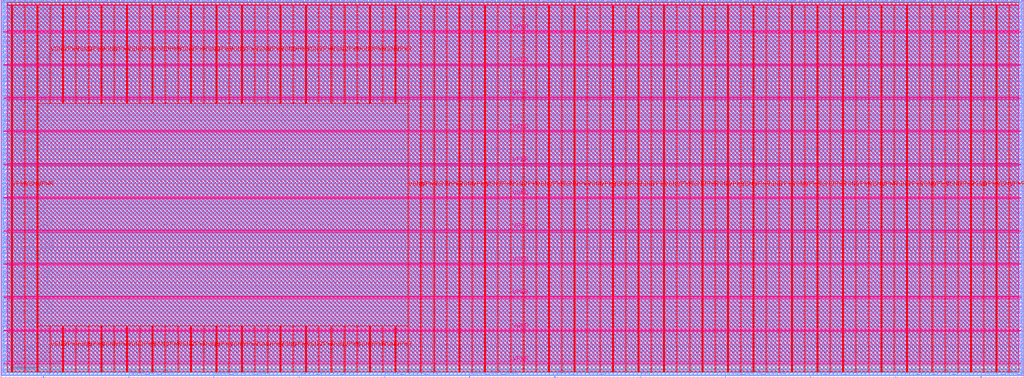
<source format=lef>
VERSION 5.7 ;
  NOWIREEXTENSIONATPIN ON ;
  DIVIDERCHAR "/" ;
  BUSBITCHARS "[]" ;
MACRO mgmt_core
  CLASS BLOCK ;
  FOREIGN mgmt_core ;
  ORIGIN 0.000 0.000 ;
  SIZE 2000.000 BY 740.000 ;
  PIN VGND
    DIRECTION INPUT ;
    USE GROUND ;
    PORT
      LAYER met5 ;
        RECT 5.520 91.490 1994.100 93.090 ;
    END
    PORT
      LAYER met5 ;
        RECT 5.520 221.490 1994.100 223.090 ;
    END
    PORT
      LAYER met5 ;
        RECT 5.520 351.490 1994.100 353.090 ;
    END
    PORT
      LAYER met5 ;
        RECT 5.520 481.490 1994.100 483.090 ;
    END
    PORT
      LAYER met5 ;
        RECT 5.520 611.490 1994.100 613.090 ;
    END
    PORT
      LAYER met4 ;
        RECT 96.040 10.640 97.640 101.240 ;
    END
    PORT
      LAYER met4 ;
        RECT 146.040 10.640 147.640 101.240 ;
    END
    PORT
      LAYER met4 ;
        RECT 196.040 10.640 197.640 101.240 ;
    END
    PORT
      LAYER met4 ;
        RECT 246.040 10.640 247.640 101.240 ;
    END
    PORT
      LAYER met4 ;
        RECT 296.040 10.640 297.640 101.240 ;
    END
    PORT
      LAYER met4 ;
        RECT 346.040 10.640 347.640 101.240 ;
    END
    PORT
      LAYER met4 ;
        RECT 396.040 10.640 397.640 101.240 ;
    END
    PORT
      LAYER met4 ;
        RECT 446.040 10.640 447.640 101.240 ;
    END
    PORT
      LAYER met4 ;
        RECT 496.040 10.640 497.640 101.240 ;
    END
    PORT
      LAYER met4 ;
        RECT 546.040 10.640 547.640 101.240 ;
    END
    PORT
      LAYER met4 ;
        RECT 596.040 10.640 597.640 101.240 ;
    END
    PORT
      LAYER met4 ;
        RECT 646.040 10.640 647.640 101.240 ;
    END
    PORT
      LAYER met4 ;
        RECT 696.040 10.640 697.640 101.240 ;
    END
    PORT
      LAYER met4 ;
        RECT 746.040 10.640 747.640 101.240 ;
    END
    PORT
      LAYER met4 ;
        RECT 46.040 10.640 47.640 729.200 ;
    END
    PORT
      LAYER met4 ;
        RECT 96.040 537.300 97.640 729.200 ;
    END
    PORT
      LAYER met4 ;
        RECT 146.040 537.300 147.640 729.200 ;
    END
    PORT
      LAYER met4 ;
        RECT 196.040 537.300 197.640 729.200 ;
    END
    PORT
      LAYER met4 ;
        RECT 246.040 537.300 247.640 729.200 ;
    END
    PORT
      LAYER met4 ;
        RECT 296.040 537.300 297.640 729.200 ;
    END
    PORT
      LAYER met4 ;
        RECT 346.040 537.300 347.640 729.200 ;
    END
    PORT
      LAYER met4 ;
        RECT 396.040 537.300 397.640 729.200 ;
    END
    PORT
      LAYER met4 ;
        RECT 446.040 537.300 447.640 729.200 ;
    END
    PORT
      LAYER met4 ;
        RECT 496.040 537.300 497.640 729.200 ;
    END
    PORT
      LAYER met4 ;
        RECT 546.040 537.300 547.640 729.200 ;
    END
    PORT
      LAYER met4 ;
        RECT 596.040 537.300 597.640 729.200 ;
    END
    PORT
      LAYER met4 ;
        RECT 646.040 537.300 647.640 729.200 ;
    END
    PORT
      LAYER met4 ;
        RECT 696.040 537.300 697.640 729.200 ;
    END
    PORT
      LAYER met4 ;
        RECT 746.040 537.300 747.640 729.200 ;
    END
    PORT
      LAYER met4 ;
        RECT 796.040 10.640 797.640 729.200 ;
    END
    PORT
      LAYER met4 ;
        RECT 846.040 10.640 847.640 729.200 ;
    END
    PORT
      LAYER met4 ;
        RECT 896.040 10.640 897.640 729.200 ;
    END
    PORT
      LAYER met4 ;
        RECT 946.040 10.640 947.640 729.200 ;
    END
    PORT
      LAYER met4 ;
        RECT 996.040 10.640 997.640 729.200 ;
    END
    PORT
      LAYER met4 ;
        RECT 1046.040 10.640 1047.640 729.200 ;
    END
    PORT
      LAYER met4 ;
        RECT 1096.040 10.640 1097.640 729.200 ;
    END
    PORT
      LAYER met4 ;
        RECT 1146.040 10.640 1147.640 729.200 ;
    END
    PORT
      LAYER met4 ;
        RECT 1196.040 10.640 1197.640 729.200 ;
    END
    PORT
      LAYER met4 ;
        RECT 1246.040 10.640 1247.640 729.200 ;
    END
    PORT
      LAYER met4 ;
        RECT 1296.040 10.640 1297.640 729.200 ;
    END
    PORT
      LAYER met4 ;
        RECT 1346.040 10.640 1347.640 729.200 ;
    END
    PORT
      LAYER met4 ;
        RECT 1396.040 10.640 1397.640 729.200 ;
    END
    PORT
      LAYER met4 ;
        RECT 1446.040 10.640 1447.640 729.200 ;
    END
    PORT
      LAYER met4 ;
        RECT 1496.040 10.640 1497.640 729.200 ;
    END
    PORT
      LAYER met4 ;
        RECT 1546.040 10.640 1547.640 729.200 ;
    END
    PORT
      LAYER met4 ;
        RECT 1596.040 10.640 1597.640 729.200 ;
    END
    PORT
      LAYER met4 ;
        RECT 1646.040 10.640 1647.640 729.200 ;
    END
    PORT
      LAYER met4 ;
        RECT 1696.040 10.640 1697.640 729.200 ;
    END
    PORT
      LAYER met4 ;
        RECT 1746.040 10.640 1747.640 729.200 ;
    END
    PORT
      LAYER met4 ;
        RECT 1796.040 10.640 1797.640 729.200 ;
    END
    PORT
      LAYER met4 ;
        RECT 1846.040 10.640 1847.640 729.200 ;
    END
    PORT
      LAYER met4 ;
        RECT 1896.040 10.640 1897.640 729.200 ;
    END
    PORT
      LAYER met4 ;
        RECT 1946.040 10.640 1947.640 729.200 ;
    END
  END VGND
  PIN VPWR
    DIRECTION INPUT ;
    USE POWER ;
    PORT
      LAYER met5 ;
        RECT 5.520 26.490 1994.100 28.090 ;
    END
    PORT
      LAYER met5 ;
        RECT 5.520 156.490 1994.100 158.090 ;
    END
    PORT
      LAYER met5 ;
        RECT 5.520 286.490 1994.100 288.090 ;
    END
    PORT
      LAYER met5 ;
        RECT 5.520 416.490 1994.100 418.090 ;
    END
    PORT
      LAYER met5 ;
        RECT 5.520 546.490 1994.100 548.090 ;
    END
    PORT
      LAYER met5 ;
        RECT 5.520 676.490 1994.100 678.090 ;
    END
    PORT
      LAYER met4 ;
        RECT 121.040 10.640 122.640 101.240 ;
    END
    PORT
      LAYER met4 ;
        RECT 171.040 10.640 172.640 101.240 ;
    END
    PORT
      LAYER met4 ;
        RECT 221.040 10.640 222.640 101.240 ;
    END
    PORT
      LAYER met4 ;
        RECT 271.040 10.640 272.640 101.240 ;
    END
    PORT
      LAYER met4 ;
        RECT 321.040 10.640 322.640 101.240 ;
    END
    PORT
      LAYER met4 ;
        RECT 371.040 10.640 372.640 101.240 ;
    END
    PORT
      LAYER met4 ;
        RECT 421.040 10.640 422.640 101.240 ;
    END
    PORT
      LAYER met4 ;
        RECT 471.040 10.640 472.640 101.240 ;
    END
    PORT
      LAYER met4 ;
        RECT 521.040 10.640 522.640 101.240 ;
    END
    PORT
      LAYER met4 ;
        RECT 571.040 10.640 572.640 101.240 ;
    END
    PORT
      LAYER met4 ;
        RECT 621.040 10.640 622.640 101.240 ;
    END
    PORT
      LAYER met4 ;
        RECT 671.040 10.640 672.640 101.240 ;
    END
    PORT
      LAYER met4 ;
        RECT 721.040 10.640 722.640 101.240 ;
    END
    PORT
      LAYER met4 ;
        RECT 771.040 10.640 772.640 101.240 ;
    END
    PORT
      LAYER met4 ;
        RECT 21.040 10.640 22.640 729.200 ;
    END
    PORT
      LAYER met4 ;
        RECT 71.040 10.640 72.640 729.200 ;
    END
    PORT
      LAYER met4 ;
        RECT 121.040 537.300 122.640 729.200 ;
    END
    PORT
      LAYER met4 ;
        RECT 171.040 537.300 172.640 729.200 ;
    END
    PORT
      LAYER met4 ;
        RECT 221.040 537.300 222.640 729.200 ;
    END
    PORT
      LAYER met4 ;
        RECT 271.040 537.300 272.640 729.200 ;
    END
    PORT
      LAYER met4 ;
        RECT 321.040 537.300 322.640 729.200 ;
    END
    PORT
      LAYER met4 ;
        RECT 371.040 537.300 372.640 729.200 ;
    END
    PORT
      LAYER met4 ;
        RECT 421.040 537.300 422.640 729.200 ;
    END
    PORT
      LAYER met4 ;
        RECT 471.040 537.300 472.640 729.200 ;
    END
    PORT
      LAYER met4 ;
        RECT 521.040 537.300 522.640 729.200 ;
    END
    PORT
      LAYER met4 ;
        RECT 571.040 537.300 572.640 729.200 ;
    END
    PORT
      LAYER met4 ;
        RECT 621.040 537.300 622.640 729.200 ;
    END
    PORT
      LAYER met4 ;
        RECT 671.040 537.300 672.640 729.200 ;
    END
    PORT
      LAYER met4 ;
        RECT 721.040 537.300 722.640 729.200 ;
    END
    PORT
      LAYER met4 ;
        RECT 771.040 537.300 772.640 729.200 ;
    END
    PORT
      LAYER met4 ;
        RECT 821.040 10.640 822.640 729.200 ;
    END
    PORT
      LAYER met4 ;
        RECT 871.040 10.640 872.640 729.200 ;
    END
    PORT
      LAYER met4 ;
        RECT 921.040 10.640 922.640 729.200 ;
    END
    PORT
      LAYER met4 ;
        RECT 971.040 10.640 972.640 729.200 ;
    END
    PORT
      LAYER met4 ;
        RECT 1021.040 10.640 1022.640 729.200 ;
    END
    PORT
      LAYER met4 ;
        RECT 1071.040 10.640 1072.640 729.200 ;
    END
    PORT
      LAYER met4 ;
        RECT 1121.040 10.640 1122.640 729.200 ;
    END
    PORT
      LAYER met4 ;
        RECT 1171.040 10.640 1172.640 729.200 ;
    END
    PORT
      LAYER met4 ;
        RECT 1221.040 10.640 1222.640 729.200 ;
    END
    PORT
      LAYER met4 ;
        RECT 1271.040 10.640 1272.640 729.200 ;
    END
    PORT
      LAYER met4 ;
        RECT 1321.040 10.640 1322.640 729.200 ;
    END
    PORT
      LAYER met4 ;
        RECT 1371.040 10.640 1372.640 729.200 ;
    END
    PORT
      LAYER met4 ;
        RECT 1421.040 10.640 1422.640 729.200 ;
    END
    PORT
      LAYER met4 ;
        RECT 1471.040 10.640 1472.640 729.200 ;
    END
    PORT
      LAYER met4 ;
        RECT 1521.040 10.640 1522.640 729.200 ;
    END
    PORT
      LAYER met4 ;
        RECT 1571.040 10.640 1572.640 729.200 ;
    END
    PORT
      LAYER met4 ;
        RECT 1621.040 10.640 1622.640 729.200 ;
    END
    PORT
      LAYER met4 ;
        RECT 1671.040 10.640 1672.640 729.200 ;
    END
    PORT
      LAYER met4 ;
        RECT 1721.040 10.640 1722.640 729.200 ;
    END
    PORT
      LAYER met4 ;
        RECT 1771.040 10.640 1772.640 729.200 ;
    END
    PORT
      LAYER met4 ;
        RECT 1821.040 10.640 1822.640 729.200 ;
    END
    PORT
      LAYER met4 ;
        RECT 1871.040 10.640 1872.640 729.200 ;
    END
    PORT
      LAYER met4 ;
        RECT 1921.040 10.640 1922.640 729.200 ;
    END
    PORT
      LAYER met4 ;
        RECT 1971.040 10.640 1972.640 729.200 ;
    END
  END VPWR
  PIN clk
    DIRECTION INPUT ;
    USE SIGNAL ;
    PORT
      LAYER met2 ;
        RECT 1249.910 0.000 1250.190 4.000 ;
    END
  END clk
  PIN debug_in
    DIRECTION INPUT ;
    USE SIGNAL ;
    PORT
      LAYER met3 ;
        RECT 1996.000 291.080 2000.000 291.680 ;
    END
  END debug_in
  PIN debug_mode
    DIRECTION OUTPUT TRISTATE ;
    USE SIGNAL ;
    PORT
      LAYER met3 ;
        RECT 1996.000 297.880 2000.000 298.480 ;
    END
  END debug_mode
  PIN debug_oeb
    DIRECTION OUTPUT TRISTATE ;
    USE SIGNAL ;
    PORT
      LAYER met3 ;
        RECT 1996.000 304.680 2000.000 305.280 ;
    END
  END debug_oeb
  PIN debug_out
    DIRECTION OUTPUT TRISTATE ;
    USE SIGNAL ;
    PORT
      LAYER met3 ;
        RECT 1996.000 311.480 2000.000 312.080 ;
    END
  END debug_out
  PIN flash_clk
    DIRECTION OUTPUT TRISTATE ;
    USE SIGNAL ;
    PORT
      LAYER met3 ;
        RECT 1996.000 654.200 2000.000 654.800 ;
    END
  END flash_clk
  PIN flash_csb
    DIRECTION OUTPUT TRISTATE ;
    USE SIGNAL ;
    PORT
      LAYER met3 ;
        RECT 1996.000 646.720 2000.000 647.320 ;
    END
  END flash_csb
  PIN flash_io0_di
    DIRECTION INPUT ;
    USE SIGNAL ;
    PORT
      LAYER met3 ;
        RECT 1996.000 661.000 2000.000 661.600 ;
    END
  END flash_io0_di
  PIN flash_io0_do
    DIRECTION OUTPUT TRISTATE ;
    USE SIGNAL ;
    PORT
      LAYER met3 ;
        RECT 1996.000 667.800 2000.000 668.400 ;
    END
  END flash_io0_do
  PIN flash_io0_oeb
    DIRECTION OUTPUT TRISTATE ;
    USE SIGNAL ;
    PORT
      LAYER met3 ;
        RECT 1996.000 674.600 2000.000 675.200 ;
    END
  END flash_io0_oeb
  PIN flash_io1_di
    DIRECTION INPUT ;
    USE SIGNAL ;
    PORT
      LAYER met3 ;
        RECT 1996.000 681.400 2000.000 682.000 ;
    END
  END flash_io1_di
  PIN flash_io1_do
    DIRECTION OUTPUT TRISTATE ;
    USE SIGNAL ;
    PORT
      LAYER met3 ;
        RECT 1996.000 688.200 2000.000 688.800 ;
    END
  END flash_io1_do
  PIN flash_io1_oeb
    DIRECTION OUTPUT TRISTATE ;
    USE SIGNAL ;
    PORT
      LAYER met3 ;
        RECT 1996.000 695.000 2000.000 695.600 ;
    END
  END flash_io1_oeb
  PIN flash_io2_di
    DIRECTION INPUT ;
    USE SIGNAL ;
    PORT
      LAYER met3 ;
        RECT 1996.000 701.800 2000.000 702.400 ;
    END
  END flash_io2_di
  PIN flash_io2_do
    DIRECTION OUTPUT TRISTATE ;
    USE SIGNAL ;
    PORT
      LAYER met3 ;
        RECT 1996.000 708.600 2000.000 709.200 ;
    END
  END flash_io2_do
  PIN flash_io2_oeb
    DIRECTION OUTPUT TRISTATE ;
    USE SIGNAL ;
    PORT
      LAYER met3 ;
        RECT 1996.000 715.400 2000.000 716.000 ;
    END
  END flash_io2_oeb
  PIN flash_io2_oenb_state
    DIRECTION OUTPUT TRISTATE ;
    USE SIGNAL ;
    PORT
      LAYER met2 ;
        RECT 1749.930 0.000 1750.210 4.000 ;
    END
  END flash_io2_oenb_state
  PIN flash_io3_di
    DIRECTION INPUT ;
    USE SIGNAL ;
    PORT
      LAYER met3 ;
        RECT 1996.000 722.200 2000.000 722.800 ;
    END
  END flash_io3_di
  PIN flash_io3_do
    DIRECTION OUTPUT TRISTATE ;
    USE SIGNAL ;
    PORT
      LAYER met3 ;
        RECT 1996.000 729.000 2000.000 729.600 ;
    END
  END flash_io3_do
  PIN flash_io3_oeb
    DIRECTION OUTPUT TRISTATE ;
    USE SIGNAL ;
    PORT
      LAYER met3 ;
        RECT 1996.000 735.800 2000.000 736.400 ;
    END
  END flash_io3_oeb
  PIN flash_io3_oenb_state
    DIRECTION OUTPUT TRISTATE ;
    USE SIGNAL ;
    PORT
      LAYER met2 ;
        RECT 1916.450 0.000 1916.730 4.000 ;
    END
  END flash_io3_oenb_state
  PIN gpio_in_pad
    DIRECTION INPUT ;
    USE SIGNAL ;
    PORT
      LAYER met2 ;
        RECT 249.870 0.000 250.150 4.000 ;
    END
  END gpio_in_pad
  PIN gpio_inenb_pad
    DIRECTION OUTPUT TRISTATE ;
    USE SIGNAL ;
    PORT
      LAYER met2 ;
        RECT 416.390 0.000 416.670 4.000 ;
    END
  END gpio_inenb_pad
  PIN gpio_mode0_pad
    DIRECTION OUTPUT TRISTATE ;
    USE SIGNAL ;
    PORT
      LAYER met2 ;
        RECT 583.370 0.000 583.650 4.000 ;
    END
  END gpio_mode0_pad
  PIN gpio_mode1_pad
    DIRECTION OUTPUT TRISTATE ;
    USE SIGNAL ;
    PORT
      LAYER met2 ;
        RECT 749.890 0.000 750.170 4.000 ;
    END
  END gpio_mode1_pad
  PIN gpio_out_pad
    DIRECTION OUTPUT TRISTATE ;
    USE SIGNAL ;
    PORT
      LAYER met2 ;
        RECT 916.410 0.000 916.690 4.000 ;
    END
  END gpio_out_pad
  PIN gpio_outenb_pad
    DIRECTION OUTPUT TRISTATE ;
    USE SIGNAL ;
    PORT
      LAYER met2 ;
        RECT 1083.390 0.000 1083.670 4.000 ;
    END
  END gpio_outenb_pad
  PIN hk_ack_i
    DIRECTION INPUT ;
    USE SIGNAL ;
    PORT
      LAYER met3 ;
        RECT 1996.000 414.160 2000.000 414.760 ;
    END
  END hk_ack_i
  PIN hk_dat_i[0]
    DIRECTION INPUT ;
    USE SIGNAL ;
    PORT
      LAYER met3 ;
        RECT 1996.000 427.760 2000.000 428.360 ;
    END
  END hk_dat_i[0]
  PIN hk_dat_i[10]
    DIRECTION INPUT ;
    USE SIGNAL ;
    PORT
      LAYER met3 ;
        RECT 1996.000 496.440 2000.000 497.040 ;
    END
  END hk_dat_i[10]
  PIN hk_dat_i[11]
    DIRECTION INPUT ;
    USE SIGNAL ;
    PORT
      LAYER met3 ;
        RECT 1996.000 503.240 2000.000 503.840 ;
    END
  END hk_dat_i[11]
  PIN hk_dat_i[12]
    DIRECTION INPUT ;
    USE SIGNAL ;
    PORT
      LAYER met3 ;
        RECT 1996.000 510.040 2000.000 510.640 ;
    END
  END hk_dat_i[12]
  PIN hk_dat_i[13]
    DIRECTION INPUT ;
    USE SIGNAL ;
    PORT
      LAYER met3 ;
        RECT 1996.000 516.840 2000.000 517.440 ;
    END
  END hk_dat_i[13]
  PIN hk_dat_i[14]
    DIRECTION INPUT ;
    USE SIGNAL ;
    PORT
      LAYER met3 ;
        RECT 1996.000 523.640 2000.000 524.240 ;
    END
  END hk_dat_i[14]
  PIN hk_dat_i[15]
    DIRECTION INPUT ;
    USE SIGNAL ;
    PORT
      LAYER met3 ;
        RECT 1996.000 530.440 2000.000 531.040 ;
    END
  END hk_dat_i[15]
  PIN hk_dat_i[16]
    DIRECTION INPUT ;
    USE SIGNAL ;
    PORT
      LAYER met3 ;
        RECT 1996.000 537.240 2000.000 537.840 ;
    END
  END hk_dat_i[16]
  PIN hk_dat_i[17]
    DIRECTION INPUT ;
    USE SIGNAL ;
    PORT
      LAYER met3 ;
        RECT 1996.000 544.040 2000.000 544.640 ;
    END
  END hk_dat_i[17]
  PIN hk_dat_i[18]
    DIRECTION INPUT ;
    USE SIGNAL ;
    PORT
      LAYER met3 ;
        RECT 1996.000 550.840 2000.000 551.440 ;
    END
  END hk_dat_i[18]
  PIN hk_dat_i[19]
    DIRECTION INPUT ;
    USE SIGNAL ;
    PORT
      LAYER met3 ;
        RECT 1996.000 558.320 2000.000 558.920 ;
    END
  END hk_dat_i[19]
  PIN hk_dat_i[1]
    DIRECTION INPUT ;
    USE SIGNAL ;
    PORT
      LAYER met3 ;
        RECT 1996.000 434.560 2000.000 435.160 ;
    END
  END hk_dat_i[1]
  PIN hk_dat_i[20]
    DIRECTION INPUT ;
    USE SIGNAL ;
    PORT
      LAYER met3 ;
        RECT 1996.000 565.120 2000.000 565.720 ;
    END
  END hk_dat_i[20]
  PIN hk_dat_i[21]
    DIRECTION INPUT ;
    USE SIGNAL ;
    PORT
      LAYER met3 ;
        RECT 1996.000 571.920 2000.000 572.520 ;
    END
  END hk_dat_i[21]
  PIN hk_dat_i[22]
    DIRECTION INPUT ;
    USE SIGNAL ;
    PORT
      LAYER met3 ;
        RECT 1996.000 578.720 2000.000 579.320 ;
    END
  END hk_dat_i[22]
  PIN hk_dat_i[23]
    DIRECTION INPUT ;
    USE SIGNAL ;
    PORT
      LAYER met3 ;
        RECT 1996.000 585.520 2000.000 586.120 ;
    END
  END hk_dat_i[23]
  PIN hk_dat_i[24]
    DIRECTION INPUT ;
    USE SIGNAL ;
    PORT
      LAYER met3 ;
        RECT 1996.000 592.320 2000.000 592.920 ;
    END
  END hk_dat_i[24]
  PIN hk_dat_i[25]
    DIRECTION INPUT ;
    USE SIGNAL ;
    PORT
      LAYER met3 ;
        RECT 1996.000 599.120 2000.000 599.720 ;
    END
  END hk_dat_i[25]
  PIN hk_dat_i[26]
    DIRECTION INPUT ;
    USE SIGNAL ;
    PORT
      LAYER met3 ;
        RECT 1996.000 605.920 2000.000 606.520 ;
    END
  END hk_dat_i[26]
  PIN hk_dat_i[27]
    DIRECTION INPUT ;
    USE SIGNAL ;
    PORT
      LAYER met3 ;
        RECT 1996.000 612.720 2000.000 613.320 ;
    END
  END hk_dat_i[27]
  PIN hk_dat_i[28]
    DIRECTION INPUT ;
    USE SIGNAL ;
    PORT
      LAYER met3 ;
        RECT 1996.000 619.520 2000.000 620.120 ;
    END
  END hk_dat_i[28]
  PIN hk_dat_i[29]
    DIRECTION INPUT ;
    USE SIGNAL ;
    PORT
      LAYER met3 ;
        RECT 1996.000 626.320 2000.000 626.920 ;
    END
  END hk_dat_i[29]
  PIN hk_dat_i[2]
    DIRECTION INPUT ;
    USE SIGNAL ;
    PORT
      LAYER met3 ;
        RECT 1996.000 441.360 2000.000 441.960 ;
    END
  END hk_dat_i[2]
  PIN hk_dat_i[30]
    DIRECTION INPUT ;
    USE SIGNAL ;
    PORT
      LAYER met3 ;
        RECT 1996.000 633.120 2000.000 633.720 ;
    END
  END hk_dat_i[30]
  PIN hk_dat_i[31]
    DIRECTION INPUT ;
    USE SIGNAL ;
    PORT
      LAYER met3 ;
        RECT 1996.000 639.920 2000.000 640.520 ;
    END
  END hk_dat_i[31]
  PIN hk_dat_i[3]
    DIRECTION INPUT ;
    USE SIGNAL ;
    PORT
      LAYER met3 ;
        RECT 1996.000 448.160 2000.000 448.760 ;
    END
  END hk_dat_i[3]
  PIN hk_dat_i[4]
    DIRECTION INPUT ;
    USE SIGNAL ;
    PORT
      LAYER met3 ;
        RECT 1996.000 454.960 2000.000 455.560 ;
    END
  END hk_dat_i[4]
  PIN hk_dat_i[5]
    DIRECTION INPUT ;
    USE SIGNAL ;
    PORT
      LAYER met3 ;
        RECT 1996.000 461.760 2000.000 462.360 ;
    END
  END hk_dat_i[5]
  PIN hk_dat_i[6]
    DIRECTION INPUT ;
    USE SIGNAL ;
    PORT
      LAYER met3 ;
        RECT 1996.000 469.240 2000.000 469.840 ;
    END
  END hk_dat_i[6]
  PIN hk_dat_i[7]
    DIRECTION INPUT ;
    USE SIGNAL ;
    PORT
      LAYER met3 ;
        RECT 1996.000 476.040 2000.000 476.640 ;
    END
  END hk_dat_i[7]
  PIN hk_dat_i[8]
    DIRECTION INPUT ;
    USE SIGNAL ;
    PORT
      LAYER met3 ;
        RECT 1996.000 482.840 2000.000 483.440 ;
    END
  END hk_dat_i[8]
  PIN hk_dat_i[9]
    DIRECTION INPUT ;
    USE SIGNAL ;
    PORT
      LAYER met3 ;
        RECT 1996.000 489.640 2000.000 490.240 ;
    END
  END hk_dat_i[9]
  PIN hk_stb_o
    DIRECTION OUTPUT TRISTATE ;
    USE SIGNAL ;
    PORT
      LAYER met3 ;
        RECT 1996.000 420.960 2000.000 421.560 ;
    END
  END hk_stb_o
  PIN irq[0]
    DIRECTION INPUT ;
    USE SIGNAL ;
    PORT
      LAYER met2 ;
        RECT 1991.890 736.000 1992.170 740.000 ;
    END
  END irq[0]
  PIN irq[1]
    DIRECTION INPUT ;
    USE SIGNAL ;
    PORT
      LAYER met2 ;
        RECT 1995.110 736.000 1995.390 740.000 ;
    END
  END irq[1]
  PIN irq[2]
    DIRECTION INPUT ;
    USE SIGNAL ;
    PORT
      LAYER met2 ;
        RECT 1998.330 736.000 1998.610 740.000 ;
    END
  END irq[2]
  PIN irq[3]
    DIRECTION INPUT ;
    USE SIGNAL ;
    PORT
      LAYER met3 ;
        RECT 1996.000 338.680 2000.000 339.280 ;
    END
  END irq[3]
  PIN irq[4]
    DIRECTION INPUT ;
    USE SIGNAL ;
    PORT
      LAYER met3 ;
        RECT 1996.000 331.880 2000.000 332.480 ;
    END
  END irq[4]
  PIN irq[5]
    DIRECTION INPUT ;
    USE SIGNAL ;
    PORT
      LAYER met3 ;
        RECT 1996.000 325.080 2000.000 325.680 ;
    END
  END irq[5]
  PIN jtag_oenb_state
    DIRECTION OUTPUT TRISTATE ;
    USE SIGNAL ;
    PORT
      LAYER met2 ;
        RECT 1416.430 0.000 1416.710 4.000 ;
    END
  END jtag_oenb_state
  PIN la_iena[0]
    DIRECTION OUTPUT TRISTATE ;
    USE SIGNAL ;
    PORT
      LAYER met2 ;
        RECT 1.470 736.000 1.750 740.000 ;
    END
  END la_iena[0]
  PIN la_iena[100]
    DIRECTION OUTPUT TRISTATE ;
    USE SIGNAL ;
    PORT
      LAYER met2 ;
        RECT 1285.330 736.000 1285.610 740.000 ;
    END
  END la_iena[100]
  PIN la_iena[101]
    DIRECTION OUTPUT TRISTATE ;
    USE SIGNAL ;
    PORT
      LAYER met2 ;
        RECT 1298.210 736.000 1298.490 740.000 ;
    END
  END la_iena[101]
  PIN la_iena[102]
    DIRECTION OUTPUT TRISTATE ;
    USE SIGNAL ;
    PORT
      LAYER met2 ;
        RECT 1311.090 736.000 1311.370 740.000 ;
    END
  END la_iena[102]
  PIN la_iena[103]
    DIRECTION OUTPUT TRISTATE ;
    USE SIGNAL ;
    PORT
      LAYER met2 ;
        RECT 1323.970 736.000 1324.250 740.000 ;
    END
  END la_iena[103]
  PIN la_iena[104]
    DIRECTION OUTPUT TRISTATE ;
    USE SIGNAL ;
    PORT
      LAYER met2 ;
        RECT 1336.850 736.000 1337.130 740.000 ;
    END
  END la_iena[104]
  PIN la_iena[105]
    DIRECTION OUTPUT TRISTATE ;
    USE SIGNAL ;
    PORT
      LAYER met2 ;
        RECT 1349.730 736.000 1350.010 740.000 ;
    END
  END la_iena[105]
  PIN la_iena[106]
    DIRECTION OUTPUT TRISTATE ;
    USE SIGNAL ;
    PORT
      LAYER met2 ;
        RECT 1362.610 736.000 1362.890 740.000 ;
    END
  END la_iena[106]
  PIN la_iena[107]
    DIRECTION OUTPUT TRISTATE ;
    USE SIGNAL ;
    PORT
      LAYER met2 ;
        RECT 1375.490 736.000 1375.770 740.000 ;
    END
  END la_iena[107]
  PIN la_iena[108]
    DIRECTION OUTPUT TRISTATE ;
    USE SIGNAL ;
    PORT
      LAYER met2 ;
        RECT 1387.910 736.000 1388.190 740.000 ;
    END
  END la_iena[108]
  PIN la_iena[109]
    DIRECTION OUTPUT TRISTATE ;
    USE SIGNAL ;
    PORT
      LAYER met2 ;
        RECT 1400.790 736.000 1401.070 740.000 ;
    END
  END la_iena[109]
  PIN la_iena[10]
    DIRECTION OUTPUT TRISTATE ;
    USE SIGNAL ;
    PORT
      LAYER met2 ;
        RECT 129.810 736.000 130.090 740.000 ;
    END
  END la_iena[10]
  PIN la_iena[110]
    DIRECTION OUTPUT TRISTATE ;
    USE SIGNAL ;
    PORT
      LAYER met2 ;
        RECT 1413.670 736.000 1413.950 740.000 ;
    END
  END la_iena[110]
  PIN la_iena[111]
    DIRECTION OUTPUT TRISTATE ;
    USE SIGNAL ;
    PORT
      LAYER met2 ;
        RECT 1426.550 736.000 1426.830 740.000 ;
    END
  END la_iena[111]
  PIN la_iena[112]
    DIRECTION OUTPUT TRISTATE ;
    USE SIGNAL ;
    PORT
      LAYER met2 ;
        RECT 1439.430 736.000 1439.710 740.000 ;
    END
  END la_iena[112]
  PIN la_iena[113]
    DIRECTION OUTPUT TRISTATE ;
    USE SIGNAL ;
    PORT
      LAYER met2 ;
        RECT 1452.310 736.000 1452.590 740.000 ;
    END
  END la_iena[113]
  PIN la_iena[114]
    DIRECTION OUTPUT TRISTATE ;
    USE SIGNAL ;
    PORT
      LAYER met2 ;
        RECT 1465.190 736.000 1465.470 740.000 ;
    END
  END la_iena[114]
  PIN la_iena[115]
    DIRECTION OUTPUT TRISTATE ;
    USE SIGNAL ;
    PORT
      LAYER met2 ;
        RECT 1478.070 736.000 1478.350 740.000 ;
    END
  END la_iena[115]
  PIN la_iena[116]
    DIRECTION OUTPUT TRISTATE ;
    USE SIGNAL ;
    PORT
      LAYER met2 ;
        RECT 1490.950 736.000 1491.230 740.000 ;
    END
  END la_iena[116]
  PIN la_iena[117]
    DIRECTION OUTPUT TRISTATE ;
    USE SIGNAL ;
    PORT
      LAYER met2 ;
        RECT 1503.830 736.000 1504.110 740.000 ;
    END
  END la_iena[117]
  PIN la_iena[118]
    DIRECTION OUTPUT TRISTATE ;
    USE SIGNAL ;
    PORT
      LAYER met2 ;
        RECT 1516.710 736.000 1516.990 740.000 ;
    END
  END la_iena[118]
  PIN la_iena[119]
    DIRECTION OUTPUT TRISTATE ;
    USE SIGNAL ;
    PORT
      LAYER met2 ;
        RECT 1529.590 736.000 1529.870 740.000 ;
    END
  END la_iena[119]
  PIN la_iena[11]
    DIRECTION OUTPUT TRISTATE ;
    USE SIGNAL ;
    PORT
      LAYER met2 ;
        RECT 142.690 736.000 142.970 740.000 ;
    END
  END la_iena[11]
  PIN la_iena[120]
    DIRECTION OUTPUT TRISTATE ;
    USE SIGNAL ;
    PORT
      LAYER met2 ;
        RECT 1542.010 736.000 1542.290 740.000 ;
    END
  END la_iena[120]
  PIN la_iena[121]
    DIRECTION OUTPUT TRISTATE ;
    USE SIGNAL ;
    PORT
      LAYER met2 ;
        RECT 1554.890 736.000 1555.170 740.000 ;
    END
  END la_iena[121]
  PIN la_iena[122]
    DIRECTION OUTPUT TRISTATE ;
    USE SIGNAL ;
    PORT
      LAYER met2 ;
        RECT 1567.770 736.000 1568.050 740.000 ;
    END
  END la_iena[122]
  PIN la_iena[123]
    DIRECTION OUTPUT TRISTATE ;
    USE SIGNAL ;
    PORT
      LAYER met2 ;
        RECT 1580.650 736.000 1580.930 740.000 ;
    END
  END la_iena[123]
  PIN la_iena[124]
    DIRECTION OUTPUT TRISTATE ;
    USE SIGNAL ;
    PORT
      LAYER met2 ;
        RECT 1593.530 736.000 1593.810 740.000 ;
    END
  END la_iena[124]
  PIN la_iena[125]
    DIRECTION OUTPUT TRISTATE ;
    USE SIGNAL ;
    PORT
      LAYER met2 ;
        RECT 1606.410 736.000 1606.690 740.000 ;
    END
  END la_iena[125]
  PIN la_iena[126]
    DIRECTION OUTPUT TRISTATE ;
    USE SIGNAL ;
    PORT
      LAYER met2 ;
        RECT 1619.290 736.000 1619.570 740.000 ;
    END
  END la_iena[126]
  PIN la_iena[127]
    DIRECTION OUTPUT TRISTATE ;
    USE SIGNAL ;
    PORT
      LAYER met2 ;
        RECT 1632.170 736.000 1632.450 740.000 ;
    END
  END la_iena[127]
  PIN la_iena[12]
    DIRECTION OUTPUT TRISTATE ;
    USE SIGNAL ;
    PORT
      LAYER met2 ;
        RECT 155.110 736.000 155.390 740.000 ;
    END
  END la_iena[12]
  PIN la_iena[13]
    DIRECTION OUTPUT TRISTATE ;
    USE SIGNAL ;
    PORT
      LAYER met2 ;
        RECT 167.990 736.000 168.270 740.000 ;
    END
  END la_iena[13]
  PIN la_iena[14]
    DIRECTION OUTPUT TRISTATE ;
    USE SIGNAL ;
    PORT
      LAYER met2 ;
        RECT 180.870 736.000 181.150 740.000 ;
    END
  END la_iena[14]
  PIN la_iena[15]
    DIRECTION OUTPUT TRISTATE ;
    USE SIGNAL ;
    PORT
      LAYER met2 ;
        RECT 193.750 736.000 194.030 740.000 ;
    END
  END la_iena[15]
  PIN la_iena[16]
    DIRECTION OUTPUT TRISTATE ;
    USE SIGNAL ;
    PORT
      LAYER met2 ;
        RECT 206.630 736.000 206.910 740.000 ;
    END
  END la_iena[16]
  PIN la_iena[17]
    DIRECTION OUTPUT TRISTATE ;
    USE SIGNAL ;
    PORT
      LAYER met2 ;
        RECT 219.510 736.000 219.790 740.000 ;
    END
  END la_iena[17]
  PIN la_iena[18]
    DIRECTION OUTPUT TRISTATE ;
    USE SIGNAL ;
    PORT
      LAYER met2 ;
        RECT 232.390 736.000 232.670 740.000 ;
    END
  END la_iena[18]
  PIN la_iena[19]
    DIRECTION OUTPUT TRISTATE ;
    USE SIGNAL ;
    PORT
      LAYER met2 ;
        RECT 245.270 736.000 245.550 740.000 ;
    END
  END la_iena[19]
  PIN la_iena[1]
    DIRECTION OUTPUT TRISTATE ;
    USE SIGNAL ;
    PORT
      LAYER met2 ;
        RECT 13.890 736.000 14.170 740.000 ;
    END
  END la_iena[1]
  PIN la_iena[20]
    DIRECTION OUTPUT TRISTATE ;
    USE SIGNAL ;
    PORT
      LAYER met2 ;
        RECT 258.150 736.000 258.430 740.000 ;
    END
  END la_iena[20]
  PIN la_iena[21]
    DIRECTION OUTPUT TRISTATE ;
    USE SIGNAL ;
    PORT
      LAYER met2 ;
        RECT 271.030 736.000 271.310 740.000 ;
    END
  END la_iena[21]
  PIN la_iena[22]
    DIRECTION OUTPUT TRISTATE ;
    USE SIGNAL ;
    PORT
      LAYER met2 ;
        RECT 283.910 736.000 284.190 740.000 ;
    END
  END la_iena[22]
  PIN la_iena[23]
    DIRECTION OUTPUT TRISTATE ;
    USE SIGNAL ;
    PORT
      LAYER met2 ;
        RECT 296.790 736.000 297.070 740.000 ;
    END
  END la_iena[23]
  PIN la_iena[24]
    DIRECTION OUTPUT TRISTATE ;
    USE SIGNAL ;
    PORT
      LAYER met2 ;
        RECT 309.210 736.000 309.490 740.000 ;
    END
  END la_iena[24]
  PIN la_iena[25]
    DIRECTION OUTPUT TRISTATE ;
    USE SIGNAL ;
    PORT
      LAYER met2 ;
        RECT 322.090 736.000 322.370 740.000 ;
    END
  END la_iena[25]
  PIN la_iena[26]
    DIRECTION OUTPUT TRISTATE ;
    USE SIGNAL ;
    PORT
      LAYER met2 ;
        RECT 334.970 736.000 335.250 740.000 ;
    END
  END la_iena[26]
  PIN la_iena[27]
    DIRECTION OUTPUT TRISTATE ;
    USE SIGNAL ;
    PORT
      LAYER met2 ;
        RECT 347.850 736.000 348.130 740.000 ;
    END
  END la_iena[27]
  PIN la_iena[28]
    DIRECTION OUTPUT TRISTATE ;
    USE SIGNAL ;
    PORT
      LAYER met2 ;
        RECT 360.730 736.000 361.010 740.000 ;
    END
  END la_iena[28]
  PIN la_iena[29]
    DIRECTION OUTPUT TRISTATE ;
    USE SIGNAL ;
    PORT
      LAYER met2 ;
        RECT 373.610 736.000 373.890 740.000 ;
    END
  END la_iena[29]
  PIN la_iena[2]
    DIRECTION OUTPUT TRISTATE ;
    USE SIGNAL ;
    PORT
      LAYER met2 ;
        RECT 26.770 736.000 27.050 740.000 ;
    END
  END la_iena[2]
  PIN la_iena[30]
    DIRECTION OUTPUT TRISTATE ;
    USE SIGNAL ;
    PORT
      LAYER met2 ;
        RECT 386.490 736.000 386.770 740.000 ;
    END
  END la_iena[30]
  PIN la_iena[31]
    DIRECTION OUTPUT TRISTATE ;
    USE SIGNAL ;
    PORT
      LAYER met2 ;
        RECT 399.370 736.000 399.650 740.000 ;
    END
  END la_iena[31]
  PIN la_iena[32]
    DIRECTION OUTPUT TRISTATE ;
    USE SIGNAL ;
    PORT
      LAYER met2 ;
        RECT 412.250 736.000 412.530 740.000 ;
    END
  END la_iena[32]
  PIN la_iena[33]
    DIRECTION OUTPUT TRISTATE ;
    USE SIGNAL ;
    PORT
      LAYER met2 ;
        RECT 425.130 736.000 425.410 740.000 ;
    END
  END la_iena[33]
  PIN la_iena[34]
    DIRECTION OUTPUT TRISTATE ;
    USE SIGNAL ;
    PORT
      LAYER met2 ;
        RECT 438.010 736.000 438.290 740.000 ;
    END
  END la_iena[34]
  PIN la_iena[35]
    DIRECTION OUTPUT TRISTATE ;
    USE SIGNAL ;
    PORT
      LAYER met2 ;
        RECT 450.890 736.000 451.170 740.000 ;
    END
  END la_iena[35]
  PIN la_iena[36]
    DIRECTION OUTPUT TRISTATE ;
    USE SIGNAL ;
    PORT
      LAYER met2 ;
        RECT 463.310 736.000 463.590 740.000 ;
    END
  END la_iena[36]
  PIN la_iena[37]
    DIRECTION OUTPUT TRISTATE ;
    USE SIGNAL ;
    PORT
      LAYER met2 ;
        RECT 476.190 736.000 476.470 740.000 ;
    END
  END la_iena[37]
  PIN la_iena[38]
    DIRECTION OUTPUT TRISTATE ;
    USE SIGNAL ;
    PORT
      LAYER met2 ;
        RECT 489.070 736.000 489.350 740.000 ;
    END
  END la_iena[38]
  PIN la_iena[39]
    DIRECTION OUTPUT TRISTATE ;
    USE SIGNAL ;
    PORT
      LAYER met2 ;
        RECT 501.950 736.000 502.230 740.000 ;
    END
  END la_iena[39]
  PIN la_iena[3]
    DIRECTION OUTPUT TRISTATE ;
    USE SIGNAL ;
    PORT
      LAYER met2 ;
        RECT 39.650 736.000 39.930 740.000 ;
    END
  END la_iena[3]
  PIN la_iena[40]
    DIRECTION OUTPUT TRISTATE ;
    USE SIGNAL ;
    PORT
      LAYER met2 ;
        RECT 514.830 736.000 515.110 740.000 ;
    END
  END la_iena[40]
  PIN la_iena[41]
    DIRECTION OUTPUT TRISTATE ;
    USE SIGNAL ;
    PORT
      LAYER met2 ;
        RECT 527.710 736.000 527.990 740.000 ;
    END
  END la_iena[41]
  PIN la_iena[42]
    DIRECTION OUTPUT TRISTATE ;
    USE SIGNAL ;
    PORT
      LAYER met2 ;
        RECT 540.590 736.000 540.870 740.000 ;
    END
  END la_iena[42]
  PIN la_iena[43]
    DIRECTION OUTPUT TRISTATE ;
    USE SIGNAL ;
    PORT
      LAYER met2 ;
        RECT 553.470 736.000 553.750 740.000 ;
    END
  END la_iena[43]
  PIN la_iena[44]
    DIRECTION OUTPUT TRISTATE ;
    USE SIGNAL ;
    PORT
      LAYER met2 ;
        RECT 566.350 736.000 566.630 740.000 ;
    END
  END la_iena[44]
  PIN la_iena[45]
    DIRECTION OUTPUT TRISTATE ;
    USE SIGNAL ;
    PORT
      LAYER met2 ;
        RECT 579.230 736.000 579.510 740.000 ;
    END
  END la_iena[45]
  PIN la_iena[46]
    DIRECTION OUTPUT TRISTATE ;
    USE SIGNAL ;
    PORT
      LAYER met2 ;
        RECT 592.110 736.000 592.390 740.000 ;
    END
  END la_iena[46]
  PIN la_iena[47]
    DIRECTION OUTPUT TRISTATE ;
    USE SIGNAL ;
    PORT
      LAYER met2 ;
        RECT 604.990 736.000 605.270 740.000 ;
    END
  END la_iena[47]
  PIN la_iena[48]
    DIRECTION OUTPUT TRISTATE ;
    USE SIGNAL ;
    PORT
      LAYER met2 ;
        RECT 617.410 736.000 617.690 740.000 ;
    END
  END la_iena[48]
  PIN la_iena[49]
    DIRECTION OUTPUT TRISTATE ;
    USE SIGNAL ;
    PORT
      LAYER met2 ;
        RECT 630.290 736.000 630.570 740.000 ;
    END
  END la_iena[49]
  PIN la_iena[4]
    DIRECTION OUTPUT TRISTATE ;
    USE SIGNAL ;
    PORT
      LAYER met2 ;
        RECT 52.530 736.000 52.810 740.000 ;
    END
  END la_iena[4]
  PIN la_iena[50]
    DIRECTION OUTPUT TRISTATE ;
    USE SIGNAL ;
    PORT
      LAYER met2 ;
        RECT 643.170 736.000 643.450 740.000 ;
    END
  END la_iena[50]
  PIN la_iena[51]
    DIRECTION OUTPUT TRISTATE ;
    USE SIGNAL ;
    PORT
      LAYER met2 ;
        RECT 656.050 736.000 656.330 740.000 ;
    END
  END la_iena[51]
  PIN la_iena[52]
    DIRECTION OUTPUT TRISTATE ;
    USE SIGNAL ;
    PORT
      LAYER met2 ;
        RECT 668.930 736.000 669.210 740.000 ;
    END
  END la_iena[52]
  PIN la_iena[53]
    DIRECTION OUTPUT TRISTATE ;
    USE SIGNAL ;
    PORT
      LAYER met2 ;
        RECT 681.810 736.000 682.090 740.000 ;
    END
  END la_iena[53]
  PIN la_iena[54]
    DIRECTION OUTPUT TRISTATE ;
    USE SIGNAL ;
    PORT
      LAYER met2 ;
        RECT 694.690 736.000 694.970 740.000 ;
    END
  END la_iena[54]
  PIN la_iena[55]
    DIRECTION OUTPUT TRISTATE ;
    USE SIGNAL ;
    PORT
      LAYER met2 ;
        RECT 707.570 736.000 707.850 740.000 ;
    END
  END la_iena[55]
  PIN la_iena[56]
    DIRECTION OUTPUT TRISTATE ;
    USE SIGNAL ;
    PORT
      LAYER met2 ;
        RECT 720.450 736.000 720.730 740.000 ;
    END
  END la_iena[56]
  PIN la_iena[57]
    DIRECTION OUTPUT TRISTATE ;
    USE SIGNAL ;
    PORT
      LAYER met2 ;
        RECT 733.330 736.000 733.610 740.000 ;
    END
  END la_iena[57]
  PIN la_iena[58]
    DIRECTION OUTPUT TRISTATE ;
    USE SIGNAL ;
    PORT
      LAYER met2 ;
        RECT 746.210 736.000 746.490 740.000 ;
    END
  END la_iena[58]
  PIN la_iena[59]
    DIRECTION OUTPUT TRISTATE ;
    USE SIGNAL ;
    PORT
      LAYER met2 ;
        RECT 759.090 736.000 759.370 740.000 ;
    END
  END la_iena[59]
  PIN la_iena[5]
    DIRECTION OUTPUT TRISTATE ;
    USE SIGNAL ;
    PORT
      LAYER met2 ;
        RECT 65.410 736.000 65.690 740.000 ;
    END
  END la_iena[5]
  PIN la_iena[60]
    DIRECTION OUTPUT TRISTATE ;
    USE SIGNAL ;
    PORT
      LAYER met2 ;
        RECT 771.510 736.000 771.790 740.000 ;
    END
  END la_iena[60]
  PIN la_iena[61]
    DIRECTION OUTPUT TRISTATE ;
    USE SIGNAL ;
    PORT
      LAYER met2 ;
        RECT 784.390 736.000 784.670 740.000 ;
    END
  END la_iena[61]
  PIN la_iena[62]
    DIRECTION OUTPUT TRISTATE ;
    USE SIGNAL ;
    PORT
      LAYER met2 ;
        RECT 797.270 736.000 797.550 740.000 ;
    END
  END la_iena[62]
  PIN la_iena[63]
    DIRECTION OUTPUT TRISTATE ;
    USE SIGNAL ;
    PORT
      LAYER met2 ;
        RECT 810.150 736.000 810.430 740.000 ;
    END
  END la_iena[63]
  PIN la_iena[64]
    DIRECTION OUTPUT TRISTATE ;
    USE SIGNAL ;
    PORT
      LAYER met2 ;
        RECT 823.030 736.000 823.310 740.000 ;
    END
  END la_iena[64]
  PIN la_iena[65]
    DIRECTION OUTPUT TRISTATE ;
    USE SIGNAL ;
    PORT
      LAYER met2 ;
        RECT 835.910 736.000 836.190 740.000 ;
    END
  END la_iena[65]
  PIN la_iena[66]
    DIRECTION OUTPUT TRISTATE ;
    USE SIGNAL ;
    PORT
      LAYER met2 ;
        RECT 848.790 736.000 849.070 740.000 ;
    END
  END la_iena[66]
  PIN la_iena[67]
    DIRECTION OUTPUT TRISTATE ;
    USE SIGNAL ;
    PORT
      LAYER met2 ;
        RECT 861.670 736.000 861.950 740.000 ;
    END
  END la_iena[67]
  PIN la_iena[68]
    DIRECTION OUTPUT TRISTATE ;
    USE SIGNAL ;
    PORT
      LAYER met2 ;
        RECT 874.550 736.000 874.830 740.000 ;
    END
  END la_iena[68]
  PIN la_iena[69]
    DIRECTION OUTPUT TRISTATE ;
    USE SIGNAL ;
    PORT
      LAYER met2 ;
        RECT 887.430 736.000 887.710 740.000 ;
    END
  END la_iena[69]
  PIN la_iena[6]
    DIRECTION OUTPUT TRISTATE ;
    USE SIGNAL ;
    PORT
      LAYER met2 ;
        RECT 78.290 736.000 78.570 740.000 ;
    END
  END la_iena[6]
  PIN la_iena[70]
    DIRECTION OUTPUT TRISTATE ;
    USE SIGNAL ;
    PORT
      LAYER met2 ;
        RECT 900.310 736.000 900.590 740.000 ;
    END
  END la_iena[70]
  PIN la_iena[71]
    DIRECTION OUTPUT TRISTATE ;
    USE SIGNAL ;
    PORT
      LAYER met2 ;
        RECT 913.190 736.000 913.470 740.000 ;
    END
  END la_iena[71]
  PIN la_iena[72]
    DIRECTION OUTPUT TRISTATE ;
    USE SIGNAL ;
    PORT
      LAYER met2 ;
        RECT 925.610 736.000 925.890 740.000 ;
    END
  END la_iena[72]
  PIN la_iena[73]
    DIRECTION OUTPUT TRISTATE ;
    USE SIGNAL ;
    PORT
      LAYER met2 ;
        RECT 938.490 736.000 938.770 740.000 ;
    END
  END la_iena[73]
  PIN la_iena[74]
    DIRECTION OUTPUT TRISTATE ;
    USE SIGNAL ;
    PORT
      LAYER met2 ;
        RECT 951.370 736.000 951.650 740.000 ;
    END
  END la_iena[74]
  PIN la_iena[75]
    DIRECTION OUTPUT TRISTATE ;
    USE SIGNAL ;
    PORT
      LAYER met2 ;
        RECT 964.250 736.000 964.530 740.000 ;
    END
  END la_iena[75]
  PIN la_iena[76]
    DIRECTION OUTPUT TRISTATE ;
    USE SIGNAL ;
    PORT
      LAYER met2 ;
        RECT 977.130 736.000 977.410 740.000 ;
    END
  END la_iena[76]
  PIN la_iena[77]
    DIRECTION OUTPUT TRISTATE ;
    USE SIGNAL ;
    PORT
      LAYER met2 ;
        RECT 990.010 736.000 990.290 740.000 ;
    END
  END la_iena[77]
  PIN la_iena[78]
    DIRECTION OUTPUT TRISTATE ;
    USE SIGNAL ;
    PORT
      LAYER met2 ;
        RECT 1002.890 736.000 1003.170 740.000 ;
    END
  END la_iena[78]
  PIN la_iena[79]
    DIRECTION OUTPUT TRISTATE ;
    USE SIGNAL ;
    PORT
      LAYER met2 ;
        RECT 1015.770 736.000 1016.050 740.000 ;
    END
  END la_iena[79]
  PIN la_iena[7]
    DIRECTION OUTPUT TRISTATE ;
    USE SIGNAL ;
    PORT
      LAYER met2 ;
        RECT 91.170 736.000 91.450 740.000 ;
    END
  END la_iena[7]
  PIN la_iena[80]
    DIRECTION OUTPUT TRISTATE ;
    USE SIGNAL ;
    PORT
      LAYER met2 ;
        RECT 1028.650 736.000 1028.930 740.000 ;
    END
  END la_iena[80]
  PIN la_iena[81]
    DIRECTION OUTPUT TRISTATE ;
    USE SIGNAL ;
    PORT
      LAYER met2 ;
        RECT 1041.530 736.000 1041.810 740.000 ;
    END
  END la_iena[81]
  PIN la_iena[82]
    DIRECTION OUTPUT TRISTATE ;
    USE SIGNAL ;
    PORT
      LAYER met2 ;
        RECT 1054.410 736.000 1054.690 740.000 ;
    END
  END la_iena[82]
  PIN la_iena[83]
    DIRECTION OUTPUT TRISTATE ;
    USE SIGNAL ;
    PORT
      LAYER met2 ;
        RECT 1067.290 736.000 1067.570 740.000 ;
    END
  END la_iena[83]
  PIN la_iena[84]
    DIRECTION OUTPUT TRISTATE ;
    USE SIGNAL ;
    PORT
      LAYER met2 ;
        RECT 1079.710 736.000 1079.990 740.000 ;
    END
  END la_iena[84]
  PIN la_iena[85]
    DIRECTION OUTPUT TRISTATE ;
    USE SIGNAL ;
    PORT
      LAYER met2 ;
        RECT 1092.590 736.000 1092.870 740.000 ;
    END
  END la_iena[85]
  PIN la_iena[86]
    DIRECTION OUTPUT TRISTATE ;
    USE SIGNAL ;
    PORT
      LAYER met2 ;
        RECT 1105.470 736.000 1105.750 740.000 ;
    END
  END la_iena[86]
  PIN la_iena[87]
    DIRECTION OUTPUT TRISTATE ;
    USE SIGNAL ;
    PORT
      LAYER met2 ;
        RECT 1118.350 736.000 1118.630 740.000 ;
    END
  END la_iena[87]
  PIN la_iena[88]
    DIRECTION OUTPUT TRISTATE ;
    USE SIGNAL ;
    PORT
      LAYER met2 ;
        RECT 1131.230 736.000 1131.510 740.000 ;
    END
  END la_iena[88]
  PIN la_iena[89]
    DIRECTION OUTPUT TRISTATE ;
    USE SIGNAL ;
    PORT
      LAYER met2 ;
        RECT 1144.110 736.000 1144.390 740.000 ;
    END
  END la_iena[89]
  PIN la_iena[8]
    DIRECTION OUTPUT TRISTATE ;
    USE SIGNAL ;
    PORT
      LAYER met2 ;
        RECT 104.050 736.000 104.330 740.000 ;
    END
  END la_iena[8]
  PIN la_iena[90]
    DIRECTION OUTPUT TRISTATE ;
    USE SIGNAL ;
    PORT
      LAYER met2 ;
        RECT 1156.990 736.000 1157.270 740.000 ;
    END
  END la_iena[90]
  PIN la_iena[91]
    DIRECTION OUTPUT TRISTATE ;
    USE SIGNAL ;
    PORT
      LAYER met2 ;
        RECT 1169.870 736.000 1170.150 740.000 ;
    END
  END la_iena[91]
  PIN la_iena[92]
    DIRECTION OUTPUT TRISTATE ;
    USE SIGNAL ;
    PORT
      LAYER met2 ;
        RECT 1182.750 736.000 1183.030 740.000 ;
    END
  END la_iena[92]
  PIN la_iena[93]
    DIRECTION OUTPUT TRISTATE ;
    USE SIGNAL ;
    PORT
      LAYER met2 ;
        RECT 1195.630 736.000 1195.910 740.000 ;
    END
  END la_iena[93]
  PIN la_iena[94]
    DIRECTION OUTPUT TRISTATE ;
    USE SIGNAL ;
    PORT
      LAYER met2 ;
        RECT 1208.510 736.000 1208.790 740.000 ;
    END
  END la_iena[94]
  PIN la_iena[95]
    DIRECTION OUTPUT TRISTATE ;
    USE SIGNAL ;
    PORT
      LAYER met2 ;
        RECT 1221.390 736.000 1221.670 740.000 ;
    END
  END la_iena[95]
  PIN la_iena[96]
    DIRECTION OUTPUT TRISTATE ;
    USE SIGNAL ;
    PORT
      LAYER met2 ;
        RECT 1233.810 736.000 1234.090 740.000 ;
    END
  END la_iena[96]
  PIN la_iena[97]
    DIRECTION OUTPUT TRISTATE ;
    USE SIGNAL ;
    PORT
      LAYER met2 ;
        RECT 1246.690 736.000 1246.970 740.000 ;
    END
  END la_iena[97]
  PIN la_iena[98]
    DIRECTION OUTPUT TRISTATE ;
    USE SIGNAL ;
    PORT
      LAYER met2 ;
        RECT 1259.570 736.000 1259.850 740.000 ;
    END
  END la_iena[98]
  PIN la_iena[99]
    DIRECTION OUTPUT TRISTATE ;
    USE SIGNAL ;
    PORT
      LAYER met2 ;
        RECT 1272.450 736.000 1272.730 740.000 ;
    END
  END la_iena[99]
  PIN la_iena[9]
    DIRECTION OUTPUT TRISTATE ;
    USE SIGNAL ;
    PORT
      LAYER met2 ;
        RECT 116.930 736.000 117.210 740.000 ;
    END
  END la_iena[9]
  PIN la_input[0]
    DIRECTION INPUT ;
    USE SIGNAL ;
    PORT
      LAYER met2 ;
        RECT 4.230 736.000 4.510 740.000 ;
    END
  END la_input[0]
  PIN la_input[100]
    DIRECTION INPUT ;
    USE SIGNAL ;
    PORT
      LAYER met2 ;
        RECT 1288.550 736.000 1288.830 740.000 ;
    END
  END la_input[100]
  PIN la_input[101]
    DIRECTION INPUT ;
    USE SIGNAL ;
    PORT
      LAYER met2 ;
        RECT 1301.430 736.000 1301.710 740.000 ;
    END
  END la_input[101]
  PIN la_input[102]
    DIRECTION INPUT ;
    USE SIGNAL ;
    PORT
      LAYER met2 ;
        RECT 1314.310 736.000 1314.590 740.000 ;
    END
  END la_input[102]
  PIN la_input[103]
    DIRECTION INPUT ;
    USE SIGNAL ;
    PORT
      LAYER met2 ;
        RECT 1327.190 736.000 1327.470 740.000 ;
    END
  END la_input[103]
  PIN la_input[104]
    DIRECTION INPUT ;
    USE SIGNAL ;
    PORT
      LAYER met2 ;
        RECT 1340.070 736.000 1340.350 740.000 ;
    END
  END la_input[104]
  PIN la_input[105]
    DIRECTION INPUT ;
    USE SIGNAL ;
    PORT
      LAYER met2 ;
        RECT 1352.950 736.000 1353.230 740.000 ;
    END
  END la_input[105]
  PIN la_input[106]
    DIRECTION INPUT ;
    USE SIGNAL ;
    PORT
      LAYER met2 ;
        RECT 1365.830 736.000 1366.110 740.000 ;
    END
  END la_input[106]
  PIN la_input[107]
    DIRECTION INPUT ;
    USE SIGNAL ;
    PORT
      LAYER met2 ;
        RECT 1378.710 736.000 1378.990 740.000 ;
    END
  END la_input[107]
  PIN la_input[108]
    DIRECTION INPUT ;
    USE SIGNAL ;
    PORT
      LAYER met2 ;
        RECT 1391.130 736.000 1391.410 740.000 ;
    END
  END la_input[108]
  PIN la_input[109]
    DIRECTION INPUT ;
    USE SIGNAL ;
    PORT
      LAYER met2 ;
        RECT 1404.010 736.000 1404.290 740.000 ;
    END
  END la_input[109]
  PIN la_input[10]
    DIRECTION INPUT ;
    USE SIGNAL ;
    PORT
      LAYER met2 ;
        RECT 133.030 736.000 133.310 740.000 ;
    END
  END la_input[10]
  PIN la_input[110]
    DIRECTION INPUT ;
    USE SIGNAL ;
    PORT
      LAYER met2 ;
        RECT 1416.890 736.000 1417.170 740.000 ;
    END
  END la_input[110]
  PIN la_input[111]
    DIRECTION INPUT ;
    USE SIGNAL ;
    PORT
      LAYER met2 ;
        RECT 1429.770 736.000 1430.050 740.000 ;
    END
  END la_input[111]
  PIN la_input[112]
    DIRECTION INPUT ;
    USE SIGNAL ;
    PORT
      LAYER met2 ;
        RECT 1442.650 736.000 1442.930 740.000 ;
    END
  END la_input[112]
  PIN la_input[113]
    DIRECTION INPUT ;
    USE SIGNAL ;
    PORT
      LAYER met2 ;
        RECT 1455.530 736.000 1455.810 740.000 ;
    END
  END la_input[113]
  PIN la_input[114]
    DIRECTION INPUT ;
    USE SIGNAL ;
    PORT
      LAYER met2 ;
        RECT 1468.410 736.000 1468.690 740.000 ;
    END
  END la_input[114]
  PIN la_input[115]
    DIRECTION INPUT ;
    USE SIGNAL ;
    PORT
      LAYER met2 ;
        RECT 1481.290 736.000 1481.570 740.000 ;
    END
  END la_input[115]
  PIN la_input[116]
    DIRECTION INPUT ;
    USE SIGNAL ;
    PORT
      LAYER met2 ;
        RECT 1494.170 736.000 1494.450 740.000 ;
    END
  END la_input[116]
  PIN la_input[117]
    DIRECTION INPUT ;
    USE SIGNAL ;
    PORT
      LAYER met2 ;
        RECT 1507.050 736.000 1507.330 740.000 ;
    END
  END la_input[117]
  PIN la_input[118]
    DIRECTION INPUT ;
    USE SIGNAL ;
    PORT
      LAYER met2 ;
        RECT 1519.930 736.000 1520.210 740.000 ;
    END
  END la_input[118]
  PIN la_input[119]
    DIRECTION INPUT ;
    USE SIGNAL ;
    PORT
      LAYER met2 ;
        RECT 1532.810 736.000 1533.090 740.000 ;
    END
  END la_input[119]
  PIN la_input[11]
    DIRECTION INPUT ;
    USE SIGNAL ;
    PORT
      LAYER met2 ;
        RECT 145.910 736.000 146.190 740.000 ;
    END
  END la_input[11]
  PIN la_input[120]
    DIRECTION INPUT ;
    USE SIGNAL ;
    PORT
      LAYER met2 ;
        RECT 1545.230 736.000 1545.510 740.000 ;
    END
  END la_input[120]
  PIN la_input[121]
    DIRECTION INPUT ;
    USE SIGNAL ;
    PORT
      LAYER met2 ;
        RECT 1558.110 736.000 1558.390 740.000 ;
    END
  END la_input[121]
  PIN la_input[122]
    DIRECTION INPUT ;
    USE SIGNAL ;
    PORT
      LAYER met2 ;
        RECT 1570.990 736.000 1571.270 740.000 ;
    END
  END la_input[122]
  PIN la_input[123]
    DIRECTION INPUT ;
    USE SIGNAL ;
    PORT
      LAYER met2 ;
        RECT 1583.870 736.000 1584.150 740.000 ;
    END
  END la_input[123]
  PIN la_input[124]
    DIRECTION INPUT ;
    USE SIGNAL ;
    PORT
      LAYER met2 ;
        RECT 1596.750 736.000 1597.030 740.000 ;
    END
  END la_input[124]
  PIN la_input[125]
    DIRECTION INPUT ;
    USE SIGNAL ;
    PORT
      LAYER met2 ;
        RECT 1609.630 736.000 1609.910 740.000 ;
    END
  END la_input[125]
  PIN la_input[126]
    DIRECTION INPUT ;
    USE SIGNAL ;
    PORT
      LAYER met2 ;
        RECT 1622.510 736.000 1622.790 740.000 ;
    END
  END la_input[126]
  PIN la_input[127]
    DIRECTION INPUT ;
    USE SIGNAL ;
    PORT
      LAYER met2 ;
        RECT 1635.390 736.000 1635.670 740.000 ;
    END
  END la_input[127]
  PIN la_input[12]
    DIRECTION INPUT ;
    USE SIGNAL ;
    PORT
      LAYER met2 ;
        RECT 158.330 736.000 158.610 740.000 ;
    END
  END la_input[12]
  PIN la_input[13]
    DIRECTION INPUT ;
    USE SIGNAL ;
    PORT
      LAYER met2 ;
        RECT 171.210 736.000 171.490 740.000 ;
    END
  END la_input[13]
  PIN la_input[14]
    DIRECTION INPUT ;
    USE SIGNAL ;
    PORT
      LAYER met2 ;
        RECT 184.090 736.000 184.370 740.000 ;
    END
  END la_input[14]
  PIN la_input[15]
    DIRECTION INPUT ;
    USE SIGNAL ;
    PORT
      LAYER met2 ;
        RECT 196.970 736.000 197.250 740.000 ;
    END
  END la_input[15]
  PIN la_input[16]
    DIRECTION INPUT ;
    USE SIGNAL ;
    PORT
      LAYER met2 ;
        RECT 209.850 736.000 210.130 740.000 ;
    END
  END la_input[16]
  PIN la_input[17]
    DIRECTION INPUT ;
    USE SIGNAL ;
    PORT
      LAYER met2 ;
        RECT 222.730 736.000 223.010 740.000 ;
    END
  END la_input[17]
  PIN la_input[18]
    DIRECTION INPUT ;
    USE SIGNAL ;
    PORT
      LAYER met2 ;
        RECT 235.610 736.000 235.890 740.000 ;
    END
  END la_input[18]
  PIN la_input[19]
    DIRECTION INPUT ;
    USE SIGNAL ;
    PORT
      LAYER met2 ;
        RECT 248.490 736.000 248.770 740.000 ;
    END
  END la_input[19]
  PIN la_input[1]
    DIRECTION INPUT ;
    USE SIGNAL ;
    PORT
      LAYER met2 ;
        RECT 17.110 736.000 17.390 740.000 ;
    END
  END la_input[1]
  PIN la_input[20]
    DIRECTION INPUT ;
    USE SIGNAL ;
    PORT
      LAYER met2 ;
        RECT 261.370 736.000 261.650 740.000 ;
    END
  END la_input[20]
  PIN la_input[21]
    DIRECTION INPUT ;
    USE SIGNAL ;
    PORT
      LAYER met2 ;
        RECT 274.250 736.000 274.530 740.000 ;
    END
  END la_input[21]
  PIN la_input[22]
    DIRECTION INPUT ;
    USE SIGNAL ;
    PORT
      LAYER met2 ;
        RECT 287.130 736.000 287.410 740.000 ;
    END
  END la_input[22]
  PIN la_input[23]
    DIRECTION INPUT ;
    USE SIGNAL ;
    PORT
      LAYER met2 ;
        RECT 300.010 736.000 300.290 740.000 ;
    END
  END la_input[23]
  PIN la_input[24]
    DIRECTION INPUT ;
    USE SIGNAL ;
    PORT
      LAYER met2 ;
        RECT 312.430 736.000 312.710 740.000 ;
    END
  END la_input[24]
  PIN la_input[25]
    DIRECTION INPUT ;
    USE SIGNAL ;
    PORT
      LAYER met2 ;
        RECT 325.310 736.000 325.590 740.000 ;
    END
  END la_input[25]
  PIN la_input[26]
    DIRECTION INPUT ;
    USE SIGNAL ;
    PORT
      LAYER met2 ;
        RECT 338.190 736.000 338.470 740.000 ;
    END
  END la_input[26]
  PIN la_input[27]
    DIRECTION INPUT ;
    USE SIGNAL ;
    PORT
      LAYER met2 ;
        RECT 351.070 736.000 351.350 740.000 ;
    END
  END la_input[27]
  PIN la_input[28]
    DIRECTION INPUT ;
    USE SIGNAL ;
    PORT
      LAYER met2 ;
        RECT 363.950 736.000 364.230 740.000 ;
    END
  END la_input[28]
  PIN la_input[29]
    DIRECTION INPUT ;
    USE SIGNAL ;
    PORT
      LAYER met2 ;
        RECT 376.830 736.000 377.110 740.000 ;
    END
  END la_input[29]
  PIN la_input[2]
    DIRECTION INPUT ;
    USE SIGNAL ;
    PORT
      LAYER met2 ;
        RECT 29.990 736.000 30.270 740.000 ;
    END
  END la_input[2]
  PIN la_input[30]
    DIRECTION INPUT ;
    USE SIGNAL ;
    PORT
      LAYER met2 ;
        RECT 389.710 736.000 389.990 740.000 ;
    END
  END la_input[30]
  PIN la_input[31]
    DIRECTION INPUT ;
    USE SIGNAL ;
    PORT
      LAYER met2 ;
        RECT 402.590 736.000 402.870 740.000 ;
    END
  END la_input[31]
  PIN la_input[32]
    DIRECTION INPUT ;
    USE SIGNAL ;
    PORT
      LAYER met2 ;
        RECT 415.470 736.000 415.750 740.000 ;
    END
  END la_input[32]
  PIN la_input[33]
    DIRECTION INPUT ;
    USE SIGNAL ;
    PORT
      LAYER met2 ;
        RECT 428.350 736.000 428.630 740.000 ;
    END
  END la_input[33]
  PIN la_input[34]
    DIRECTION INPUT ;
    USE SIGNAL ;
    PORT
      LAYER met2 ;
        RECT 441.230 736.000 441.510 740.000 ;
    END
  END la_input[34]
  PIN la_input[35]
    DIRECTION INPUT ;
    USE SIGNAL ;
    PORT
      LAYER met2 ;
        RECT 454.110 736.000 454.390 740.000 ;
    END
  END la_input[35]
  PIN la_input[36]
    DIRECTION INPUT ;
    USE SIGNAL ;
    PORT
      LAYER met2 ;
        RECT 466.530 736.000 466.810 740.000 ;
    END
  END la_input[36]
  PIN la_input[37]
    DIRECTION INPUT ;
    USE SIGNAL ;
    PORT
      LAYER met2 ;
        RECT 479.410 736.000 479.690 740.000 ;
    END
  END la_input[37]
  PIN la_input[38]
    DIRECTION INPUT ;
    USE SIGNAL ;
    PORT
      LAYER met2 ;
        RECT 492.290 736.000 492.570 740.000 ;
    END
  END la_input[38]
  PIN la_input[39]
    DIRECTION INPUT ;
    USE SIGNAL ;
    PORT
      LAYER met2 ;
        RECT 505.170 736.000 505.450 740.000 ;
    END
  END la_input[39]
  PIN la_input[3]
    DIRECTION INPUT ;
    USE SIGNAL ;
    PORT
      LAYER met2 ;
        RECT 42.870 736.000 43.150 740.000 ;
    END
  END la_input[3]
  PIN la_input[40]
    DIRECTION INPUT ;
    USE SIGNAL ;
    PORT
      LAYER met2 ;
        RECT 518.050 736.000 518.330 740.000 ;
    END
  END la_input[40]
  PIN la_input[41]
    DIRECTION INPUT ;
    USE SIGNAL ;
    PORT
      LAYER met2 ;
        RECT 530.930 736.000 531.210 740.000 ;
    END
  END la_input[41]
  PIN la_input[42]
    DIRECTION INPUT ;
    USE SIGNAL ;
    PORT
      LAYER met2 ;
        RECT 543.810 736.000 544.090 740.000 ;
    END
  END la_input[42]
  PIN la_input[43]
    DIRECTION INPUT ;
    USE SIGNAL ;
    PORT
      LAYER met2 ;
        RECT 556.690 736.000 556.970 740.000 ;
    END
  END la_input[43]
  PIN la_input[44]
    DIRECTION INPUT ;
    USE SIGNAL ;
    PORT
      LAYER met2 ;
        RECT 569.570 736.000 569.850 740.000 ;
    END
  END la_input[44]
  PIN la_input[45]
    DIRECTION INPUT ;
    USE SIGNAL ;
    PORT
      LAYER met2 ;
        RECT 582.450 736.000 582.730 740.000 ;
    END
  END la_input[45]
  PIN la_input[46]
    DIRECTION INPUT ;
    USE SIGNAL ;
    PORT
      LAYER met2 ;
        RECT 595.330 736.000 595.610 740.000 ;
    END
  END la_input[46]
  PIN la_input[47]
    DIRECTION INPUT ;
    USE SIGNAL ;
    PORT
      LAYER met2 ;
        RECT 608.210 736.000 608.490 740.000 ;
    END
  END la_input[47]
  PIN la_input[48]
    DIRECTION INPUT ;
    USE SIGNAL ;
    PORT
      LAYER met2 ;
        RECT 620.630 736.000 620.910 740.000 ;
    END
  END la_input[48]
  PIN la_input[49]
    DIRECTION INPUT ;
    USE SIGNAL ;
    PORT
      LAYER met2 ;
        RECT 633.510 736.000 633.790 740.000 ;
    END
  END la_input[49]
  PIN la_input[4]
    DIRECTION INPUT ;
    USE SIGNAL ;
    PORT
      LAYER met2 ;
        RECT 55.750 736.000 56.030 740.000 ;
    END
  END la_input[4]
  PIN la_input[50]
    DIRECTION INPUT ;
    USE SIGNAL ;
    PORT
      LAYER met2 ;
        RECT 646.390 736.000 646.670 740.000 ;
    END
  END la_input[50]
  PIN la_input[51]
    DIRECTION INPUT ;
    USE SIGNAL ;
    PORT
      LAYER met2 ;
        RECT 659.270 736.000 659.550 740.000 ;
    END
  END la_input[51]
  PIN la_input[52]
    DIRECTION INPUT ;
    USE SIGNAL ;
    PORT
      LAYER met2 ;
        RECT 672.150 736.000 672.430 740.000 ;
    END
  END la_input[52]
  PIN la_input[53]
    DIRECTION INPUT ;
    USE SIGNAL ;
    PORT
      LAYER met2 ;
        RECT 685.030 736.000 685.310 740.000 ;
    END
  END la_input[53]
  PIN la_input[54]
    DIRECTION INPUT ;
    USE SIGNAL ;
    PORT
      LAYER met2 ;
        RECT 697.910 736.000 698.190 740.000 ;
    END
  END la_input[54]
  PIN la_input[55]
    DIRECTION INPUT ;
    USE SIGNAL ;
    PORT
      LAYER met2 ;
        RECT 710.790 736.000 711.070 740.000 ;
    END
  END la_input[55]
  PIN la_input[56]
    DIRECTION INPUT ;
    USE SIGNAL ;
    PORT
      LAYER met2 ;
        RECT 723.670 736.000 723.950 740.000 ;
    END
  END la_input[56]
  PIN la_input[57]
    DIRECTION INPUT ;
    USE SIGNAL ;
    PORT
      LAYER met2 ;
        RECT 736.550 736.000 736.830 740.000 ;
    END
  END la_input[57]
  PIN la_input[58]
    DIRECTION INPUT ;
    USE SIGNAL ;
    PORT
      LAYER met2 ;
        RECT 749.430 736.000 749.710 740.000 ;
    END
  END la_input[58]
  PIN la_input[59]
    DIRECTION INPUT ;
    USE SIGNAL ;
    PORT
      LAYER met2 ;
        RECT 762.310 736.000 762.590 740.000 ;
    END
  END la_input[59]
  PIN la_input[5]
    DIRECTION INPUT ;
    USE SIGNAL ;
    PORT
      LAYER met2 ;
        RECT 68.630 736.000 68.910 740.000 ;
    END
  END la_input[5]
  PIN la_input[60]
    DIRECTION INPUT ;
    USE SIGNAL ;
    PORT
      LAYER met2 ;
        RECT 774.730 736.000 775.010 740.000 ;
    END
  END la_input[60]
  PIN la_input[61]
    DIRECTION INPUT ;
    USE SIGNAL ;
    PORT
      LAYER met2 ;
        RECT 787.610 736.000 787.890 740.000 ;
    END
  END la_input[61]
  PIN la_input[62]
    DIRECTION INPUT ;
    USE SIGNAL ;
    PORT
      LAYER met2 ;
        RECT 800.490 736.000 800.770 740.000 ;
    END
  END la_input[62]
  PIN la_input[63]
    DIRECTION INPUT ;
    USE SIGNAL ;
    PORT
      LAYER met2 ;
        RECT 813.370 736.000 813.650 740.000 ;
    END
  END la_input[63]
  PIN la_input[64]
    DIRECTION INPUT ;
    USE SIGNAL ;
    PORT
      LAYER met2 ;
        RECT 826.250 736.000 826.530 740.000 ;
    END
  END la_input[64]
  PIN la_input[65]
    DIRECTION INPUT ;
    USE SIGNAL ;
    PORT
      LAYER met2 ;
        RECT 839.130 736.000 839.410 740.000 ;
    END
  END la_input[65]
  PIN la_input[66]
    DIRECTION INPUT ;
    USE SIGNAL ;
    PORT
      LAYER met2 ;
        RECT 852.010 736.000 852.290 740.000 ;
    END
  END la_input[66]
  PIN la_input[67]
    DIRECTION INPUT ;
    USE SIGNAL ;
    PORT
      LAYER met2 ;
        RECT 864.890 736.000 865.170 740.000 ;
    END
  END la_input[67]
  PIN la_input[68]
    DIRECTION INPUT ;
    USE SIGNAL ;
    PORT
      LAYER met2 ;
        RECT 877.770 736.000 878.050 740.000 ;
    END
  END la_input[68]
  PIN la_input[69]
    DIRECTION INPUT ;
    USE SIGNAL ;
    PORT
      LAYER met2 ;
        RECT 890.650 736.000 890.930 740.000 ;
    END
  END la_input[69]
  PIN la_input[6]
    DIRECTION INPUT ;
    USE SIGNAL ;
    PORT
      LAYER met2 ;
        RECT 81.510 736.000 81.790 740.000 ;
    END
  END la_input[6]
  PIN la_input[70]
    DIRECTION INPUT ;
    USE SIGNAL ;
    PORT
      LAYER met2 ;
        RECT 903.530 736.000 903.810 740.000 ;
    END
  END la_input[70]
  PIN la_input[71]
    DIRECTION INPUT ;
    USE SIGNAL ;
    PORT
      LAYER met2 ;
        RECT 916.410 736.000 916.690 740.000 ;
    END
  END la_input[71]
  PIN la_input[72]
    DIRECTION INPUT ;
    USE SIGNAL ;
    PORT
      LAYER met2 ;
        RECT 928.830 736.000 929.110 740.000 ;
    END
  END la_input[72]
  PIN la_input[73]
    DIRECTION INPUT ;
    USE SIGNAL ;
    PORT
      LAYER met2 ;
        RECT 941.710 736.000 941.990 740.000 ;
    END
  END la_input[73]
  PIN la_input[74]
    DIRECTION INPUT ;
    USE SIGNAL ;
    PORT
      LAYER met2 ;
        RECT 954.590 736.000 954.870 740.000 ;
    END
  END la_input[74]
  PIN la_input[75]
    DIRECTION INPUT ;
    USE SIGNAL ;
    PORT
      LAYER met2 ;
        RECT 967.470 736.000 967.750 740.000 ;
    END
  END la_input[75]
  PIN la_input[76]
    DIRECTION INPUT ;
    USE SIGNAL ;
    PORT
      LAYER met2 ;
        RECT 980.350 736.000 980.630 740.000 ;
    END
  END la_input[76]
  PIN la_input[77]
    DIRECTION INPUT ;
    USE SIGNAL ;
    PORT
      LAYER met2 ;
        RECT 993.230 736.000 993.510 740.000 ;
    END
  END la_input[77]
  PIN la_input[78]
    DIRECTION INPUT ;
    USE SIGNAL ;
    PORT
      LAYER met2 ;
        RECT 1006.110 736.000 1006.390 740.000 ;
    END
  END la_input[78]
  PIN la_input[79]
    DIRECTION INPUT ;
    USE SIGNAL ;
    PORT
      LAYER met2 ;
        RECT 1018.990 736.000 1019.270 740.000 ;
    END
  END la_input[79]
  PIN la_input[7]
    DIRECTION INPUT ;
    USE SIGNAL ;
    PORT
      LAYER met2 ;
        RECT 94.390 736.000 94.670 740.000 ;
    END
  END la_input[7]
  PIN la_input[80]
    DIRECTION INPUT ;
    USE SIGNAL ;
    PORT
      LAYER met2 ;
        RECT 1031.870 736.000 1032.150 740.000 ;
    END
  END la_input[80]
  PIN la_input[81]
    DIRECTION INPUT ;
    USE SIGNAL ;
    PORT
      LAYER met2 ;
        RECT 1044.750 736.000 1045.030 740.000 ;
    END
  END la_input[81]
  PIN la_input[82]
    DIRECTION INPUT ;
    USE SIGNAL ;
    PORT
      LAYER met2 ;
        RECT 1057.630 736.000 1057.910 740.000 ;
    END
  END la_input[82]
  PIN la_input[83]
    DIRECTION INPUT ;
    USE SIGNAL ;
    PORT
      LAYER met2 ;
        RECT 1070.510 736.000 1070.790 740.000 ;
    END
  END la_input[83]
  PIN la_input[84]
    DIRECTION INPUT ;
    USE SIGNAL ;
    PORT
      LAYER met2 ;
        RECT 1082.930 736.000 1083.210 740.000 ;
    END
  END la_input[84]
  PIN la_input[85]
    DIRECTION INPUT ;
    USE SIGNAL ;
    PORT
      LAYER met2 ;
        RECT 1095.810 736.000 1096.090 740.000 ;
    END
  END la_input[85]
  PIN la_input[86]
    DIRECTION INPUT ;
    USE SIGNAL ;
    PORT
      LAYER met2 ;
        RECT 1108.690 736.000 1108.970 740.000 ;
    END
  END la_input[86]
  PIN la_input[87]
    DIRECTION INPUT ;
    USE SIGNAL ;
    PORT
      LAYER met2 ;
        RECT 1121.570 736.000 1121.850 740.000 ;
    END
  END la_input[87]
  PIN la_input[88]
    DIRECTION INPUT ;
    USE SIGNAL ;
    PORT
      LAYER met2 ;
        RECT 1134.450 736.000 1134.730 740.000 ;
    END
  END la_input[88]
  PIN la_input[89]
    DIRECTION INPUT ;
    USE SIGNAL ;
    PORT
      LAYER met2 ;
        RECT 1147.330 736.000 1147.610 740.000 ;
    END
  END la_input[89]
  PIN la_input[8]
    DIRECTION INPUT ;
    USE SIGNAL ;
    PORT
      LAYER met2 ;
        RECT 107.270 736.000 107.550 740.000 ;
    END
  END la_input[8]
  PIN la_input[90]
    DIRECTION INPUT ;
    USE SIGNAL ;
    PORT
      LAYER met2 ;
        RECT 1160.210 736.000 1160.490 740.000 ;
    END
  END la_input[90]
  PIN la_input[91]
    DIRECTION INPUT ;
    USE SIGNAL ;
    PORT
      LAYER met2 ;
        RECT 1173.090 736.000 1173.370 740.000 ;
    END
  END la_input[91]
  PIN la_input[92]
    DIRECTION INPUT ;
    USE SIGNAL ;
    PORT
      LAYER met2 ;
        RECT 1185.970 736.000 1186.250 740.000 ;
    END
  END la_input[92]
  PIN la_input[93]
    DIRECTION INPUT ;
    USE SIGNAL ;
    PORT
      LAYER met2 ;
        RECT 1198.850 736.000 1199.130 740.000 ;
    END
  END la_input[93]
  PIN la_input[94]
    DIRECTION INPUT ;
    USE SIGNAL ;
    PORT
      LAYER met2 ;
        RECT 1211.730 736.000 1212.010 740.000 ;
    END
  END la_input[94]
  PIN la_input[95]
    DIRECTION INPUT ;
    USE SIGNAL ;
    PORT
      LAYER met2 ;
        RECT 1224.610 736.000 1224.890 740.000 ;
    END
  END la_input[95]
  PIN la_input[96]
    DIRECTION INPUT ;
    USE SIGNAL ;
    PORT
      LAYER met2 ;
        RECT 1237.030 736.000 1237.310 740.000 ;
    END
  END la_input[96]
  PIN la_input[97]
    DIRECTION INPUT ;
    USE SIGNAL ;
    PORT
      LAYER met2 ;
        RECT 1249.910 736.000 1250.190 740.000 ;
    END
  END la_input[97]
  PIN la_input[98]
    DIRECTION INPUT ;
    USE SIGNAL ;
    PORT
      LAYER met2 ;
        RECT 1262.790 736.000 1263.070 740.000 ;
    END
  END la_input[98]
  PIN la_input[99]
    DIRECTION INPUT ;
    USE SIGNAL ;
    PORT
      LAYER met2 ;
        RECT 1275.670 736.000 1275.950 740.000 ;
    END
  END la_input[99]
  PIN la_input[9]
    DIRECTION INPUT ;
    USE SIGNAL ;
    PORT
      LAYER met2 ;
        RECT 120.150 736.000 120.430 740.000 ;
    END
  END la_input[9]
  PIN la_oenb[0]
    DIRECTION OUTPUT TRISTATE ;
    USE SIGNAL ;
    PORT
      LAYER met2 ;
        RECT 7.450 736.000 7.730 740.000 ;
    END
  END la_oenb[0]
  PIN la_oenb[100]
    DIRECTION OUTPUT TRISTATE ;
    USE SIGNAL ;
    PORT
      LAYER met2 ;
        RECT 1291.770 736.000 1292.050 740.000 ;
    END
  END la_oenb[100]
  PIN la_oenb[101]
    DIRECTION OUTPUT TRISTATE ;
    USE SIGNAL ;
    PORT
      LAYER met2 ;
        RECT 1304.650 736.000 1304.930 740.000 ;
    END
  END la_oenb[101]
  PIN la_oenb[102]
    DIRECTION OUTPUT TRISTATE ;
    USE SIGNAL ;
    PORT
      LAYER met2 ;
        RECT 1317.530 736.000 1317.810 740.000 ;
    END
  END la_oenb[102]
  PIN la_oenb[103]
    DIRECTION OUTPUT TRISTATE ;
    USE SIGNAL ;
    PORT
      LAYER met2 ;
        RECT 1330.410 736.000 1330.690 740.000 ;
    END
  END la_oenb[103]
  PIN la_oenb[104]
    DIRECTION OUTPUT TRISTATE ;
    USE SIGNAL ;
    PORT
      LAYER met2 ;
        RECT 1343.290 736.000 1343.570 740.000 ;
    END
  END la_oenb[104]
  PIN la_oenb[105]
    DIRECTION OUTPUT TRISTATE ;
    USE SIGNAL ;
    PORT
      LAYER met2 ;
        RECT 1356.170 736.000 1356.450 740.000 ;
    END
  END la_oenb[105]
  PIN la_oenb[106]
    DIRECTION OUTPUT TRISTATE ;
    USE SIGNAL ;
    PORT
      LAYER met2 ;
        RECT 1369.050 736.000 1369.330 740.000 ;
    END
  END la_oenb[106]
  PIN la_oenb[107]
    DIRECTION OUTPUT TRISTATE ;
    USE SIGNAL ;
    PORT
      LAYER met2 ;
        RECT 1381.930 736.000 1382.210 740.000 ;
    END
  END la_oenb[107]
  PIN la_oenb[108]
    DIRECTION OUTPUT TRISTATE ;
    USE SIGNAL ;
    PORT
      LAYER met2 ;
        RECT 1394.350 736.000 1394.630 740.000 ;
    END
  END la_oenb[108]
  PIN la_oenb[109]
    DIRECTION OUTPUT TRISTATE ;
    USE SIGNAL ;
    PORT
      LAYER met2 ;
        RECT 1407.230 736.000 1407.510 740.000 ;
    END
  END la_oenb[109]
  PIN la_oenb[10]
    DIRECTION OUTPUT TRISTATE ;
    USE SIGNAL ;
    PORT
      LAYER met2 ;
        RECT 136.250 736.000 136.530 740.000 ;
    END
  END la_oenb[10]
  PIN la_oenb[110]
    DIRECTION OUTPUT TRISTATE ;
    USE SIGNAL ;
    PORT
      LAYER met2 ;
        RECT 1420.110 736.000 1420.390 740.000 ;
    END
  END la_oenb[110]
  PIN la_oenb[111]
    DIRECTION OUTPUT TRISTATE ;
    USE SIGNAL ;
    PORT
      LAYER met2 ;
        RECT 1432.990 736.000 1433.270 740.000 ;
    END
  END la_oenb[111]
  PIN la_oenb[112]
    DIRECTION OUTPUT TRISTATE ;
    USE SIGNAL ;
    PORT
      LAYER met2 ;
        RECT 1445.870 736.000 1446.150 740.000 ;
    END
  END la_oenb[112]
  PIN la_oenb[113]
    DIRECTION OUTPUT TRISTATE ;
    USE SIGNAL ;
    PORT
      LAYER met2 ;
        RECT 1458.750 736.000 1459.030 740.000 ;
    END
  END la_oenb[113]
  PIN la_oenb[114]
    DIRECTION OUTPUT TRISTATE ;
    USE SIGNAL ;
    PORT
      LAYER met2 ;
        RECT 1471.630 736.000 1471.910 740.000 ;
    END
  END la_oenb[114]
  PIN la_oenb[115]
    DIRECTION OUTPUT TRISTATE ;
    USE SIGNAL ;
    PORT
      LAYER met2 ;
        RECT 1484.510 736.000 1484.790 740.000 ;
    END
  END la_oenb[115]
  PIN la_oenb[116]
    DIRECTION OUTPUT TRISTATE ;
    USE SIGNAL ;
    PORT
      LAYER met2 ;
        RECT 1497.390 736.000 1497.670 740.000 ;
    END
  END la_oenb[116]
  PIN la_oenb[117]
    DIRECTION OUTPUT TRISTATE ;
    USE SIGNAL ;
    PORT
      LAYER met2 ;
        RECT 1510.270 736.000 1510.550 740.000 ;
    END
  END la_oenb[117]
  PIN la_oenb[118]
    DIRECTION OUTPUT TRISTATE ;
    USE SIGNAL ;
    PORT
      LAYER met2 ;
        RECT 1523.150 736.000 1523.430 740.000 ;
    END
  END la_oenb[118]
  PIN la_oenb[119]
    DIRECTION OUTPUT TRISTATE ;
    USE SIGNAL ;
    PORT
      LAYER met2 ;
        RECT 1536.030 736.000 1536.310 740.000 ;
    END
  END la_oenb[119]
  PIN la_oenb[11]
    DIRECTION OUTPUT TRISTATE ;
    USE SIGNAL ;
    PORT
      LAYER met2 ;
        RECT 149.130 736.000 149.410 740.000 ;
    END
  END la_oenb[11]
  PIN la_oenb[120]
    DIRECTION OUTPUT TRISTATE ;
    USE SIGNAL ;
    PORT
      LAYER met2 ;
        RECT 1548.450 736.000 1548.730 740.000 ;
    END
  END la_oenb[120]
  PIN la_oenb[121]
    DIRECTION OUTPUT TRISTATE ;
    USE SIGNAL ;
    PORT
      LAYER met2 ;
        RECT 1561.330 736.000 1561.610 740.000 ;
    END
  END la_oenb[121]
  PIN la_oenb[122]
    DIRECTION OUTPUT TRISTATE ;
    USE SIGNAL ;
    PORT
      LAYER met2 ;
        RECT 1574.210 736.000 1574.490 740.000 ;
    END
  END la_oenb[122]
  PIN la_oenb[123]
    DIRECTION OUTPUT TRISTATE ;
    USE SIGNAL ;
    PORT
      LAYER met2 ;
        RECT 1587.090 736.000 1587.370 740.000 ;
    END
  END la_oenb[123]
  PIN la_oenb[124]
    DIRECTION OUTPUT TRISTATE ;
    USE SIGNAL ;
    PORT
      LAYER met2 ;
        RECT 1599.970 736.000 1600.250 740.000 ;
    END
  END la_oenb[124]
  PIN la_oenb[125]
    DIRECTION OUTPUT TRISTATE ;
    USE SIGNAL ;
    PORT
      LAYER met2 ;
        RECT 1612.850 736.000 1613.130 740.000 ;
    END
  END la_oenb[125]
  PIN la_oenb[126]
    DIRECTION OUTPUT TRISTATE ;
    USE SIGNAL ;
    PORT
      LAYER met2 ;
        RECT 1625.730 736.000 1626.010 740.000 ;
    END
  END la_oenb[126]
  PIN la_oenb[127]
    DIRECTION OUTPUT TRISTATE ;
    USE SIGNAL ;
    PORT
      LAYER met2 ;
        RECT 1638.610 736.000 1638.890 740.000 ;
    END
  END la_oenb[127]
  PIN la_oenb[12]
    DIRECTION OUTPUT TRISTATE ;
    USE SIGNAL ;
    PORT
      LAYER met2 ;
        RECT 161.550 736.000 161.830 740.000 ;
    END
  END la_oenb[12]
  PIN la_oenb[13]
    DIRECTION OUTPUT TRISTATE ;
    USE SIGNAL ;
    PORT
      LAYER met2 ;
        RECT 174.430 736.000 174.710 740.000 ;
    END
  END la_oenb[13]
  PIN la_oenb[14]
    DIRECTION OUTPUT TRISTATE ;
    USE SIGNAL ;
    PORT
      LAYER met2 ;
        RECT 187.310 736.000 187.590 740.000 ;
    END
  END la_oenb[14]
  PIN la_oenb[15]
    DIRECTION OUTPUT TRISTATE ;
    USE SIGNAL ;
    PORT
      LAYER met2 ;
        RECT 200.190 736.000 200.470 740.000 ;
    END
  END la_oenb[15]
  PIN la_oenb[16]
    DIRECTION OUTPUT TRISTATE ;
    USE SIGNAL ;
    PORT
      LAYER met2 ;
        RECT 213.070 736.000 213.350 740.000 ;
    END
  END la_oenb[16]
  PIN la_oenb[17]
    DIRECTION OUTPUT TRISTATE ;
    USE SIGNAL ;
    PORT
      LAYER met2 ;
        RECT 225.950 736.000 226.230 740.000 ;
    END
  END la_oenb[17]
  PIN la_oenb[18]
    DIRECTION OUTPUT TRISTATE ;
    USE SIGNAL ;
    PORT
      LAYER met2 ;
        RECT 238.830 736.000 239.110 740.000 ;
    END
  END la_oenb[18]
  PIN la_oenb[19]
    DIRECTION OUTPUT TRISTATE ;
    USE SIGNAL ;
    PORT
      LAYER met2 ;
        RECT 251.710 736.000 251.990 740.000 ;
    END
  END la_oenb[19]
  PIN la_oenb[1]
    DIRECTION OUTPUT TRISTATE ;
    USE SIGNAL ;
    PORT
      LAYER met2 ;
        RECT 20.330 736.000 20.610 740.000 ;
    END
  END la_oenb[1]
  PIN la_oenb[20]
    DIRECTION OUTPUT TRISTATE ;
    USE SIGNAL ;
    PORT
      LAYER met2 ;
        RECT 264.590 736.000 264.870 740.000 ;
    END
  END la_oenb[20]
  PIN la_oenb[21]
    DIRECTION OUTPUT TRISTATE ;
    USE SIGNAL ;
    PORT
      LAYER met2 ;
        RECT 277.470 736.000 277.750 740.000 ;
    END
  END la_oenb[21]
  PIN la_oenb[22]
    DIRECTION OUTPUT TRISTATE ;
    USE SIGNAL ;
    PORT
      LAYER met2 ;
        RECT 290.350 736.000 290.630 740.000 ;
    END
  END la_oenb[22]
  PIN la_oenb[23]
    DIRECTION OUTPUT TRISTATE ;
    USE SIGNAL ;
    PORT
      LAYER met2 ;
        RECT 303.230 736.000 303.510 740.000 ;
    END
  END la_oenb[23]
  PIN la_oenb[24]
    DIRECTION OUTPUT TRISTATE ;
    USE SIGNAL ;
    PORT
      LAYER met2 ;
        RECT 315.650 736.000 315.930 740.000 ;
    END
  END la_oenb[24]
  PIN la_oenb[25]
    DIRECTION OUTPUT TRISTATE ;
    USE SIGNAL ;
    PORT
      LAYER met2 ;
        RECT 328.530 736.000 328.810 740.000 ;
    END
  END la_oenb[25]
  PIN la_oenb[26]
    DIRECTION OUTPUT TRISTATE ;
    USE SIGNAL ;
    PORT
      LAYER met2 ;
        RECT 341.410 736.000 341.690 740.000 ;
    END
  END la_oenb[26]
  PIN la_oenb[27]
    DIRECTION OUTPUT TRISTATE ;
    USE SIGNAL ;
    PORT
      LAYER met2 ;
        RECT 354.290 736.000 354.570 740.000 ;
    END
  END la_oenb[27]
  PIN la_oenb[28]
    DIRECTION OUTPUT TRISTATE ;
    USE SIGNAL ;
    PORT
      LAYER met2 ;
        RECT 367.170 736.000 367.450 740.000 ;
    END
  END la_oenb[28]
  PIN la_oenb[29]
    DIRECTION OUTPUT TRISTATE ;
    USE SIGNAL ;
    PORT
      LAYER met2 ;
        RECT 380.050 736.000 380.330 740.000 ;
    END
  END la_oenb[29]
  PIN la_oenb[2]
    DIRECTION OUTPUT TRISTATE ;
    USE SIGNAL ;
    PORT
      LAYER met2 ;
        RECT 33.210 736.000 33.490 740.000 ;
    END
  END la_oenb[2]
  PIN la_oenb[30]
    DIRECTION OUTPUT TRISTATE ;
    USE SIGNAL ;
    PORT
      LAYER met2 ;
        RECT 392.930 736.000 393.210 740.000 ;
    END
  END la_oenb[30]
  PIN la_oenb[31]
    DIRECTION OUTPUT TRISTATE ;
    USE SIGNAL ;
    PORT
      LAYER met2 ;
        RECT 405.810 736.000 406.090 740.000 ;
    END
  END la_oenb[31]
  PIN la_oenb[32]
    DIRECTION OUTPUT TRISTATE ;
    USE SIGNAL ;
    PORT
      LAYER met2 ;
        RECT 418.690 736.000 418.970 740.000 ;
    END
  END la_oenb[32]
  PIN la_oenb[33]
    DIRECTION OUTPUT TRISTATE ;
    USE SIGNAL ;
    PORT
      LAYER met2 ;
        RECT 431.570 736.000 431.850 740.000 ;
    END
  END la_oenb[33]
  PIN la_oenb[34]
    DIRECTION OUTPUT TRISTATE ;
    USE SIGNAL ;
    PORT
      LAYER met2 ;
        RECT 444.450 736.000 444.730 740.000 ;
    END
  END la_oenb[34]
  PIN la_oenb[35]
    DIRECTION OUTPUT TRISTATE ;
    USE SIGNAL ;
    PORT
      LAYER met2 ;
        RECT 457.330 736.000 457.610 740.000 ;
    END
  END la_oenb[35]
  PIN la_oenb[36]
    DIRECTION OUTPUT TRISTATE ;
    USE SIGNAL ;
    PORT
      LAYER met2 ;
        RECT 469.750 736.000 470.030 740.000 ;
    END
  END la_oenb[36]
  PIN la_oenb[37]
    DIRECTION OUTPUT TRISTATE ;
    USE SIGNAL ;
    PORT
      LAYER met2 ;
        RECT 482.630 736.000 482.910 740.000 ;
    END
  END la_oenb[37]
  PIN la_oenb[38]
    DIRECTION OUTPUT TRISTATE ;
    USE SIGNAL ;
    PORT
      LAYER met2 ;
        RECT 495.510 736.000 495.790 740.000 ;
    END
  END la_oenb[38]
  PIN la_oenb[39]
    DIRECTION OUTPUT TRISTATE ;
    USE SIGNAL ;
    PORT
      LAYER met2 ;
        RECT 508.390 736.000 508.670 740.000 ;
    END
  END la_oenb[39]
  PIN la_oenb[3]
    DIRECTION OUTPUT TRISTATE ;
    USE SIGNAL ;
    PORT
      LAYER met2 ;
        RECT 46.090 736.000 46.370 740.000 ;
    END
  END la_oenb[3]
  PIN la_oenb[40]
    DIRECTION OUTPUT TRISTATE ;
    USE SIGNAL ;
    PORT
      LAYER met2 ;
        RECT 521.270 736.000 521.550 740.000 ;
    END
  END la_oenb[40]
  PIN la_oenb[41]
    DIRECTION OUTPUT TRISTATE ;
    USE SIGNAL ;
    PORT
      LAYER met2 ;
        RECT 534.150 736.000 534.430 740.000 ;
    END
  END la_oenb[41]
  PIN la_oenb[42]
    DIRECTION OUTPUT TRISTATE ;
    USE SIGNAL ;
    PORT
      LAYER met2 ;
        RECT 547.030 736.000 547.310 740.000 ;
    END
  END la_oenb[42]
  PIN la_oenb[43]
    DIRECTION OUTPUT TRISTATE ;
    USE SIGNAL ;
    PORT
      LAYER met2 ;
        RECT 559.910 736.000 560.190 740.000 ;
    END
  END la_oenb[43]
  PIN la_oenb[44]
    DIRECTION OUTPUT TRISTATE ;
    USE SIGNAL ;
    PORT
      LAYER met2 ;
        RECT 572.790 736.000 573.070 740.000 ;
    END
  END la_oenb[44]
  PIN la_oenb[45]
    DIRECTION OUTPUT TRISTATE ;
    USE SIGNAL ;
    PORT
      LAYER met2 ;
        RECT 585.670 736.000 585.950 740.000 ;
    END
  END la_oenb[45]
  PIN la_oenb[46]
    DIRECTION OUTPUT TRISTATE ;
    USE SIGNAL ;
    PORT
      LAYER met2 ;
        RECT 598.550 736.000 598.830 740.000 ;
    END
  END la_oenb[46]
  PIN la_oenb[47]
    DIRECTION OUTPUT TRISTATE ;
    USE SIGNAL ;
    PORT
      LAYER met2 ;
        RECT 611.430 736.000 611.710 740.000 ;
    END
  END la_oenb[47]
  PIN la_oenb[48]
    DIRECTION OUTPUT TRISTATE ;
    USE SIGNAL ;
    PORT
      LAYER met2 ;
        RECT 623.850 736.000 624.130 740.000 ;
    END
  END la_oenb[48]
  PIN la_oenb[49]
    DIRECTION OUTPUT TRISTATE ;
    USE SIGNAL ;
    PORT
      LAYER met2 ;
        RECT 636.730 736.000 637.010 740.000 ;
    END
  END la_oenb[49]
  PIN la_oenb[4]
    DIRECTION OUTPUT TRISTATE ;
    USE SIGNAL ;
    PORT
      LAYER met2 ;
        RECT 58.970 736.000 59.250 740.000 ;
    END
  END la_oenb[4]
  PIN la_oenb[50]
    DIRECTION OUTPUT TRISTATE ;
    USE SIGNAL ;
    PORT
      LAYER met2 ;
        RECT 649.610 736.000 649.890 740.000 ;
    END
  END la_oenb[50]
  PIN la_oenb[51]
    DIRECTION OUTPUT TRISTATE ;
    USE SIGNAL ;
    PORT
      LAYER met2 ;
        RECT 662.490 736.000 662.770 740.000 ;
    END
  END la_oenb[51]
  PIN la_oenb[52]
    DIRECTION OUTPUT TRISTATE ;
    USE SIGNAL ;
    PORT
      LAYER met2 ;
        RECT 675.370 736.000 675.650 740.000 ;
    END
  END la_oenb[52]
  PIN la_oenb[53]
    DIRECTION OUTPUT TRISTATE ;
    USE SIGNAL ;
    PORT
      LAYER met2 ;
        RECT 688.250 736.000 688.530 740.000 ;
    END
  END la_oenb[53]
  PIN la_oenb[54]
    DIRECTION OUTPUT TRISTATE ;
    USE SIGNAL ;
    PORT
      LAYER met2 ;
        RECT 701.130 736.000 701.410 740.000 ;
    END
  END la_oenb[54]
  PIN la_oenb[55]
    DIRECTION OUTPUT TRISTATE ;
    USE SIGNAL ;
    PORT
      LAYER met2 ;
        RECT 714.010 736.000 714.290 740.000 ;
    END
  END la_oenb[55]
  PIN la_oenb[56]
    DIRECTION OUTPUT TRISTATE ;
    USE SIGNAL ;
    PORT
      LAYER met2 ;
        RECT 726.890 736.000 727.170 740.000 ;
    END
  END la_oenb[56]
  PIN la_oenb[57]
    DIRECTION OUTPUT TRISTATE ;
    USE SIGNAL ;
    PORT
      LAYER met2 ;
        RECT 739.770 736.000 740.050 740.000 ;
    END
  END la_oenb[57]
  PIN la_oenb[58]
    DIRECTION OUTPUT TRISTATE ;
    USE SIGNAL ;
    PORT
      LAYER met2 ;
        RECT 752.650 736.000 752.930 740.000 ;
    END
  END la_oenb[58]
  PIN la_oenb[59]
    DIRECTION OUTPUT TRISTATE ;
    USE SIGNAL ;
    PORT
      LAYER met2 ;
        RECT 765.530 736.000 765.810 740.000 ;
    END
  END la_oenb[59]
  PIN la_oenb[5]
    DIRECTION OUTPUT TRISTATE ;
    USE SIGNAL ;
    PORT
      LAYER met2 ;
        RECT 71.850 736.000 72.130 740.000 ;
    END
  END la_oenb[5]
  PIN la_oenb[60]
    DIRECTION OUTPUT TRISTATE ;
    USE SIGNAL ;
    PORT
      LAYER met2 ;
        RECT 777.950 736.000 778.230 740.000 ;
    END
  END la_oenb[60]
  PIN la_oenb[61]
    DIRECTION OUTPUT TRISTATE ;
    USE SIGNAL ;
    PORT
      LAYER met2 ;
        RECT 790.830 736.000 791.110 740.000 ;
    END
  END la_oenb[61]
  PIN la_oenb[62]
    DIRECTION OUTPUT TRISTATE ;
    USE SIGNAL ;
    PORT
      LAYER met2 ;
        RECT 803.710 736.000 803.990 740.000 ;
    END
  END la_oenb[62]
  PIN la_oenb[63]
    DIRECTION OUTPUT TRISTATE ;
    USE SIGNAL ;
    PORT
      LAYER met2 ;
        RECT 816.590 736.000 816.870 740.000 ;
    END
  END la_oenb[63]
  PIN la_oenb[64]
    DIRECTION OUTPUT TRISTATE ;
    USE SIGNAL ;
    PORT
      LAYER met2 ;
        RECT 829.470 736.000 829.750 740.000 ;
    END
  END la_oenb[64]
  PIN la_oenb[65]
    DIRECTION OUTPUT TRISTATE ;
    USE SIGNAL ;
    PORT
      LAYER met2 ;
        RECT 842.350 736.000 842.630 740.000 ;
    END
  END la_oenb[65]
  PIN la_oenb[66]
    DIRECTION OUTPUT TRISTATE ;
    USE SIGNAL ;
    PORT
      LAYER met2 ;
        RECT 855.230 736.000 855.510 740.000 ;
    END
  END la_oenb[66]
  PIN la_oenb[67]
    DIRECTION OUTPUT TRISTATE ;
    USE SIGNAL ;
    PORT
      LAYER met2 ;
        RECT 868.110 736.000 868.390 740.000 ;
    END
  END la_oenb[67]
  PIN la_oenb[68]
    DIRECTION OUTPUT TRISTATE ;
    USE SIGNAL ;
    PORT
      LAYER met2 ;
        RECT 880.990 736.000 881.270 740.000 ;
    END
  END la_oenb[68]
  PIN la_oenb[69]
    DIRECTION OUTPUT TRISTATE ;
    USE SIGNAL ;
    PORT
      LAYER met2 ;
        RECT 893.870 736.000 894.150 740.000 ;
    END
  END la_oenb[69]
  PIN la_oenb[6]
    DIRECTION OUTPUT TRISTATE ;
    USE SIGNAL ;
    PORT
      LAYER met2 ;
        RECT 84.730 736.000 85.010 740.000 ;
    END
  END la_oenb[6]
  PIN la_oenb[70]
    DIRECTION OUTPUT TRISTATE ;
    USE SIGNAL ;
    PORT
      LAYER met2 ;
        RECT 906.750 736.000 907.030 740.000 ;
    END
  END la_oenb[70]
  PIN la_oenb[71]
    DIRECTION OUTPUT TRISTATE ;
    USE SIGNAL ;
    PORT
      LAYER met2 ;
        RECT 919.630 736.000 919.910 740.000 ;
    END
  END la_oenb[71]
  PIN la_oenb[72]
    DIRECTION OUTPUT TRISTATE ;
    USE SIGNAL ;
    PORT
      LAYER met2 ;
        RECT 932.050 736.000 932.330 740.000 ;
    END
  END la_oenb[72]
  PIN la_oenb[73]
    DIRECTION OUTPUT TRISTATE ;
    USE SIGNAL ;
    PORT
      LAYER met2 ;
        RECT 944.930 736.000 945.210 740.000 ;
    END
  END la_oenb[73]
  PIN la_oenb[74]
    DIRECTION OUTPUT TRISTATE ;
    USE SIGNAL ;
    PORT
      LAYER met2 ;
        RECT 957.810 736.000 958.090 740.000 ;
    END
  END la_oenb[74]
  PIN la_oenb[75]
    DIRECTION OUTPUT TRISTATE ;
    USE SIGNAL ;
    PORT
      LAYER met2 ;
        RECT 970.690 736.000 970.970 740.000 ;
    END
  END la_oenb[75]
  PIN la_oenb[76]
    DIRECTION OUTPUT TRISTATE ;
    USE SIGNAL ;
    PORT
      LAYER met2 ;
        RECT 983.570 736.000 983.850 740.000 ;
    END
  END la_oenb[76]
  PIN la_oenb[77]
    DIRECTION OUTPUT TRISTATE ;
    USE SIGNAL ;
    PORT
      LAYER met2 ;
        RECT 996.450 736.000 996.730 740.000 ;
    END
  END la_oenb[77]
  PIN la_oenb[78]
    DIRECTION OUTPUT TRISTATE ;
    USE SIGNAL ;
    PORT
      LAYER met2 ;
        RECT 1009.330 736.000 1009.610 740.000 ;
    END
  END la_oenb[78]
  PIN la_oenb[79]
    DIRECTION OUTPUT TRISTATE ;
    USE SIGNAL ;
    PORT
      LAYER met2 ;
        RECT 1022.210 736.000 1022.490 740.000 ;
    END
  END la_oenb[79]
  PIN la_oenb[7]
    DIRECTION OUTPUT TRISTATE ;
    USE SIGNAL ;
    PORT
      LAYER met2 ;
        RECT 97.610 736.000 97.890 740.000 ;
    END
  END la_oenb[7]
  PIN la_oenb[80]
    DIRECTION OUTPUT TRISTATE ;
    USE SIGNAL ;
    PORT
      LAYER met2 ;
        RECT 1035.090 736.000 1035.370 740.000 ;
    END
  END la_oenb[80]
  PIN la_oenb[81]
    DIRECTION OUTPUT TRISTATE ;
    USE SIGNAL ;
    PORT
      LAYER met2 ;
        RECT 1047.970 736.000 1048.250 740.000 ;
    END
  END la_oenb[81]
  PIN la_oenb[82]
    DIRECTION OUTPUT TRISTATE ;
    USE SIGNAL ;
    PORT
      LAYER met2 ;
        RECT 1060.850 736.000 1061.130 740.000 ;
    END
  END la_oenb[82]
  PIN la_oenb[83]
    DIRECTION OUTPUT TRISTATE ;
    USE SIGNAL ;
    PORT
      LAYER met2 ;
        RECT 1073.730 736.000 1074.010 740.000 ;
    END
  END la_oenb[83]
  PIN la_oenb[84]
    DIRECTION OUTPUT TRISTATE ;
    USE SIGNAL ;
    PORT
      LAYER met2 ;
        RECT 1086.150 736.000 1086.430 740.000 ;
    END
  END la_oenb[84]
  PIN la_oenb[85]
    DIRECTION OUTPUT TRISTATE ;
    USE SIGNAL ;
    PORT
      LAYER met2 ;
        RECT 1099.030 736.000 1099.310 740.000 ;
    END
  END la_oenb[85]
  PIN la_oenb[86]
    DIRECTION OUTPUT TRISTATE ;
    USE SIGNAL ;
    PORT
      LAYER met2 ;
        RECT 1111.910 736.000 1112.190 740.000 ;
    END
  END la_oenb[86]
  PIN la_oenb[87]
    DIRECTION OUTPUT TRISTATE ;
    USE SIGNAL ;
    PORT
      LAYER met2 ;
        RECT 1124.790 736.000 1125.070 740.000 ;
    END
  END la_oenb[87]
  PIN la_oenb[88]
    DIRECTION OUTPUT TRISTATE ;
    USE SIGNAL ;
    PORT
      LAYER met2 ;
        RECT 1137.670 736.000 1137.950 740.000 ;
    END
  END la_oenb[88]
  PIN la_oenb[89]
    DIRECTION OUTPUT TRISTATE ;
    USE SIGNAL ;
    PORT
      LAYER met2 ;
        RECT 1150.550 736.000 1150.830 740.000 ;
    END
  END la_oenb[89]
  PIN la_oenb[8]
    DIRECTION OUTPUT TRISTATE ;
    USE SIGNAL ;
    PORT
      LAYER met2 ;
        RECT 110.490 736.000 110.770 740.000 ;
    END
  END la_oenb[8]
  PIN la_oenb[90]
    DIRECTION OUTPUT TRISTATE ;
    USE SIGNAL ;
    PORT
      LAYER met2 ;
        RECT 1163.430 736.000 1163.710 740.000 ;
    END
  END la_oenb[90]
  PIN la_oenb[91]
    DIRECTION OUTPUT TRISTATE ;
    USE SIGNAL ;
    PORT
      LAYER met2 ;
        RECT 1176.310 736.000 1176.590 740.000 ;
    END
  END la_oenb[91]
  PIN la_oenb[92]
    DIRECTION OUTPUT TRISTATE ;
    USE SIGNAL ;
    PORT
      LAYER met2 ;
        RECT 1189.190 736.000 1189.470 740.000 ;
    END
  END la_oenb[92]
  PIN la_oenb[93]
    DIRECTION OUTPUT TRISTATE ;
    USE SIGNAL ;
    PORT
      LAYER met2 ;
        RECT 1202.070 736.000 1202.350 740.000 ;
    END
  END la_oenb[93]
  PIN la_oenb[94]
    DIRECTION OUTPUT TRISTATE ;
    USE SIGNAL ;
    PORT
      LAYER met2 ;
        RECT 1214.950 736.000 1215.230 740.000 ;
    END
  END la_oenb[94]
  PIN la_oenb[95]
    DIRECTION OUTPUT TRISTATE ;
    USE SIGNAL ;
    PORT
      LAYER met2 ;
        RECT 1227.830 736.000 1228.110 740.000 ;
    END
  END la_oenb[95]
  PIN la_oenb[96]
    DIRECTION OUTPUT TRISTATE ;
    USE SIGNAL ;
    PORT
      LAYER met2 ;
        RECT 1240.250 736.000 1240.530 740.000 ;
    END
  END la_oenb[96]
  PIN la_oenb[97]
    DIRECTION OUTPUT TRISTATE ;
    USE SIGNAL ;
    PORT
      LAYER met2 ;
        RECT 1253.130 736.000 1253.410 740.000 ;
    END
  END la_oenb[97]
  PIN la_oenb[98]
    DIRECTION OUTPUT TRISTATE ;
    USE SIGNAL ;
    PORT
      LAYER met2 ;
        RECT 1266.010 736.000 1266.290 740.000 ;
    END
  END la_oenb[98]
  PIN la_oenb[99]
    DIRECTION OUTPUT TRISTATE ;
    USE SIGNAL ;
    PORT
      LAYER met2 ;
        RECT 1278.890 736.000 1279.170 740.000 ;
    END
  END la_oenb[99]
  PIN la_oenb[9]
    DIRECTION OUTPUT TRISTATE ;
    USE SIGNAL ;
    PORT
      LAYER met2 ;
        RECT 123.370 736.000 123.650 740.000 ;
    END
  END la_oenb[9]
  PIN la_output[0]
    DIRECTION OUTPUT TRISTATE ;
    USE SIGNAL ;
    PORT
      LAYER met2 ;
        RECT 10.670 736.000 10.950 740.000 ;
    END
  END la_output[0]
  PIN la_output[100]
    DIRECTION OUTPUT TRISTATE ;
    USE SIGNAL ;
    PORT
      LAYER met2 ;
        RECT 1294.990 736.000 1295.270 740.000 ;
    END
  END la_output[100]
  PIN la_output[101]
    DIRECTION OUTPUT TRISTATE ;
    USE SIGNAL ;
    PORT
      LAYER met2 ;
        RECT 1307.870 736.000 1308.150 740.000 ;
    END
  END la_output[101]
  PIN la_output[102]
    DIRECTION OUTPUT TRISTATE ;
    USE SIGNAL ;
    PORT
      LAYER met2 ;
        RECT 1320.750 736.000 1321.030 740.000 ;
    END
  END la_output[102]
  PIN la_output[103]
    DIRECTION OUTPUT TRISTATE ;
    USE SIGNAL ;
    PORT
      LAYER met2 ;
        RECT 1333.630 736.000 1333.910 740.000 ;
    END
  END la_output[103]
  PIN la_output[104]
    DIRECTION OUTPUT TRISTATE ;
    USE SIGNAL ;
    PORT
      LAYER met2 ;
        RECT 1346.510 736.000 1346.790 740.000 ;
    END
  END la_output[104]
  PIN la_output[105]
    DIRECTION OUTPUT TRISTATE ;
    USE SIGNAL ;
    PORT
      LAYER met2 ;
        RECT 1359.390 736.000 1359.670 740.000 ;
    END
  END la_output[105]
  PIN la_output[106]
    DIRECTION OUTPUT TRISTATE ;
    USE SIGNAL ;
    PORT
      LAYER met2 ;
        RECT 1372.270 736.000 1372.550 740.000 ;
    END
  END la_output[106]
  PIN la_output[107]
    DIRECTION OUTPUT TRISTATE ;
    USE SIGNAL ;
    PORT
      LAYER met2 ;
        RECT 1385.150 736.000 1385.430 740.000 ;
    END
  END la_output[107]
  PIN la_output[108]
    DIRECTION OUTPUT TRISTATE ;
    USE SIGNAL ;
    PORT
      LAYER met2 ;
        RECT 1397.570 736.000 1397.850 740.000 ;
    END
  END la_output[108]
  PIN la_output[109]
    DIRECTION OUTPUT TRISTATE ;
    USE SIGNAL ;
    PORT
      LAYER met2 ;
        RECT 1410.450 736.000 1410.730 740.000 ;
    END
  END la_output[109]
  PIN la_output[10]
    DIRECTION OUTPUT TRISTATE ;
    USE SIGNAL ;
    PORT
      LAYER met2 ;
        RECT 139.470 736.000 139.750 740.000 ;
    END
  END la_output[10]
  PIN la_output[110]
    DIRECTION OUTPUT TRISTATE ;
    USE SIGNAL ;
    PORT
      LAYER met2 ;
        RECT 1423.330 736.000 1423.610 740.000 ;
    END
  END la_output[110]
  PIN la_output[111]
    DIRECTION OUTPUT TRISTATE ;
    USE SIGNAL ;
    PORT
      LAYER met2 ;
        RECT 1436.210 736.000 1436.490 740.000 ;
    END
  END la_output[111]
  PIN la_output[112]
    DIRECTION OUTPUT TRISTATE ;
    USE SIGNAL ;
    PORT
      LAYER met2 ;
        RECT 1449.090 736.000 1449.370 740.000 ;
    END
  END la_output[112]
  PIN la_output[113]
    DIRECTION OUTPUT TRISTATE ;
    USE SIGNAL ;
    PORT
      LAYER met2 ;
        RECT 1461.970 736.000 1462.250 740.000 ;
    END
  END la_output[113]
  PIN la_output[114]
    DIRECTION OUTPUT TRISTATE ;
    USE SIGNAL ;
    PORT
      LAYER met2 ;
        RECT 1474.850 736.000 1475.130 740.000 ;
    END
  END la_output[114]
  PIN la_output[115]
    DIRECTION OUTPUT TRISTATE ;
    USE SIGNAL ;
    PORT
      LAYER met2 ;
        RECT 1487.730 736.000 1488.010 740.000 ;
    END
  END la_output[115]
  PIN la_output[116]
    DIRECTION OUTPUT TRISTATE ;
    USE SIGNAL ;
    PORT
      LAYER met2 ;
        RECT 1500.610 736.000 1500.890 740.000 ;
    END
  END la_output[116]
  PIN la_output[117]
    DIRECTION OUTPUT TRISTATE ;
    USE SIGNAL ;
    PORT
      LAYER met2 ;
        RECT 1513.490 736.000 1513.770 740.000 ;
    END
  END la_output[117]
  PIN la_output[118]
    DIRECTION OUTPUT TRISTATE ;
    USE SIGNAL ;
    PORT
      LAYER met2 ;
        RECT 1526.370 736.000 1526.650 740.000 ;
    END
  END la_output[118]
  PIN la_output[119]
    DIRECTION OUTPUT TRISTATE ;
    USE SIGNAL ;
    PORT
      LAYER met2 ;
        RECT 1539.250 736.000 1539.530 740.000 ;
    END
  END la_output[119]
  PIN la_output[11]
    DIRECTION OUTPUT TRISTATE ;
    USE SIGNAL ;
    PORT
      LAYER met2 ;
        RECT 152.350 736.000 152.630 740.000 ;
    END
  END la_output[11]
  PIN la_output[120]
    DIRECTION OUTPUT TRISTATE ;
    USE SIGNAL ;
    PORT
      LAYER met2 ;
        RECT 1551.670 736.000 1551.950 740.000 ;
    END
  END la_output[120]
  PIN la_output[121]
    DIRECTION OUTPUT TRISTATE ;
    USE SIGNAL ;
    PORT
      LAYER met2 ;
        RECT 1564.550 736.000 1564.830 740.000 ;
    END
  END la_output[121]
  PIN la_output[122]
    DIRECTION OUTPUT TRISTATE ;
    USE SIGNAL ;
    PORT
      LAYER met2 ;
        RECT 1577.430 736.000 1577.710 740.000 ;
    END
  END la_output[122]
  PIN la_output[123]
    DIRECTION OUTPUT TRISTATE ;
    USE SIGNAL ;
    PORT
      LAYER met2 ;
        RECT 1590.310 736.000 1590.590 740.000 ;
    END
  END la_output[123]
  PIN la_output[124]
    DIRECTION OUTPUT TRISTATE ;
    USE SIGNAL ;
    PORT
      LAYER met2 ;
        RECT 1603.190 736.000 1603.470 740.000 ;
    END
  END la_output[124]
  PIN la_output[125]
    DIRECTION OUTPUT TRISTATE ;
    USE SIGNAL ;
    PORT
      LAYER met2 ;
        RECT 1616.070 736.000 1616.350 740.000 ;
    END
  END la_output[125]
  PIN la_output[126]
    DIRECTION OUTPUT TRISTATE ;
    USE SIGNAL ;
    PORT
      LAYER met2 ;
        RECT 1628.950 736.000 1629.230 740.000 ;
    END
  END la_output[126]
  PIN la_output[127]
    DIRECTION OUTPUT TRISTATE ;
    USE SIGNAL ;
    PORT
      LAYER met2 ;
        RECT 1641.830 736.000 1642.110 740.000 ;
    END
  END la_output[127]
  PIN la_output[12]
    DIRECTION OUTPUT TRISTATE ;
    USE SIGNAL ;
    PORT
      LAYER met2 ;
        RECT 164.770 736.000 165.050 740.000 ;
    END
  END la_output[12]
  PIN la_output[13]
    DIRECTION OUTPUT TRISTATE ;
    USE SIGNAL ;
    PORT
      LAYER met2 ;
        RECT 177.650 736.000 177.930 740.000 ;
    END
  END la_output[13]
  PIN la_output[14]
    DIRECTION OUTPUT TRISTATE ;
    USE SIGNAL ;
    PORT
      LAYER met2 ;
        RECT 190.530 736.000 190.810 740.000 ;
    END
  END la_output[14]
  PIN la_output[15]
    DIRECTION OUTPUT TRISTATE ;
    USE SIGNAL ;
    PORT
      LAYER met2 ;
        RECT 203.410 736.000 203.690 740.000 ;
    END
  END la_output[15]
  PIN la_output[16]
    DIRECTION OUTPUT TRISTATE ;
    USE SIGNAL ;
    PORT
      LAYER met2 ;
        RECT 216.290 736.000 216.570 740.000 ;
    END
  END la_output[16]
  PIN la_output[17]
    DIRECTION OUTPUT TRISTATE ;
    USE SIGNAL ;
    PORT
      LAYER met2 ;
        RECT 229.170 736.000 229.450 740.000 ;
    END
  END la_output[17]
  PIN la_output[18]
    DIRECTION OUTPUT TRISTATE ;
    USE SIGNAL ;
    PORT
      LAYER met2 ;
        RECT 242.050 736.000 242.330 740.000 ;
    END
  END la_output[18]
  PIN la_output[19]
    DIRECTION OUTPUT TRISTATE ;
    USE SIGNAL ;
    PORT
      LAYER met2 ;
        RECT 254.930 736.000 255.210 740.000 ;
    END
  END la_output[19]
  PIN la_output[1]
    DIRECTION OUTPUT TRISTATE ;
    USE SIGNAL ;
    PORT
      LAYER met2 ;
        RECT 23.550 736.000 23.830 740.000 ;
    END
  END la_output[1]
  PIN la_output[20]
    DIRECTION OUTPUT TRISTATE ;
    USE SIGNAL ;
    PORT
      LAYER met2 ;
        RECT 267.810 736.000 268.090 740.000 ;
    END
  END la_output[20]
  PIN la_output[21]
    DIRECTION OUTPUT TRISTATE ;
    USE SIGNAL ;
    PORT
      LAYER met2 ;
        RECT 280.690 736.000 280.970 740.000 ;
    END
  END la_output[21]
  PIN la_output[22]
    DIRECTION OUTPUT TRISTATE ;
    USE SIGNAL ;
    PORT
      LAYER met2 ;
        RECT 293.570 736.000 293.850 740.000 ;
    END
  END la_output[22]
  PIN la_output[23]
    DIRECTION OUTPUT TRISTATE ;
    USE SIGNAL ;
    PORT
      LAYER met2 ;
        RECT 306.450 736.000 306.730 740.000 ;
    END
  END la_output[23]
  PIN la_output[24]
    DIRECTION OUTPUT TRISTATE ;
    USE SIGNAL ;
    PORT
      LAYER met2 ;
        RECT 318.870 736.000 319.150 740.000 ;
    END
  END la_output[24]
  PIN la_output[25]
    DIRECTION OUTPUT TRISTATE ;
    USE SIGNAL ;
    PORT
      LAYER met2 ;
        RECT 331.750 736.000 332.030 740.000 ;
    END
  END la_output[25]
  PIN la_output[26]
    DIRECTION OUTPUT TRISTATE ;
    USE SIGNAL ;
    PORT
      LAYER met2 ;
        RECT 344.630 736.000 344.910 740.000 ;
    END
  END la_output[26]
  PIN la_output[27]
    DIRECTION OUTPUT TRISTATE ;
    USE SIGNAL ;
    PORT
      LAYER met2 ;
        RECT 357.510 736.000 357.790 740.000 ;
    END
  END la_output[27]
  PIN la_output[28]
    DIRECTION OUTPUT TRISTATE ;
    USE SIGNAL ;
    PORT
      LAYER met2 ;
        RECT 370.390 736.000 370.670 740.000 ;
    END
  END la_output[28]
  PIN la_output[29]
    DIRECTION OUTPUT TRISTATE ;
    USE SIGNAL ;
    PORT
      LAYER met2 ;
        RECT 383.270 736.000 383.550 740.000 ;
    END
  END la_output[29]
  PIN la_output[2]
    DIRECTION OUTPUT TRISTATE ;
    USE SIGNAL ;
    PORT
      LAYER met2 ;
        RECT 36.430 736.000 36.710 740.000 ;
    END
  END la_output[2]
  PIN la_output[30]
    DIRECTION OUTPUT TRISTATE ;
    USE SIGNAL ;
    PORT
      LAYER met2 ;
        RECT 396.150 736.000 396.430 740.000 ;
    END
  END la_output[30]
  PIN la_output[31]
    DIRECTION OUTPUT TRISTATE ;
    USE SIGNAL ;
    PORT
      LAYER met2 ;
        RECT 409.030 736.000 409.310 740.000 ;
    END
  END la_output[31]
  PIN la_output[32]
    DIRECTION OUTPUT TRISTATE ;
    USE SIGNAL ;
    PORT
      LAYER met2 ;
        RECT 421.910 736.000 422.190 740.000 ;
    END
  END la_output[32]
  PIN la_output[33]
    DIRECTION OUTPUT TRISTATE ;
    USE SIGNAL ;
    PORT
      LAYER met2 ;
        RECT 434.790 736.000 435.070 740.000 ;
    END
  END la_output[33]
  PIN la_output[34]
    DIRECTION OUTPUT TRISTATE ;
    USE SIGNAL ;
    PORT
      LAYER met2 ;
        RECT 447.670 736.000 447.950 740.000 ;
    END
  END la_output[34]
  PIN la_output[35]
    DIRECTION OUTPUT TRISTATE ;
    USE SIGNAL ;
    PORT
      LAYER met2 ;
        RECT 460.550 736.000 460.830 740.000 ;
    END
  END la_output[35]
  PIN la_output[36]
    DIRECTION OUTPUT TRISTATE ;
    USE SIGNAL ;
    PORT
      LAYER met2 ;
        RECT 472.970 736.000 473.250 740.000 ;
    END
  END la_output[36]
  PIN la_output[37]
    DIRECTION OUTPUT TRISTATE ;
    USE SIGNAL ;
    PORT
      LAYER met2 ;
        RECT 485.850 736.000 486.130 740.000 ;
    END
  END la_output[37]
  PIN la_output[38]
    DIRECTION OUTPUT TRISTATE ;
    USE SIGNAL ;
    PORT
      LAYER met2 ;
        RECT 498.730 736.000 499.010 740.000 ;
    END
  END la_output[38]
  PIN la_output[39]
    DIRECTION OUTPUT TRISTATE ;
    USE SIGNAL ;
    PORT
      LAYER met2 ;
        RECT 511.610 736.000 511.890 740.000 ;
    END
  END la_output[39]
  PIN la_output[3]
    DIRECTION OUTPUT TRISTATE ;
    USE SIGNAL ;
    PORT
      LAYER met2 ;
        RECT 49.310 736.000 49.590 740.000 ;
    END
  END la_output[3]
  PIN la_output[40]
    DIRECTION OUTPUT TRISTATE ;
    USE SIGNAL ;
    PORT
      LAYER met2 ;
        RECT 524.490 736.000 524.770 740.000 ;
    END
  END la_output[40]
  PIN la_output[41]
    DIRECTION OUTPUT TRISTATE ;
    USE SIGNAL ;
    PORT
      LAYER met2 ;
        RECT 537.370 736.000 537.650 740.000 ;
    END
  END la_output[41]
  PIN la_output[42]
    DIRECTION OUTPUT TRISTATE ;
    USE SIGNAL ;
    PORT
      LAYER met2 ;
        RECT 550.250 736.000 550.530 740.000 ;
    END
  END la_output[42]
  PIN la_output[43]
    DIRECTION OUTPUT TRISTATE ;
    USE SIGNAL ;
    PORT
      LAYER met2 ;
        RECT 563.130 736.000 563.410 740.000 ;
    END
  END la_output[43]
  PIN la_output[44]
    DIRECTION OUTPUT TRISTATE ;
    USE SIGNAL ;
    PORT
      LAYER met2 ;
        RECT 576.010 736.000 576.290 740.000 ;
    END
  END la_output[44]
  PIN la_output[45]
    DIRECTION OUTPUT TRISTATE ;
    USE SIGNAL ;
    PORT
      LAYER met2 ;
        RECT 588.890 736.000 589.170 740.000 ;
    END
  END la_output[45]
  PIN la_output[46]
    DIRECTION OUTPUT TRISTATE ;
    USE SIGNAL ;
    PORT
      LAYER met2 ;
        RECT 601.770 736.000 602.050 740.000 ;
    END
  END la_output[46]
  PIN la_output[47]
    DIRECTION OUTPUT TRISTATE ;
    USE SIGNAL ;
    PORT
      LAYER met2 ;
        RECT 614.650 736.000 614.930 740.000 ;
    END
  END la_output[47]
  PIN la_output[48]
    DIRECTION OUTPUT TRISTATE ;
    USE SIGNAL ;
    PORT
      LAYER met2 ;
        RECT 627.070 736.000 627.350 740.000 ;
    END
  END la_output[48]
  PIN la_output[49]
    DIRECTION OUTPUT TRISTATE ;
    USE SIGNAL ;
    PORT
      LAYER met2 ;
        RECT 639.950 736.000 640.230 740.000 ;
    END
  END la_output[49]
  PIN la_output[4]
    DIRECTION OUTPUT TRISTATE ;
    USE SIGNAL ;
    PORT
      LAYER met2 ;
        RECT 62.190 736.000 62.470 740.000 ;
    END
  END la_output[4]
  PIN la_output[50]
    DIRECTION OUTPUT TRISTATE ;
    USE SIGNAL ;
    PORT
      LAYER met2 ;
        RECT 652.830 736.000 653.110 740.000 ;
    END
  END la_output[50]
  PIN la_output[51]
    DIRECTION OUTPUT TRISTATE ;
    USE SIGNAL ;
    PORT
      LAYER met2 ;
        RECT 665.710 736.000 665.990 740.000 ;
    END
  END la_output[51]
  PIN la_output[52]
    DIRECTION OUTPUT TRISTATE ;
    USE SIGNAL ;
    PORT
      LAYER met2 ;
        RECT 678.590 736.000 678.870 740.000 ;
    END
  END la_output[52]
  PIN la_output[53]
    DIRECTION OUTPUT TRISTATE ;
    USE SIGNAL ;
    PORT
      LAYER met2 ;
        RECT 691.470 736.000 691.750 740.000 ;
    END
  END la_output[53]
  PIN la_output[54]
    DIRECTION OUTPUT TRISTATE ;
    USE SIGNAL ;
    PORT
      LAYER met2 ;
        RECT 704.350 736.000 704.630 740.000 ;
    END
  END la_output[54]
  PIN la_output[55]
    DIRECTION OUTPUT TRISTATE ;
    USE SIGNAL ;
    PORT
      LAYER met2 ;
        RECT 717.230 736.000 717.510 740.000 ;
    END
  END la_output[55]
  PIN la_output[56]
    DIRECTION OUTPUT TRISTATE ;
    USE SIGNAL ;
    PORT
      LAYER met2 ;
        RECT 730.110 736.000 730.390 740.000 ;
    END
  END la_output[56]
  PIN la_output[57]
    DIRECTION OUTPUT TRISTATE ;
    USE SIGNAL ;
    PORT
      LAYER met2 ;
        RECT 742.990 736.000 743.270 740.000 ;
    END
  END la_output[57]
  PIN la_output[58]
    DIRECTION OUTPUT TRISTATE ;
    USE SIGNAL ;
    PORT
      LAYER met2 ;
        RECT 755.870 736.000 756.150 740.000 ;
    END
  END la_output[58]
  PIN la_output[59]
    DIRECTION OUTPUT TRISTATE ;
    USE SIGNAL ;
    PORT
      LAYER met2 ;
        RECT 768.750 736.000 769.030 740.000 ;
    END
  END la_output[59]
  PIN la_output[5]
    DIRECTION OUTPUT TRISTATE ;
    USE SIGNAL ;
    PORT
      LAYER met2 ;
        RECT 75.070 736.000 75.350 740.000 ;
    END
  END la_output[5]
  PIN la_output[60]
    DIRECTION OUTPUT TRISTATE ;
    USE SIGNAL ;
    PORT
      LAYER met2 ;
        RECT 781.170 736.000 781.450 740.000 ;
    END
  END la_output[60]
  PIN la_output[61]
    DIRECTION OUTPUT TRISTATE ;
    USE SIGNAL ;
    PORT
      LAYER met2 ;
        RECT 794.050 736.000 794.330 740.000 ;
    END
  END la_output[61]
  PIN la_output[62]
    DIRECTION OUTPUT TRISTATE ;
    USE SIGNAL ;
    PORT
      LAYER met2 ;
        RECT 806.930 736.000 807.210 740.000 ;
    END
  END la_output[62]
  PIN la_output[63]
    DIRECTION OUTPUT TRISTATE ;
    USE SIGNAL ;
    PORT
      LAYER met2 ;
        RECT 819.810 736.000 820.090 740.000 ;
    END
  END la_output[63]
  PIN la_output[64]
    DIRECTION OUTPUT TRISTATE ;
    USE SIGNAL ;
    PORT
      LAYER met2 ;
        RECT 832.690 736.000 832.970 740.000 ;
    END
  END la_output[64]
  PIN la_output[65]
    DIRECTION OUTPUT TRISTATE ;
    USE SIGNAL ;
    PORT
      LAYER met2 ;
        RECT 845.570 736.000 845.850 740.000 ;
    END
  END la_output[65]
  PIN la_output[66]
    DIRECTION OUTPUT TRISTATE ;
    USE SIGNAL ;
    PORT
      LAYER met2 ;
        RECT 858.450 736.000 858.730 740.000 ;
    END
  END la_output[66]
  PIN la_output[67]
    DIRECTION OUTPUT TRISTATE ;
    USE SIGNAL ;
    PORT
      LAYER met2 ;
        RECT 871.330 736.000 871.610 740.000 ;
    END
  END la_output[67]
  PIN la_output[68]
    DIRECTION OUTPUT TRISTATE ;
    USE SIGNAL ;
    PORT
      LAYER met2 ;
        RECT 884.210 736.000 884.490 740.000 ;
    END
  END la_output[68]
  PIN la_output[69]
    DIRECTION OUTPUT TRISTATE ;
    USE SIGNAL ;
    PORT
      LAYER met2 ;
        RECT 897.090 736.000 897.370 740.000 ;
    END
  END la_output[69]
  PIN la_output[6]
    DIRECTION OUTPUT TRISTATE ;
    USE SIGNAL ;
    PORT
      LAYER met2 ;
        RECT 87.950 736.000 88.230 740.000 ;
    END
  END la_output[6]
  PIN la_output[70]
    DIRECTION OUTPUT TRISTATE ;
    USE SIGNAL ;
    PORT
      LAYER met2 ;
        RECT 909.970 736.000 910.250 740.000 ;
    END
  END la_output[70]
  PIN la_output[71]
    DIRECTION OUTPUT TRISTATE ;
    USE SIGNAL ;
    PORT
      LAYER met2 ;
        RECT 922.850 736.000 923.130 740.000 ;
    END
  END la_output[71]
  PIN la_output[72]
    DIRECTION OUTPUT TRISTATE ;
    USE SIGNAL ;
    PORT
      LAYER met2 ;
        RECT 935.270 736.000 935.550 740.000 ;
    END
  END la_output[72]
  PIN la_output[73]
    DIRECTION OUTPUT TRISTATE ;
    USE SIGNAL ;
    PORT
      LAYER met2 ;
        RECT 948.150 736.000 948.430 740.000 ;
    END
  END la_output[73]
  PIN la_output[74]
    DIRECTION OUTPUT TRISTATE ;
    USE SIGNAL ;
    PORT
      LAYER met2 ;
        RECT 961.030 736.000 961.310 740.000 ;
    END
  END la_output[74]
  PIN la_output[75]
    DIRECTION OUTPUT TRISTATE ;
    USE SIGNAL ;
    PORT
      LAYER met2 ;
        RECT 973.910 736.000 974.190 740.000 ;
    END
  END la_output[75]
  PIN la_output[76]
    DIRECTION OUTPUT TRISTATE ;
    USE SIGNAL ;
    PORT
      LAYER met2 ;
        RECT 986.790 736.000 987.070 740.000 ;
    END
  END la_output[76]
  PIN la_output[77]
    DIRECTION OUTPUT TRISTATE ;
    USE SIGNAL ;
    PORT
      LAYER met2 ;
        RECT 999.670 736.000 999.950 740.000 ;
    END
  END la_output[77]
  PIN la_output[78]
    DIRECTION OUTPUT TRISTATE ;
    USE SIGNAL ;
    PORT
      LAYER met2 ;
        RECT 1012.550 736.000 1012.830 740.000 ;
    END
  END la_output[78]
  PIN la_output[79]
    DIRECTION OUTPUT TRISTATE ;
    USE SIGNAL ;
    PORT
      LAYER met2 ;
        RECT 1025.430 736.000 1025.710 740.000 ;
    END
  END la_output[79]
  PIN la_output[7]
    DIRECTION OUTPUT TRISTATE ;
    USE SIGNAL ;
    PORT
      LAYER met2 ;
        RECT 100.830 736.000 101.110 740.000 ;
    END
  END la_output[7]
  PIN la_output[80]
    DIRECTION OUTPUT TRISTATE ;
    USE SIGNAL ;
    PORT
      LAYER met2 ;
        RECT 1038.310 736.000 1038.590 740.000 ;
    END
  END la_output[80]
  PIN la_output[81]
    DIRECTION OUTPUT TRISTATE ;
    USE SIGNAL ;
    PORT
      LAYER met2 ;
        RECT 1051.190 736.000 1051.470 740.000 ;
    END
  END la_output[81]
  PIN la_output[82]
    DIRECTION OUTPUT TRISTATE ;
    USE SIGNAL ;
    PORT
      LAYER met2 ;
        RECT 1064.070 736.000 1064.350 740.000 ;
    END
  END la_output[82]
  PIN la_output[83]
    DIRECTION OUTPUT TRISTATE ;
    USE SIGNAL ;
    PORT
      LAYER met2 ;
        RECT 1076.950 736.000 1077.230 740.000 ;
    END
  END la_output[83]
  PIN la_output[84]
    DIRECTION OUTPUT TRISTATE ;
    USE SIGNAL ;
    PORT
      LAYER met2 ;
        RECT 1089.370 736.000 1089.650 740.000 ;
    END
  END la_output[84]
  PIN la_output[85]
    DIRECTION OUTPUT TRISTATE ;
    USE SIGNAL ;
    PORT
      LAYER met2 ;
        RECT 1102.250 736.000 1102.530 740.000 ;
    END
  END la_output[85]
  PIN la_output[86]
    DIRECTION OUTPUT TRISTATE ;
    USE SIGNAL ;
    PORT
      LAYER met2 ;
        RECT 1115.130 736.000 1115.410 740.000 ;
    END
  END la_output[86]
  PIN la_output[87]
    DIRECTION OUTPUT TRISTATE ;
    USE SIGNAL ;
    PORT
      LAYER met2 ;
        RECT 1128.010 736.000 1128.290 740.000 ;
    END
  END la_output[87]
  PIN la_output[88]
    DIRECTION OUTPUT TRISTATE ;
    USE SIGNAL ;
    PORT
      LAYER met2 ;
        RECT 1140.890 736.000 1141.170 740.000 ;
    END
  END la_output[88]
  PIN la_output[89]
    DIRECTION OUTPUT TRISTATE ;
    USE SIGNAL ;
    PORT
      LAYER met2 ;
        RECT 1153.770 736.000 1154.050 740.000 ;
    END
  END la_output[89]
  PIN la_output[8]
    DIRECTION OUTPUT TRISTATE ;
    USE SIGNAL ;
    PORT
      LAYER met2 ;
        RECT 113.710 736.000 113.990 740.000 ;
    END
  END la_output[8]
  PIN la_output[90]
    DIRECTION OUTPUT TRISTATE ;
    USE SIGNAL ;
    PORT
      LAYER met2 ;
        RECT 1166.650 736.000 1166.930 740.000 ;
    END
  END la_output[90]
  PIN la_output[91]
    DIRECTION OUTPUT TRISTATE ;
    USE SIGNAL ;
    PORT
      LAYER met2 ;
        RECT 1179.530 736.000 1179.810 740.000 ;
    END
  END la_output[91]
  PIN la_output[92]
    DIRECTION OUTPUT TRISTATE ;
    USE SIGNAL ;
    PORT
      LAYER met2 ;
        RECT 1192.410 736.000 1192.690 740.000 ;
    END
  END la_output[92]
  PIN la_output[93]
    DIRECTION OUTPUT TRISTATE ;
    USE SIGNAL ;
    PORT
      LAYER met2 ;
        RECT 1205.290 736.000 1205.570 740.000 ;
    END
  END la_output[93]
  PIN la_output[94]
    DIRECTION OUTPUT TRISTATE ;
    USE SIGNAL ;
    PORT
      LAYER met2 ;
        RECT 1218.170 736.000 1218.450 740.000 ;
    END
  END la_output[94]
  PIN la_output[95]
    DIRECTION OUTPUT TRISTATE ;
    USE SIGNAL ;
    PORT
      LAYER met2 ;
        RECT 1231.050 736.000 1231.330 740.000 ;
    END
  END la_output[95]
  PIN la_output[96]
    DIRECTION OUTPUT TRISTATE ;
    USE SIGNAL ;
    PORT
      LAYER met2 ;
        RECT 1243.470 736.000 1243.750 740.000 ;
    END
  END la_output[96]
  PIN la_output[97]
    DIRECTION OUTPUT TRISTATE ;
    USE SIGNAL ;
    PORT
      LAYER met2 ;
        RECT 1256.350 736.000 1256.630 740.000 ;
    END
  END la_output[97]
  PIN la_output[98]
    DIRECTION OUTPUT TRISTATE ;
    USE SIGNAL ;
    PORT
      LAYER met2 ;
        RECT 1269.230 736.000 1269.510 740.000 ;
    END
  END la_output[98]
  PIN la_output[99]
    DIRECTION OUTPUT TRISTATE ;
    USE SIGNAL ;
    PORT
      LAYER met2 ;
        RECT 1282.110 736.000 1282.390 740.000 ;
    END
  END la_output[99]
  PIN la_output[9]
    DIRECTION OUTPUT TRISTATE ;
    USE SIGNAL ;
    PORT
      LAYER met2 ;
        RECT 126.590 736.000 126.870 740.000 ;
    END
  END la_output[9]
  PIN mem_addr[0]
    DIRECTION OUTPUT TRISTATE ;
    USE SIGNAL ;
    PORT
      LAYER met3 ;
        RECT 0.000 312.160 4.000 312.760 ;
    END
  END mem_addr[0]
  PIN mem_addr[1]
    DIRECTION OUTPUT TRISTATE ;
    USE SIGNAL ;
    PORT
      LAYER met3 ;
        RECT 0.000 321.680 4.000 322.280 ;
    END
  END mem_addr[1]
  PIN mem_addr[2]
    DIRECTION OUTPUT TRISTATE ;
    USE SIGNAL ;
    PORT
      LAYER met3 ;
        RECT 0.000 331.200 4.000 331.800 ;
    END
  END mem_addr[2]
  PIN mem_addr[3]
    DIRECTION OUTPUT TRISTATE ;
    USE SIGNAL ;
    PORT
      LAYER met3 ;
        RECT 0.000 340.720 4.000 341.320 ;
    END
  END mem_addr[3]
  PIN mem_addr[4]
    DIRECTION OUTPUT TRISTATE ;
    USE SIGNAL ;
    PORT
      LAYER met3 ;
        RECT 0.000 350.240 4.000 350.840 ;
    END
  END mem_addr[4]
  PIN mem_addr[5]
    DIRECTION OUTPUT TRISTATE ;
    USE SIGNAL ;
    PORT
      LAYER met3 ;
        RECT 0.000 359.760 4.000 360.360 ;
    END
  END mem_addr[5]
  PIN mem_addr[6]
    DIRECTION OUTPUT TRISTATE ;
    USE SIGNAL ;
    PORT
      LAYER met3 ;
        RECT 0.000 369.280 4.000 369.880 ;
    END
  END mem_addr[6]
  PIN mem_addr[7]
    DIRECTION OUTPUT TRISTATE ;
    USE SIGNAL ;
    PORT
      LAYER met3 ;
        RECT 0.000 379.480 4.000 380.080 ;
    END
  END mem_addr[7]
  PIN mem_ena
    DIRECTION OUTPUT TRISTATE ;
    USE SIGNAL ;
    PORT
      LAYER met3 ;
        RECT 0.000 427.080 4.000 427.680 ;
    END
  END mem_ena
  PIN mem_rdata[0]
    DIRECTION INPUT ;
    USE SIGNAL ;
    PORT
      LAYER met3 ;
        RECT 0.000 436.600 4.000 437.200 ;
    END
  END mem_rdata[0]
  PIN mem_rdata[10]
    DIRECTION INPUT ;
    USE SIGNAL ;
    PORT
      LAYER met3 ;
        RECT 0.000 533.160 4.000 533.760 ;
    END
  END mem_rdata[10]
  PIN mem_rdata[11]
    DIRECTION INPUT ;
    USE SIGNAL ;
    PORT
      LAYER met3 ;
        RECT 0.000 542.680 4.000 543.280 ;
    END
  END mem_rdata[11]
  PIN mem_rdata[12]
    DIRECTION INPUT ;
    USE SIGNAL ;
    PORT
      LAYER met3 ;
        RECT 0.000 552.200 4.000 552.800 ;
    END
  END mem_rdata[12]
  PIN mem_rdata[13]
    DIRECTION INPUT ;
    USE SIGNAL ;
    PORT
      LAYER met3 ;
        RECT 0.000 561.720 4.000 562.320 ;
    END
  END mem_rdata[13]
  PIN mem_rdata[14]
    DIRECTION INPUT ;
    USE SIGNAL ;
    PORT
      LAYER met3 ;
        RECT 0.000 571.240 4.000 571.840 ;
    END
  END mem_rdata[14]
  PIN mem_rdata[15]
    DIRECTION INPUT ;
    USE SIGNAL ;
    PORT
      LAYER met3 ;
        RECT 0.000 580.760 4.000 581.360 ;
    END
  END mem_rdata[15]
  PIN mem_rdata[16]
    DIRECTION INPUT ;
    USE SIGNAL ;
    PORT
      LAYER met3 ;
        RECT 0.000 590.280 4.000 590.880 ;
    END
  END mem_rdata[16]
  PIN mem_rdata[17]
    DIRECTION INPUT ;
    USE SIGNAL ;
    PORT
      LAYER met3 ;
        RECT 0.000 600.480 4.000 601.080 ;
    END
  END mem_rdata[17]
  PIN mem_rdata[18]
    DIRECTION INPUT ;
    USE SIGNAL ;
    PORT
      LAYER met3 ;
        RECT 0.000 610.000 4.000 610.600 ;
    END
  END mem_rdata[18]
  PIN mem_rdata[19]
    DIRECTION INPUT ;
    USE SIGNAL ;
    PORT
      LAYER met3 ;
        RECT 0.000 619.520 4.000 620.120 ;
    END
  END mem_rdata[19]
  PIN mem_rdata[1]
    DIRECTION INPUT ;
    USE SIGNAL ;
    PORT
      LAYER met3 ;
        RECT 0.000 446.120 4.000 446.720 ;
    END
  END mem_rdata[1]
  PIN mem_rdata[20]
    DIRECTION INPUT ;
    USE SIGNAL ;
    PORT
      LAYER met3 ;
        RECT 0.000 629.040 4.000 629.640 ;
    END
  END mem_rdata[20]
  PIN mem_rdata[21]
    DIRECTION INPUT ;
    USE SIGNAL ;
    PORT
      LAYER met3 ;
        RECT 0.000 638.560 4.000 639.160 ;
    END
  END mem_rdata[21]
  PIN mem_rdata[22]
    DIRECTION INPUT ;
    USE SIGNAL ;
    PORT
      LAYER met3 ;
        RECT 0.000 648.080 4.000 648.680 ;
    END
  END mem_rdata[22]
  PIN mem_rdata[23]
    DIRECTION INPUT ;
    USE SIGNAL ;
    PORT
      LAYER met3 ;
        RECT 0.000 657.600 4.000 658.200 ;
    END
  END mem_rdata[23]
  PIN mem_rdata[24]
    DIRECTION INPUT ;
    USE SIGNAL ;
    PORT
      LAYER met3 ;
        RECT 0.000 667.120 4.000 667.720 ;
    END
  END mem_rdata[24]
  PIN mem_rdata[25]
    DIRECTION INPUT ;
    USE SIGNAL ;
    PORT
      LAYER met3 ;
        RECT 0.000 677.320 4.000 677.920 ;
    END
  END mem_rdata[25]
  PIN mem_rdata[26]
    DIRECTION INPUT ;
    USE SIGNAL ;
    PORT
      LAYER met3 ;
        RECT 0.000 686.840 4.000 687.440 ;
    END
  END mem_rdata[26]
  PIN mem_rdata[27]
    DIRECTION INPUT ;
    USE SIGNAL ;
    PORT
      LAYER met3 ;
        RECT 0.000 696.360 4.000 696.960 ;
    END
  END mem_rdata[27]
  PIN mem_rdata[28]
    DIRECTION INPUT ;
    USE SIGNAL ;
    PORT
      LAYER met3 ;
        RECT 0.000 705.880 4.000 706.480 ;
    END
  END mem_rdata[28]
  PIN mem_rdata[29]
    DIRECTION INPUT ;
    USE SIGNAL ;
    PORT
      LAYER met3 ;
        RECT 0.000 715.400 4.000 716.000 ;
    END
  END mem_rdata[29]
  PIN mem_rdata[2]
    DIRECTION INPUT ;
    USE SIGNAL ;
    PORT
      LAYER met3 ;
        RECT 0.000 456.320 4.000 456.920 ;
    END
  END mem_rdata[2]
  PIN mem_rdata[30]
    DIRECTION INPUT ;
    USE SIGNAL ;
    PORT
      LAYER met3 ;
        RECT 0.000 724.920 4.000 725.520 ;
    END
  END mem_rdata[30]
  PIN mem_rdata[31]
    DIRECTION INPUT ;
    USE SIGNAL ;
    PORT
      LAYER met3 ;
        RECT 0.000 734.440 4.000 735.040 ;
    END
  END mem_rdata[31]
  PIN mem_rdata[3]
    DIRECTION INPUT ;
    USE SIGNAL ;
    PORT
      LAYER met3 ;
        RECT 0.000 465.840 4.000 466.440 ;
    END
  END mem_rdata[3]
  PIN mem_rdata[4]
    DIRECTION INPUT ;
    USE SIGNAL ;
    PORT
      LAYER met3 ;
        RECT 0.000 475.360 4.000 475.960 ;
    END
  END mem_rdata[4]
  PIN mem_rdata[5]
    DIRECTION INPUT ;
    USE SIGNAL ;
    PORT
      LAYER met3 ;
        RECT 0.000 484.880 4.000 485.480 ;
    END
  END mem_rdata[5]
  PIN mem_rdata[6]
    DIRECTION INPUT ;
    USE SIGNAL ;
    PORT
      LAYER met3 ;
        RECT 0.000 494.400 4.000 495.000 ;
    END
  END mem_rdata[6]
  PIN mem_rdata[7]
    DIRECTION INPUT ;
    USE SIGNAL ;
    PORT
      LAYER met3 ;
        RECT 0.000 503.920 4.000 504.520 ;
    END
  END mem_rdata[7]
  PIN mem_rdata[8]
    DIRECTION INPUT ;
    USE SIGNAL ;
    PORT
      LAYER met3 ;
        RECT 0.000 513.440 4.000 514.040 ;
    END
  END mem_rdata[8]
  PIN mem_rdata[9]
    DIRECTION INPUT ;
    USE SIGNAL ;
    PORT
      LAYER met3 ;
        RECT 0.000 523.640 4.000 524.240 ;
    END
  END mem_rdata[9]
  PIN mem_wdata[0]
    DIRECTION OUTPUT TRISTATE ;
    USE SIGNAL ;
    PORT
      LAYER met3 ;
        RECT 0.000 4.800 4.000 5.400 ;
    END
  END mem_wdata[0]
  PIN mem_wdata[10]
    DIRECTION OUTPUT TRISTATE ;
    USE SIGNAL ;
    PORT
      LAYER met3 ;
        RECT 0.000 100.680 4.000 101.280 ;
    END
  END mem_wdata[10]
  PIN mem_wdata[11]
    DIRECTION OUTPUT TRISTATE ;
    USE SIGNAL ;
    PORT
      LAYER met3 ;
        RECT 0.000 110.200 4.000 110.800 ;
    END
  END mem_wdata[11]
  PIN mem_wdata[12]
    DIRECTION OUTPUT TRISTATE ;
    USE SIGNAL ;
    PORT
      LAYER met3 ;
        RECT 0.000 119.720 4.000 120.320 ;
    END
  END mem_wdata[12]
  PIN mem_wdata[13]
    DIRECTION OUTPUT TRISTATE ;
    USE SIGNAL ;
    PORT
      LAYER met3 ;
        RECT 0.000 129.240 4.000 129.840 ;
    END
  END mem_wdata[13]
  PIN mem_wdata[14]
    DIRECTION OUTPUT TRISTATE ;
    USE SIGNAL ;
    PORT
      LAYER met3 ;
        RECT 0.000 138.760 4.000 139.360 ;
    END
  END mem_wdata[14]
  PIN mem_wdata[15]
    DIRECTION OUTPUT TRISTATE ;
    USE SIGNAL ;
    PORT
      LAYER met3 ;
        RECT 0.000 148.280 4.000 148.880 ;
    END
  END mem_wdata[15]
  PIN mem_wdata[16]
    DIRECTION OUTPUT TRISTATE ;
    USE SIGNAL ;
    PORT
      LAYER met3 ;
        RECT 0.000 158.480 4.000 159.080 ;
    END
  END mem_wdata[16]
  PIN mem_wdata[17]
    DIRECTION OUTPUT TRISTATE ;
    USE SIGNAL ;
    PORT
      LAYER met3 ;
        RECT 0.000 168.000 4.000 168.600 ;
    END
  END mem_wdata[17]
  PIN mem_wdata[18]
    DIRECTION OUTPUT TRISTATE ;
    USE SIGNAL ;
    PORT
      LAYER met3 ;
        RECT 0.000 177.520 4.000 178.120 ;
    END
  END mem_wdata[18]
  PIN mem_wdata[19]
    DIRECTION OUTPUT TRISTATE ;
    USE SIGNAL ;
    PORT
      LAYER met3 ;
        RECT 0.000 187.040 4.000 187.640 ;
    END
  END mem_wdata[19]
  PIN mem_wdata[1]
    DIRECTION OUTPUT TRISTATE ;
    USE SIGNAL ;
    PORT
      LAYER met3 ;
        RECT 0.000 14.320 4.000 14.920 ;
    END
  END mem_wdata[1]
  PIN mem_wdata[20]
    DIRECTION OUTPUT TRISTATE ;
    USE SIGNAL ;
    PORT
      LAYER met3 ;
        RECT 0.000 196.560 4.000 197.160 ;
    END
  END mem_wdata[20]
  PIN mem_wdata[21]
    DIRECTION OUTPUT TRISTATE ;
    USE SIGNAL ;
    PORT
      LAYER met3 ;
        RECT 0.000 206.080 4.000 206.680 ;
    END
  END mem_wdata[21]
  PIN mem_wdata[22]
    DIRECTION OUTPUT TRISTATE ;
    USE SIGNAL ;
    PORT
      LAYER met3 ;
        RECT 0.000 215.600 4.000 216.200 ;
    END
  END mem_wdata[22]
  PIN mem_wdata[23]
    DIRECTION OUTPUT TRISTATE ;
    USE SIGNAL ;
    PORT
      LAYER met3 ;
        RECT 0.000 225.120 4.000 225.720 ;
    END
  END mem_wdata[23]
  PIN mem_wdata[24]
    DIRECTION OUTPUT TRISTATE ;
    USE SIGNAL ;
    PORT
      LAYER met3 ;
        RECT 0.000 235.320 4.000 235.920 ;
    END
  END mem_wdata[24]
  PIN mem_wdata[25]
    DIRECTION OUTPUT TRISTATE ;
    USE SIGNAL ;
    PORT
      LAYER met3 ;
        RECT 0.000 244.840 4.000 245.440 ;
    END
  END mem_wdata[25]
  PIN mem_wdata[26]
    DIRECTION OUTPUT TRISTATE ;
    USE SIGNAL ;
    PORT
      LAYER met3 ;
        RECT 0.000 254.360 4.000 254.960 ;
    END
  END mem_wdata[26]
  PIN mem_wdata[27]
    DIRECTION OUTPUT TRISTATE ;
    USE SIGNAL ;
    PORT
      LAYER met3 ;
        RECT 0.000 263.880 4.000 264.480 ;
    END
  END mem_wdata[27]
  PIN mem_wdata[28]
    DIRECTION OUTPUT TRISTATE ;
    USE SIGNAL ;
    PORT
      LAYER met3 ;
        RECT 0.000 273.400 4.000 274.000 ;
    END
  END mem_wdata[28]
  PIN mem_wdata[29]
    DIRECTION OUTPUT TRISTATE ;
    USE SIGNAL ;
    PORT
      LAYER met3 ;
        RECT 0.000 282.920 4.000 283.520 ;
    END
  END mem_wdata[29]
  PIN mem_wdata[2]
    DIRECTION OUTPUT TRISTATE ;
    USE SIGNAL ;
    PORT
      LAYER met3 ;
        RECT 0.000 23.840 4.000 24.440 ;
    END
  END mem_wdata[2]
  PIN mem_wdata[30]
    DIRECTION OUTPUT TRISTATE ;
    USE SIGNAL ;
    PORT
      LAYER met3 ;
        RECT 0.000 292.440 4.000 293.040 ;
    END
  END mem_wdata[30]
  PIN mem_wdata[31]
    DIRECTION OUTPUT TRISTATE ;
    USE SIGNAL ;
    PORT
      LAYER met3 ;
        RECT 0.000 302.640 4.000 303.240 ;
    END
  END mem_wdata[31]
  PIN mem_wdata[3]
    DIRECTION OUTPUT TRISTATE ;
    USE SIGNAL ;
    PORT
      LAYER met3 ;
        RECT 0.000 33.360 4.000 33.960 ;
    END
  END mem_wdata[3]
  PIN mem_wdata[4]
    DIRECTION OUTPUT TRISTATE ;
    USE SIGNAL ;
    PORT
      LAYER met3 ;
        RECT 0.000 42.880 4.000 43.480 ;
    END
  END mem_wdata[4]
  PIN mem_wdata[5]
    DIRECTION OUTPUT TRISTATE ;
    USE SIGNAL ;
    PORT
      LAYER met3 ;
        RECT 0.000 52.400 4.000 53.000 ;
    END
  END mem_wdata[5]
  PIN mem_wdata[6]
    DIRECTION OUTPUT TRISTATE ;
    USE SIGNAL ;
    PORT
      LAYER met3 ;
        RECT 0.000 61.920 4.000 62.520 ;
    END
  END mem_wdata[6]
  PIN mem_wdata[7]
    DIRECTION OUTPUT TRISTATE ;
    USE SIGNAL ;
    PORT
      LAYER met3 ;
        RECT 0.000 71.440 4.000 72.040 ;
    END
  END mem_wdata[7]
  PIN mem_wdata[8]
    DIRECTION OUTPUT TRISTATE ;
    USE SIGNAL ;
    PORT
      LAYER met3 ;
        RECT 0.000 81.640 4.000 82.240 ;
    END
  END mem_wdata[8]
  PIN mem_wdata[9]
    DIRECTION OUTPUT TRISTATE ;
    USE SIGNAL ;
    PORT
      LAYER met3 ;
        RECT 0.000 91.160 4.000 91.760 ;
    END
  END mem_wdata[9]
  PIN mem_wen[0]
    DIRECTION OUTPUT TRISTATE ;
    USE SIGNAL ;
    PORT
      LAYER met3 ;
        RECT 0.000 389.000 4.000 389.600 ;
    END
  END mem_wen[0]
  PIN mem_wen[1]
    DIRECTION OUTPUT TRISTATE ;
    USE SIGNAL ;
    PORT
      LAYER met3 ;
        RECT 0.000 398.520 4.000 399.120 ;
    END
  END mem_wen[1]
  PIN mem_wen[2]
    DIRECTION OUTPUT TRISTATE ;
    USE SIGNAL ;
    PORT
      LAYER met3 ;
        RECT 0.000 408.040 4.000 408.640 ;
    END
  END mem_wen[2]
  PIN mem_wen[3]
    DIRECTION OUTPUT TRISTATE ;
    USE SIGNAL ;
    PORT
      LAYER met3 ;
        RECT 0.000 417.560 4.000 418.160 ;
    END
  END mem_wen[3]
  PIN mprj_ack_i
    DIRECTION INPUT ;
    USE SIGNAL ;
    PORT
      LAYER met2 ;
        RECT 1645.050 736.000 1645.330 740.000 ;
    END
  END mprj_ack_i
  PIN mprj_adr_o[0]
    DIRECTION OUTPUT TRISTATE ;
    USE SIGNAL ;
    PORT
      LAYER met2 ;
        RECT 1661.150 736.000 1661.430 740.000 ;
    END
  END mprj_adr_o[0]
  PIN mprj_adr_o[10]
    DIRECTION OUTPUT TRISTATE ;
    USE SIGNAL ;
    PORT
      LAYER met2 ;
        RECT 1770.170 736.000 1770.450 740.000 ;
    END
  END mprj_adr_o[10]
  PIN mprj_adr_o[11]
    DIRECTION OUTPUT TRISTATE ;
    USE SIGNAL ;
    PORT
      LAYER met2 ;
        RECT 1779.830 736.000 1780.110 740.000 ;
    END
  END mprj_adr_o[11]
  PIN mprj_adr_o[12]
    DIRECTION OUTPUT TRISTATE ;
    USE SIGNAL ;
    PORT
      LAYER met2 ;
        RECT 1789.490 736.000 1789.770 740.000 ;
    END
  END mprj_adr_o[12]
  PIN mprj_adr_o[13]
    DIRECTION OUTPUT TRISTATE ;
    USE SIGNAL ;
    PORT
      LAYER met2 ;
        RECT 1799.150 736.000 1799.430 740.000 ;
    END
  END mprj_adr_o[13]
  PIN mprj_adr_o[14]
    DIRECTION OUTPUT TRISTATE ;
    USE SIGNAL ;
    PORT
      LAYER met2 ;
        RECT 1808.810 736.000 1809.090 740.000 ;
    END
  END mprj_adr_o[14]
  PIN mprj_adr_o[15]
    DIRECTION OUTPUT TRISTATE ;
    USE SIGNAL ;
    PORT
      LAYER met2 ;
        RECT 1818.470 736.000 1818.750 740.000 ;
    END
  END mprj_adr_o[15]
  PIN mprj_adr_o[16]
    DIRECTION OUTPUT TRISTATE ;
    USE SIGNAL ;
    PORT
      LAYER met2 ;
        RECT 1828.130 736.000 1828.410 740.000 ;
    END
  END mprj_adr_o[16]
  PIN mprj_adr_o[17]
    DIRECTION OUTPUT TRISTATE ;
    USE SIGNAL ;
    PORT
      LAYER met2 ;
        RECT 1837.790 736.000 1838.070 740.000 ;
    END
  END mprj_adr_o[17]
  PIN mprj_adr_o[18]
    DIRECTION OUTPUT TRISTATE ;
    USE SIGNAL ;
    PORT
      LAYER met2 ;
        RECT 1847.450 736.000 1847.730 740.000 ;
    END
  END mprj_adr_o[18]
  PIN mprj_adr_o[19]
    DIRECTION OUTPUT TRISTATE ;
    USE SIGNAL ;
    PORT
      LAYER met2 ;
        RECT 1856.650 736.000 1856.930 740.000 ;
    END
  END mprj_adr_o[19]
  PIN mprj_adr_o[1]
    DIRECTION OUTPUT TRISTATE ;
    USE SIGNAL ;
    PORT
      LAYER met2 ;
        RECT 1674.030 736.000 1674.310 740.000 ;
    END
  END mprj_adr_o[1]
  PIN mprj_adr_o[20]
    DIRECTION OUTPUT TRISTATE ;
    USE SIGNAL ;
    PORT
      LAYER met2 ;
        RECT 1866.310 736.000 1866.590 740.000 ;
    END
  END mprj_adr_o[20]
  PIN mprj_adr_o[21]
    DIRECTION OUTPUT TRISTATE ;
    USE SIGNAL ;
    PORT
      LAYER met2 ;
        RECT 1875.970 736.000 1876.250 740.000 ;
    END
  END mprj_adr_o[21]
  PIN mprj_adr_o[22]
    DIRECTION OUTPUT TRISTATE ;
    USE SIGNAL ;
    PORT
      LAYER met2 ;
        RECT 1885.630 736.000 1885.910 740.000 ;
    END
  END mprj_adr_o[22]
  PIN mprj_adr_o[23]
    DIRECTION OUTPUT TRISTATE ;
    USE SIGNAL ;
    PORT
      LAYER met2 ;
        RECT 1895.290 736.000 1895.570 740.000 ;
    END
  END mprj_adr_o[23]
  PIN mprj_adr_o[24]
    DIRECTION OUTPUT TRISTATE ;
    USE SIGNAL ;
    PORT
      LAYER met2 ;
        RECT 1904.950 736.000 1905.230 740.000 ;
    END
  END mprj_adr_o[24]
  PIN mprj_adr_o[25]
    DIRECTION OUTPUT TRISTATE ;
    USE SIGNAL ;
    PORT
      LAYER met2 ;
        RECT 1914.610 736.000 1914.890 740.000 ;
    END
  END mprj_adr_o[25]
  PIN mprj_adr_o[26]
    DIRECTION OUTPUT TRISTATE ;
    USE SIGNAL ;
    PORT
      LAYER met2 ;
        RECT 1924.270 736.000 1924.550 740.000 ;
    END
  END mprj_adr_o[26]
  PIN mprj_adr_o[27]
    DIRECTION OUTPUT TRISTATE ;
    USE SIGNAL ;
    PORT
      LAYER met2 ;
        RECT 1933.930 736.000 1934.210 740.000 ;
    END
  END mprj_adr_o[27]
  PIN mprj_adr_o[28]
    DIRECTION OUTPUT TRISTATE ;
    USE SIGNAL ;
    PORT
      LAYER met2 ;
        RECT 1943.590 736.000 1943.870 740.000 ;
    END
  END mprj_adr_o[28]
  PIN mprj_adr_o[29]
    DIRECTION OUTPUT TRISTATE ;
    USE SIGNAL ;
    PORT
      LAYER met2 ;
        RECT 1953.250 736.000 1953.530 740.000 ;
    END
  END mprj_adr_o[29]
  PIN mprj_adr_o[2]
    DIRECTION OUTPUT TRISTATE ;
    USE SIGNAL ;
    PORT
      LAYER met2 ;
        RECT 1686.910 736.000 1687.190 740.000 ;
    END
  END mprj_adr_o[2]
  PIN mprj_adr_o[30]
    DIRECTION OUTPUT TRISTATE ;
    USE SIGNAL ;
    PORT
      LAYER met2 ;
        RECT 1962.910 736.000 1963.190 740.000 ;
    END
  END mprj_adr_o[30]
  PIN mprj_adr_o[31]
    DIRECTION OUTPUT TRISTATE ;
    USE SIGNAL ;
    PORT
      LAYER met2 ;
        RECT 1972.570 736.000 1972.850 740.000 ;
    END
  END mprj_adr_o[31]
  PIN mprj_adr_o[3]
    DIRECTION OUTPUT TRISTATE ;
    USE SIGNAL ;
    PORT
      LAYER met2 ;
        RECT 1699.330 736.000 1699.610 740.000 ;
    END
  END mprj_adr_o[3]
  PIN mprj_adr_o[4]
    DIRECTION OUTPUT TRISTATE ;
    USE SIGNAL ;
    PORT
      LAYER met2 ;
        RECT 1712.210 736.000 1712.490 740.000 ;
    END
  END mprj_adr_o[4]
  PIN mprj_adr_o[5]
    DIRECTION OUTPUT TRISTATE ;
    USE SIGNAL ;
    PORT
      LAYER met2 ;
        RECT 1721.870 736.000 1722.150 740.000 ;
    END
  END mprj_adr_o[5]
  PIN mprj_adr_o[6]
    DIRECTION OUTPUT TRISTATE ;
    USE SIGNAL ;
    PORT
      LAYER met2 ;
        RECT 1731.530 736.000 1731.810 740.000 ;
    END
  END mprj_adr_o[6]
  PIN mprj_adr_o[7]
    DIRECTION OUTPUT TRISTATE ;
    USE SIGNAL ;
    PORT
      LAYER met2 ;
        RECT 1741.190 736.000 1741.470 740.000 ;
    END
  END mprj_adr_o[7]
  PIN mprj_adr_o[8]
    DIRECTION OUTPUT TRISTATE ;
    USE SIGNAL ;
    PORT
      LAYER met2 ;
        RECT 1750.850 736.000 1751.130 740.000 ;
    END
  END mprj_adr_o[8]
  PIN mprj_adr_o[9]
    DIRECTION OUTPUT TRISTATE ;
    USE SIGNAL ;
    PORT
      LAYER met2 ;
        RECT 1760.510 736.000 1760.790 740.000 ;
    END
  END mprj_adr_o[9]
  PIN mprj_cyc_o
    DIRECTION OUTPUT TRISTATE ;
    USE SIGNAL ;
    PORT
      LAYER met2 ;
        RECT 1648.270 736.000 1648.550 740.000 ;
    END
  END mprj_cyc_o
  PIN mprj_dat_i[0]
    DIRECTION INPUT ;
    USE SIGNAL ;
    PORT
      LAYER met2 ;
        RECT 1664.370 736.000 1664.650 740.000 ;
    END
  END mprj_dat_i[0]
  PIN mprj_dat_i[10]
    DIRECTION INPUT ;
    USE SIGNAL ;
    PORT
      LAYER met2 ;
        RECT 1773.390 736.000 1773.670 740.000 ;
    END
  END mprj_dat_i[10]
  PIN mprj_dat_i[11]
    DIRECTION INPUT ;
    USE SIGNAL ;
    PORT
      LAYER met2 ;
        RECT 1783.050 736.000 1783.330 740.000 ;
    END
  END mprj_dat_i[11]
  PIN mprj_dat_i[12]
    DIRECTION INPUT ;
    USE SIGNAL ;
    PORT
      LAYER met2 ;
        RECT 1792.710 736.000 1792.990 740.000 ;
    END
  END mprj_dat_i[12]
  PIN mprj_dat_i[13]
    DIRECTION INPUT ;
    USE SIGNAL ;
    PORT
      LAYER met2 ;
        RECT 1802.370 736.000 1802.650 740.000 ;
    END
  END mprj_dat_i[13]
  PIN mprj_dat_i[14]
    DIRECTION INPUT ;
    USE SIGNAL ;
    PORT
      LAYER met2 ;
        RECT 1812.030 736.000 1812.310 740.000 ;
    END
  END mprj_dat_i[14]
  PIN mprj_dat_i[15]
    DIRECTION INPUT ;
    USE SIGNAL ;
    PORT
      LAYER met2 ;
        RECT 1821.690 736.000 1821.970 740.000 ;
    END
  END mprj_dat_i[15]
  PIN mprj_dat_i[16]
    DIRECTION INPUT ;
    USE SIGNAL ;
    PORT
      LAYER met2 ;
        RECT 1831.350 736.000 1831.630 740.000 ;
    END
  END mprj_dat_i[16]
  PIN mprj_dat_i[17]
    DIRECTION INPUT ;
    USE SIGNAL ;
    PORT
      LAYER met2 ;
        RECT 1841.010 736.000 1841.290 740.000 ;
    END
  END mprj_dat_i[17]
  PIN mprj_dat_i[18]
    DIRECTION INPUT ;
    USE SIGNAL ;
    PORT
      LAYER met2 ;
        RECT 1850.210 736.000 1850.490 740.000 ;
    END
  END mprj_dat_i[18]
  PIN mprj_dat_i[19]
    DIRECTION INPUT ;
    USE SIGNAL ;
    PORT
      LAYER met2 ;
        RECT 1859.870 736.000 1860.150 740.000 ;
    END
  END mprj_dat_i[19]
  PIN mprj_dat_i[1]
    DIRECTION INPUT ;
    USE SIGNAL ;
    PORT
      LAYER met2 ;
        RECT 1677.250 736.000 1677.530 740.000 ;
    END
  END mprj_dat_i[1]
  PIN mprj_dat_i[20]
    DIRECTION INPUT ;
    USE SIGNAL ;
    PORT
      LAYER met2 ;
        RECT 1869.530 736.000 1869.810 740.000 ;
    END
  END mprj_dat_i[20]
  PIN mprj_dat_i[21]
    DIRECTION INPUT ;
    USE SIGNAL ;
    PORT
      LAYER met2 ;
        RECT 1879.190 736.000 1879.470 740.000 ;
    END
  END mprj_dat_i[21]
  PIN mprj_dat_i[22]
    DIRECTION INPUT ;
    USE SIGNAL ;
    PORT
      LAYER met2 ;
        RECT 1888.850 736.000 1889.130 740.000 ;
    END
  END mprj_dat_i[22]
  PIN mprj_dat_i[23]
    DIRECTION INPUT ;
    USE SIGNAL ;
    PORT
      LAYER met2 ;
        RECT 1898.510 736.000 1898.790 740.000 ;
    END
  END mprj_dat_i[23]
  PIN mprj_dat_i[24]
    DIRECTION INPUT ;
    USE SIGNAL ;
    PORT
      LAYER met2 ;
        RECT 1908.170 736.000 1908.450 740.000 ;
    END
  END mprj_dat_i[24]
  PIN mprj_dat_i[25]
    DIRECTION INPUT ;
    USE SIGNAL ;
    PORT
      LAYER met2 ;
        RECT 1917.830 736.000 1918.110 740.000 ;
    END
  END mprj_dat_i[25]
  PIN mprj_dat_i[26]
    DIRECTION INPUT ;
    USE SIGNAL ;
    PORT
      LAYER met2 ;
        RECT 1927.490 736.000 1927.770 740.000 ;
    END
  END mprj_dat_i[26]
  PIN mprj_dat_i[27]
    DIRECTION INPUT ;
    USE SIGNAL ;
    PORT
      LAYER met2 ;
        RECT 1937.150 736.000 1937.430 740.000 ;
    END
  END mprj_dat_i[27]
  PIN mprj_dat_i[28]
    DIRECTION INPUT ;
    USE SIGNAL ;
    PORT
      LAYER met2 ;
        RECT 1946.810 736.000 1947.090 740.000 ;
    END
  END mprj_dat_i[28]
  PIN mprj_dat_i[29]
    DIRECTION INPUT ;
    USE SIGNAL ;
    PORT
      LAYER met2 ;
        RECT 1956.470 736.000 1956.750 740.000 ;
    END
  END mprj_dat_i[29]
  PIN mprj_dat_i[2]
    DIRECTION INPUT ;
    USE SIGNAL ;
    PORT
      LAYER met2 ;
        RECT 1690.130 736.000 1690.410 740.000 ;
    END
  END mprj_dat_i[2]
  PIN mprj_dat_i[30]
    DIRECTION INPUT ;
    USE SIGNAL ;
    PORT
      LAYER met2 ;
        RECT 1966.130 736.000 1966.410 740.000 ;
    END
  END mprj_dat_i[30]
  PIN mprj_dat_i[31]
    DIRECTION INPUT ;
    USE SIGNAL ;
    PORT
      LAYER met2 ;
        RECT 1975.790 736.000 1976.070 740.000 ;
    END
  END mprj_dat_i[31]
  PIN mprj_dat_i[3]
    DIRECTION INPUT ;
    USE SIGNAL ;
    PORT
      LAYER met2 ;
        RECT 1702.550 736.000 1702.830 740.000 ;
    END
  END mprj_dat_i[3]
  PIN mprj_dat_i[4]
    DIRECTION INPUT ;
    USE SIGNAL ;
    PORT
      LAYER met2 ;
        RECT 1715.430 736.000 1715.710 740.000 ;
    END
  END mprj_dat_i[4]
  PIN mprj_dat_i[5]
    DIRECTION INPUT ;
    USE SIGNAL ;
    PORT
      LAYER met2 ;
        RECT 1725.090 736.000 1725.370 740.000 ;
    END
  END mprj_dat_i[5]
  PIN mprj_dat_i[6]
    DIRECTION INPUT ;
    USE SIGNAL ;
    PORT
      LAYER met2 ;
        RECT 1734.750 736.000 1735.030 740.000 ;
    END
  END mprj_dat_i[6]
  PIN mprj_dat_i[7]
    DIRECTION INPUT ;
    USE SIGNAL ;
    PORT
      LAYER met2 ;
        RECT 1744.410 736.000 1744.690 740.000 ;
    END
  END mprj_dat_i[7]
  PIN mprj_dat_i[8]
    DIRECTION INPUT ;
    USE SIGNAL ;
    PORT
      LAYER met2 ;
        RECT 1754.070 736.000 1754.350 740.000 ;
    END
  END mprj_dat_i[8]
  PIN mprj_dat_i[9]
    DIRECTION INPUT ;
    USE SIGNAL ;
    PORT
      LAYER met2 ;
        RECT 1763.730 736.000 1764.010 740.000 ;
    END
  END mprj_dat_i[9]
  PIN mprj_dat_o[0]
    DIRECTION OUTPUT TRISTATE ;
    USE SIGNAL ;
    PORT
      LAYER met2 ;
        RECT 1667.590 736.000 1667.870 740.000 ;
    END
  END mprj_dat_o[0]
  PIN mprj_dat_o[10]
    DIRECTION OUTPUT TRISTATE ;
    USE SIGNAL ;
    PORT
      LAYER met2 ;
        RECT 1776.610 736.000 1776.890 740.000 ;
    END
  END mprj_dat_o[10]
  PIN mprj_dat_o[11]
    DIRECTION OUTPUT TRISTATE ;
    USE SIGNAL ;
    PORT
      LAYER met2 ;
        RECT 1786.270 736.000 1786.550 740.000 ;
    END
  END mprj_dat_o[11]
  PIN mprj_dat_o[12]
    DIRECTION OUTPUT TRISTATE ;
    USE SIGNAL ;
    PORT
      LAYER met2 ;
        RECT 1795.930 736.000 1796.210 740.000 ;
    END
  END mprj_dat_o[12]
  PIN mprj_dat_o[13]
    DIRECTION OUTPUT TRISTATE ;
    USE SIGNAL ;
    PORT
      LAYER met2 ;
        RECT 1805.590 736.000 1805.870 740.000 ;
    END
  END mprj_dat_o[13]
  PIN mprj_dat_o[14]
    DIRECTION OUTPUT TRISTATE ;
    USE SIGNAL ;
    PORT
      LAYER met2 ;
        RECT 1815.250 736.000 1815.530 740.000 ;
    END
  END mprj_dat_o[14]
  PIN mprj_dat_o[15]
    DIRECTION OUTPUT TRISTATE ;
    USE SIGNAL ;
    PORT
      LAYER met2 ;
        RECT 1824.910 736.000 1825.190 740.000 ;
    END
  END mprj_dat_o[15]
  PIN mprj_dat_o[16]
    DIRECTION OUTPUT TRISTATE ;
    USE SIGNAL ;
    PORT
      LAYER met2 ;
        RECT 1834.570 736.000 1834.850 740.000 ;
    END
  END mprj_dat_o[16]
  PIN mprj_dat_o[17]
    DIRECTION OUTPUT TRISTATE ;
    USE SIGNAL ;
    PORT
      LAYER met2 ;
        RECT 1844.230 736.000 1844.510 740.000 ;
    END
  END mprj_dat_o[17]
  PIN mprj_dat_o[18]
    DIRECTION OUTPUT TRISTATE ;
    USE SIGNAL ;
    PORT
      LAYER met2 ;
        RECT 1853.430 736.000 1853.710 740.000 ;
    END
  END mprj_dat_o[18]
  PIN mprj_dat_o[19]
    DIRECTION OUTPUT TRISTATE ;
    USE SIGNAL ;
    PORT
      LAYER met2 ;
        RECT 1863.090 736.000 1863.370 740.000 ;
    END
  END mprj_dat_o[19]
  PIN mprj_dat_o[1]
    DIRECTION OUTPUT TRISTATE ;
    USE SIGNAL ;
    PORT
      LAYER met2 ;
        RECT 1680.470 736.000 1680.750 740.000 ;
    END
  END mprj_dat_o[1]
  PIN mprj_dat_o[20]
    DIRECTION OUTPUT TRISTATE ;
    USE SIGNAL ;
    PORT
      LAYER met2 ;
        RECT 1872.750 736.000 1873.030 740.000 ;
    END
  END mprj_dat_o[20]
  PIN mprj_dat_o[21]
    DIRECTION OUTPUT TRISTATE ;
    USE SIGNAL ;
    PORT
      LAYER met2 ;
        RECT 1882.410 736.000 1882.690 740.000 ;
    END
  END mprj_dat_o[21]
  PIN mprj_dat_o[22]
    DIRECTION OUTPUT TRISTATE ;
    USE SIGNAL ;
    PORT
      LAYER met2 ;
        RECT 1892.070 736.000 1892.350 740.000 ;
    END
  END mprj_dat_o[22]
  PIN mprj_dat_o[23]
    DIRECTION OUTPUT TRISTATE ;
    USE SIGNAL ;
    PORT
      LAYER met2 ;
        RECT 1901.730 736.000 1902.010 740.000 ;
    END
  END mprj_dat_o[23]
  PIN mprj_dat_o[24]
    DIRECTION OUTPUT TRISTATE ;
    USE SIGNAL ;
    PORT
      LAYER met2 ;
        RECT 1911.390 736.000 1911.670 740.000 ;
    END
  END mprj_dat_o[24]
  PIN mprj_dat_o[25]
    DIRECTION OUTPUT TRISTATE ;
    USE SIGNAL ;
    PORT
      LAYER met2 ;
        RECT 1921.050 736.000 1921.330 740.000 ;
    END
  END mprj_dat_o[25]
  PIN mprj_dat_o[26]
    DIRECTION OUTPUT TRISTATE ;
    USE SIGNAL ;
    PORT
      LAYER met2 ;
        RECT 1930.710 736.000 1930.990 740.000 ;
    END
  END mprj_dat_o[26]
  PIN mprj_dat_o[27]
    DIRECTION OUTPUT TRISTATE ;
    USE SIGNAL ;
    PORT
      LAYER met2 ;
        RECT 1940.370 736.000 1940.650 740.000 ;
    END
  END mprj_dat_o[27]
  PIN mprj_dat_o[28]
    DIRECTION OUTPUT TRISTATE ;
    USE SIGNAL ;
    PORT
      LAYER met2 ;
        RECT 1950.030 736.000 1950.310 740.000 ;
    END
  END mprj_dat_o[28]
  PIN mprj_dat_o[29]
    DIRECTION OUTPUT TRISTATE ;
    USE SIGNAL ;
    PORT
      LAYER met2 ;
        RECT 1959.690 736.000 1959.970 740.000 ;
    END
  END mprj_dat_o[29]
  PIN mprj_dat_o[2]
    DIRECTION OUTPUT TRISTATE ;
    USE SIGNAL ;
    PORT
      LAYER met2 ;
        RECT 1693.350 736.000 1693.630 740.000 ;
    END
  END mprj_dat_o[2]
  PIN mprj_dat_o[30]
    DIRECTION OUTPUT TRISTATE ;
    USE SIGNAL ;
    PORT
      LAYER met2 ;
        RECT 1969.350 736.000 1969.630 740.000 ;
    END
  END mprj_dat_o[30]
  PIN mprj_dat_o[31]
    DIRECTION OUTPUT TRISTATE ;
    USE SIGNAL ;
    PORT
      LAYER met2 ;
        RECT 1979.010 736.000 1979.290 740.000 ;
    END
  END mprj_dat_o[31]
  PIN mprj_dat_o[3]
    DIRECTION OUTPUT TRISTATE ;
    USE SIGNAL ;
    PORT
      LAYER met2 ;
        RECT 1705.770 736.000 1706.050 740.000 ;
    END
  END mprj_dat_o[3]
  PIN mprj_dat_o[4]
    DIRECTION OUTPUT TRISTATE ;
    USE SIGNAL ;
    PORT
      LAYER met2 ;
        RECT 1718.650 736.000 1718.930 740.000 ;
    END
  END mprj_dat_o[4]
  PIN mprj_dat_o[5]
    DIRECTION OUTPUT TRISTATE ;
    USE SIGNAL ;
    PORT
      LAYER met2 ;
        RECT 1728.310 736.000 1728.590 740.000 ;
    END
  END mprj_dat_o[5]
  PIN mprj_dat_o[6]
    DIRECTION OUTPUT TRISTATE ;
    USE SIGNAL ;
    PORT
      LAYER met2 ;
        RECT 1737.970 736.000 1738.250 740.000 ;
    END
  END mprj_dat_o[6]
  PIN mprj_dat_o[7]
    DIRECTION OUTPUT TRISTATE ;
    USE SIGNAL ;
    PORT
      LAYER met2 ;
        RECT 1747.630 736.000 1747.910 740.000 ;
    END
  END mprj_dat_o[7]
  PIN mprj_dat_o[8]
    DIRECTION OUTPUT TRISTATE ;
    USE SIGNAL ;
    PORT
      LAYER met2 ;
        RECT 1757.290 736.000 1757.570 740.000 ;
    END
  END mprj_dat_o[8]
  PIN mprj_dat_o[9]
    DIRECTION OUTPUT TRISTATE ;
    USE SIGNAL ;
    PORT
      LAYER met2 ;
        RECT 1766.950 736.000 1767.230 740.000 ;
    END
  END mprj_dat_o[9]
  PIN mprj_sel_o[0]
    DIRECTION OUTPUT TRISTATE ;
    USE SIGNAL ;
    PORT
      LAYER met2 ;
        RECT 1670.810 736.000 1671.090 740.000 ;
    END
  END mprj_sel_o[0]
  PIN mprj_sel_o[1]
    DIRECTION OUTPUT TRISTATE ;
    USE SIGNAL ;
    PORT
      LAYER met2 ;
        RECT 1683.690 736.000 1683.970 740.000 ;
    END
  END mprj_sel_o[1]
  PIN mprj_sel_o[2]
    DIRECTION OUTPUT TRISTATE ;
    USE SIGNAL ;
    PORT
      LAYER met2 ;
        RECT 1696.110 736.000 1696.390 740.000 ;
    END
  END mprj_sel_o[2]
  PIN mprj_sel_o[3]
    DIRECTION OUTPUT TRISTATE ;
    USE SIGNAL ;
    PORT
      LAYER met2 ;
        RECT 1708.990 736.000 1709.270 740.000 ;
    END
  END mprj_sel_o[3]
  PIN mprj_stb_o
    DIRECTION OUTPUT TRISTATE ;
    USE SIGNAL ;
    PORT
      LAYER met2 ;
        RECT 1651.490 736.000 1651.770 740.000 ;
    END
  END mprj_stb_o
  PIN mprj_wb_iena
    DIRECTION OUTPUT TRISTATE ;
    USE SIGNAL ;
    PORT
      LAYER met2 ;
        RECT 1654.710 736.000 1654.990 740.000 ;
    END
  END mprj_wb_iena
  PIN mprj_we_o
    DIRECTION OUTPUT TRISTATE ;
    USE SIGNAL ;
    PORT
      LAYER met2 ;
        RECT 1657.930 736.000 1658.210 740.000 ;
    END
  END mprj_we_o
  PIN qspi_enabled
    DIRECTION OUTPUT TRISTATE ;
    USE SIGNAL ;
    PORT
      LAYER met3 ;
        RECT 1996.000 407.360 2000.000 407.960 ;
    END
  END qspi_enabled
  PIN resetn
    DIRECTION INPUT ;
    USE SIGNAL ;
    PORT
      LAYER met2 ;
        RECT 83.350 0.000 83.630 4.000 ;
    END
  END resetn
  PIN sdo_oenb_state
    DIRECTION OUTPUT TRISTATE ;
    USE SIGNAL ;
    PORT
      LAYER met2 ;
        RECT 1583.410 0.000 1583.690 4.000 ;
    END
  END sdo_oenb_state
  PIN ser_rx
    DIRECTION INPUT ;
    USE SIGNAL ;
    PORT
      LAYER met3 ;
        RECT 1996.000 380.160 2000.000 380.760 ;
    END
  END ser_rx
  PIN ser_tx
    DIRECTION OUTPUT TRISTATE ;
    USE SIGNAL ;
    PORT
      LAYER met3 ;
        RECT 1996.000 386.960 2000.000 387.560 ;
    END
  END ser_tx
  PIN spi_csb
    DIRECTION OUTPUT TRISTATE ;
    USE SIGNAL ;
    PORT
      LAYER met3 ;
        RECT 1996.000 365.880 2000.000 366.480 ;
    END
  END spi_csb
  PIN spi_enabled
    DIRECTION OUTPUT TRISTATE ;
    USE SIGNAL ;
    PORT
      LAYER met3 ;
        RECT 1996.000 393.760 2000.000 394.360 ;
    END
  END spi_enabled
  PIN spi_sck
    DIRECTION OUTPUT TRISTATE ;
    USE SIGNAL ;
    PORT
      LAYER met3 ;
        RECT 1996.000 359.080 2000.000 359.680 ;
    END
  END spi_sck
  PIN spi_sdi
    DIRECTION INPUT ;
    USE SIGNAL ;
    PORT
      LAYER met3 ;
        RECT 1996.000 373.360 2000.000 373.960 ;
    END
  END spi_sdi
  PIN spi_sdo
    DIRECTION OUTPUT TRISTATE ;
    USE SIGNAL ;
    PORT
      LAYER met3 ;
        RECT 1996.000 352.280 2000.000 352.880 ;
    END
  END spi_sdo
  PIN spi_sdoenb
    DIRECTION OUTPUT TRISTATE ;
    USE SIGNAL ;
    PORT
      LAYER met3 ;
        RECT 1996.000 345.480 2000.000 346.080 ;
    END
  END spi_sdoenb
  PIN sram_ro_addr[0]
    DIRECTION INPUT ;
    USE SIGNAL ;
    PORT
      LAYER met3 ;
        RECT 1996.000 10.240 2000.000 10.840 ;
    END
  END sram_ro_addr[0]
  PIN sram_ro_addr[1]
    DIRECTION INPUT ;
    USE SIGNAL ;
    PORT
      LAYER met3 ;
        RECT 1996.000 17.040 2000.000 17.640 ;
    END
  END sram_ro_addr[1]
  PIN sram_ro_addr[2]
    DIRECTION INPUT ;
    USE SIGNAL ;
    PORT
      LAYER met3 ;
        RECT 1996.000 23.840 2000.000 24.440 ;
    END
  END sram_ro_addr[2]
  PIN sram_ro_addr[3]
    DIRECTION INPUT ;
    USE SIGNAL ;
    PORT
      LAYER met3 ;
        RECT 1996.000 30.640 2000.000 31.240 ;
    END
  END sram_ro_addr[3]
  PIN sram_ro_addr[4]
    DIRECTION INPUT ;
    USE SIGNAL ;
    PORT
      LAYER met3 ;
        RECT 1996.000 37.440 2000.000 38.040 ;
    END
  END sram_ro_addr[4]
  PIN sram_ro_addr[5]
    DIRECTION INPUT ;
    USE SIGNAL ;
    PORT
      LAYER met3 ;
        RECT 1996.000 44.240 2000.000 44.840 ;
    END
  END sram_ro_addr[5]
  PIN sram_ro_addr[6]
    DIRECTION INPUT ;
    USE SIGNAL ;
    PORT
      LAYER met3 ;
        RECT 1996.000 51.040 2000.000 51.640 ;
    END
  END sram_ro_addr[6]
  PIN sram_ro_addr[7]
    DIRECTION INPUT ;
    USE SIGNAL ;
    PORT
      LAYER met3 ;
        RECT 1996.000 57.840 2000.000 58.440 ;
    END
  END sram_ro_addr[7]
  PIN sram_ro_clk
    DIRECTION INPUT ;
    USE SIGNAL ;
    PORT
      LAYER met3 ;
        RECT 1996.000 64.640 2000.000 65.240 ;
    END
  END sram_ro_clk
  PIN sram_ro_csb
    DIRECTION INPUT ;
    USE SIGNAL ;
    PORT
      LAYER met3 ;
        RECT 1996.000 3.440 2000.000 4.040 ;
    END
  END sram_ro_csb
  PIN sram_ro_data[0]
    DIRECTION OUTPUT TRISTATE ;
    USE SIGNAL ;
    PORT
      LAYER met3 ;
        RECT 1996.000 71.440 2000.000 72.040 ;
    END
  END sram_ro_data[0]
  PIN sram_ro_data[10]
    DIRECTION OUTPUT TRISTATE ;
    USE SIGNAL ;
    PORT
      LAYER met3 ;
        RECT 1996.000 140.120 2000.000 140.720 ;
    END
  END sram_ro_data[10]
  PIN sram_ro_data[11]
    DIRECTION OUTPUT TRISTATE ;
    USE SIGNAL ;
    PORT
      LAYER met3 ;
        RECT 1996.000 146.920 2000.000 147.520 ;
    END
  END sram_ro_data[11]
  PIN sram_ro_data[12]
    DIRECTION OUTPUT TRISTATE ;
    USE SIGNAL ;
    PORT
      LAYER met3 ;
        RECT 1996.000 153.720 2000.000 154.320 ;
    END
  END sram_ro_data[12]
  PIN sram_ro_data[13]
    DIRECTION OUTPUT TRISTATE ;
    USE SIGNAL ;
    PORT
      LAYER met3 ;
        RECT 1996.000 160.520 2000.000 161.120 ;
    END
  END sram_ro_data[13]
  PIN sram_ro_data[14]
    DIRECTION OUTPUT TRISTATE ;
    USE SIGNAL ;
    PORT
      LAYER met3 ;
        RECT 1996.000 167.320 2000.000 167.920 ;
    END
  END sram_ro_data[14]
  PIN sram_ro_data[15]
    DIRECTION OUTPUT TRISTATE ;
    USE SIGNAL ;
    PORT
      LAYER met3 ;
        RECT 1996.000 174.120 2000.000 174.720 ;
    END
  END sram_ro_data[15]
  PIN sram_ro_data[16]
    DIRECTION OUTPUT TRISTATE ;
    USE SIGNAL ;
    PORT
      LAYER met3 ;
        RECT 1996.000 180.920 2000.000 181.520 ;
    END
  END sram_ro_data[16]
  PIN sram_ro_data[17]
    DIRECTION OUTPUT TRISTATE ;
    USE SIGNAL ;
    PORT
      LAYER met3 ;
        RECT 1996.000 188.400 2000.000 189.000 ;
    END
  END sram_ro_data[17]
  PIN sram_ro_data[18]
    DIRECTION OUTPUT TRISTATE ;
    USE SIGNAL ;
    PORT
      LAYER met3 ;
        RECT 1996.000 195.200 2000.000 195.800 ;
    END
  END sram_ro_data[18]
  PIN sram_ro_data[19]
    DIRECTION OUTPUT TRISTATE ;
    USE SIGNAL ;
    PORT
      LAYER met3 ;
        RECT 1996.000 202.000 2000.000 202.600 ;
    END
  END sram_ro_data[19]
  PIN sram_ro_data[1]
    DIRECTION OUTPUT TRISTATE ;
    USE SIGNAL ;
    PORT
      LAYER met3 ;
        RECT 1996.000 78.240 2000.000 78.840 ;
    END
  END sram_ro_data[1]
  PIN sram_ro_data[20]
    DIRECTION OUTPUT TRISTATE ;
    USE SIGNAL ;
    PORT
      LAYER met3 ;
        RECT 1996.000 208.800 2000.000 209.400 ;
    END
  END sram_ro_data[20]
  PIN sram_ro_data[21]
    DIRECTION OUTPUT TRISTATE ;
    USE SIGNAL ;
    PORT
      LAYER met3 ;
        RECT 1996.000 215.600 2000.000 216.200 ;
    END
  END sram_ro_data[21]
  PIN sram_ro_data[22]
    DIRECTION OUTPUT TRISTATE ;
    USE SIGNAL ;
    PORT
      LAYER met3 ;
        RECT 1996.000 222.400 2000.000 223.000 ;
    END
  END sram_ro_data[22]
  PIN sram_ro_data[23]
    DIRECTION OUTPUT TRISTATE ;
    USE SIGNAL ;
    PORT
      LAYER met3 ;
        RECT 1996.000 229.200 2000.000 229.800 ;
    END
  END sram_ro_data[23]
  PIN sram_ro_data[24]
    DIRECTION OUTPUT TRISTATE ;
    USE SIGNAL ;
    PORT
      LAYER met3 ;
        RECT 1996.000 236.000 2000.000 236.600 ;
    END
  END sram_ro_data[24]
  PIN sram_ro_data[25]
    DIRECTION OUTPUT TRISTATE ;
    USE SIGNAL ;
    PORT
      LAYER met3 ;
        RECT 1996.000 242.800 2000.000 243.400 ;
    END
  END sram_ro_data[25]
  PIN sram_ro_data[26]
    DIRECTION OUTPUT TRISTATE ;
    USE SIGNAL ;
    PORT
      LAYER met3 ;
        RECT 1996.000 249.600 2000.000 250.200 ;
    END
  END sram_ro_data[26]
  PIN sram_ro_data[27]
    DIRECTION OUTPUT TRISTATE ;
    USE SIGNAL ;
    PORT
      LAYER met3 ;
        RECT 1996.000 256.400 2000.000 257.000 ;
    END
  END sram_ro_data[27]
  PIN sram_ro_data[28]
    DIRECTION OUTPUT TRISTATE ;
    USE SIGNAL ;
    PORT
      LAYER met3 ;
        RECT 1996.000 263.200 2000.000 263.800 ;
    END
  END sram_ro_data[28]
  PIN sram_ro_data[29]
    DIRECTION OUTPUT TRISTATE ;
    USE SIGNAL ;
    PORT
      LAYER met3 ;
        RECT 1996.000 270.000 2000.000 270.600 ;
    END
  END sram_ro_data[29]
  PIN sram_ro_data[2]
    DIRECTION OUTPUT TRISTATE ;
    USE SIGNAL ;
    PORT
      LAYER met3 ;
        RECT 1996.000 85.040 2000.000 85.640 ;
    END
  END sram_ro_data[2]
  PIN sram_ro_data[30]
    DIRECTION OUTPUT TRISTATE ;
    USE SIGNAL ;
    PORT
      LAYER met3 ;
        RECT 1996.000 276.800 2000.000 277.400 ;
    END
  END sram_ro_data[30]
  PIN sram_ro_data[31]
    DIRECTION OUTPUT TRISTATE ;
    USE SIGNAL ;
    PORT
      LAYER met3 ;
        RECT 1996.000 284.280 2000.000 284.880 ;
    END
  END sram_ro_data[31]
  PIN sram_ro_data[3]
    DIRECTION OUTPUT TRISTATE ;
    USE SIGNAL ;
    PORT
      LAYER met3 ;
        RECT 1996.000 91.840 2000.000 92.440 ;
    END
  END sram_ro_data[3]
  PIN sram_ro_data[4]
    DIRECTION OUTPUT TRISTATE ;
    USE SIGNAL ;
    PORT
      LAYER met3 ;
        RECT 1996.000 99.320 2000.000 99.920 ;
    END
  END sram_ro_data[4]
  PIN sram_ro_data[5]
    DIRECTION OUTPUT TRISTATE ;
    USE SIGNAL ;
    PORT
      LAYER met3 ;
        RECT 1996.000 106.120 2000.000 106.720 ;
    END
  END sram_ro_data[5]
  PIN sram_ro_data[6]
    DIRECTION OUTPUT TRISTATE ;
    USE SIGNAL ;
    PORT
      LAYER met3 ;
        RECT 1996.000 112.920 2000.000 113.520 ;
    END
  END sram_ro_data[6]
  PIN sram_ro_data[7]
    DIRECTION OUTPUT TRISTATE ;
    USE SIGNAL ;
    PORT
      LAYER met3 ;
        RECT 1996.000 119.720 2000.000 120.320 ;
    END
  END sram_ro_data[7]
  PIN sram_ro_data[8]
    DIRECTION OUTPUT TRISTATE ;
    USE SIGNAL ;
    PORT
      LAYER met3 ;
        RECT 1996.000 126.520 2000.000 127.120 ;
    END
  END sram_ro_data[8]
  PIN sram_ro_data[9]
    DIRECTION OUTPUT TRISTATE ;
    USE SIGNAL ;
    PORT
      LAYER met3 ;
        RECT 1996.000 133.320 2000.000 133.920 ;
    END
  END sram_ro_data[9]
  PIN trap
    DIRECTION OUTPUT TRISTATE ;
    USE SIGNAL ;
    PORT
      LAYER met3 ;
        RECT 1996.000 318.280 2000.000 318.880 ;
    END
  END trap
  PIN uart_enabled
    DIRECTION OUTPUT TRISTATE ;
    USE SIGNAL ;
    PORT
      LAYER met3 ;
        RECT 1996.000 400.560 2000.000 401.160 ;
    END
  END uart_enabled
  PIN user_irq_ena[0]
    DIRECTION OUTPUT TRISTATE ;
    USE SIGNAL ;
    PORT
      LAYER met2 ;
        RECT 1982.230 736.000 1982.510 740.000 ;
    END
  END user_irq_ena[0]
  PIN user_irq_ena[1]
    DIRECTION OUTPUT TRISTATE ;
    USE SIGNAL ;
    PORT
      LAYER met2 ;
        RECT 1985.450 736.000 1985.730 740.000 ;
    END
  END user_irq_ena[1]
  PIN user_irq_ena[2]
    DIRECTION OUTPUT TRISTATE ;
    USE SIGNAL ;
    PORT
      LAYER met2 ;
        RECT 1988.670 736.000 1988.950 740.000 ;
    END
  END user_irq_ena[2]
  OBS
      LAYER li1 ;
        RECT 5.520 3.825 1996.715 739.755 ;
      LAYER met1 ;
        RECT 1.450 3.780 1998.630 739.800 ;
      LAYER met2 ;
        RECT 2.030 735.720 3.950 739.830 ;
        RECT 4.790 735.720 7.170 739.830 ;
        RECT 8.010 735.720 10.390 739.830 ;
        RECT 11.230 735.720 13.610 739.830 ;
        RECT 14.450 735.720 16.830 739.830 ;
        RECT 17.670 735.720 20.050 739.830 ;
        RECT 20.890 735.720 23.270 739.830 ;
        RECT 24.110 735.720 26.490 739.830 ;
        RECT 27.330 735.720 29.710 739.830 ;
        RECT 30.550 735.720 32.930 739.830 ;
        RECT 33.770 735.720 36.150 739.830 ;
        RECT 36.990 735.720 39.370 739.830 ;
        RECT 40.210 735.720 42.590 739.830 ;
        RECT 43.430 735.720 45.810 739.830 ;
        RECT 46.650 735.720 49.030 739.830 ;
        RECT 49.870 735.720 52.250 739.830 ;
        RECT 53.090 735.720 55.470 739.830 ;
        RECT 56.310 735.720 58.690 739.830 ;
        RECT 59.530 735.720 61.910 739.830 ;
        RECT 62.750 735.720 65.130 739.830 ;
        RECT 65.970 735.720 68.350 739.830 ;
        RECT 69.190 735.720 71.570 739.830 ;
        RECT 72.410 735.720 74.790 739.830 ;
        RECT 75.630 735.720 78.010 739.830 ;
        RECT 78.850 735.720 81.230 739.830 ;
        RECT 82.070 735.720 84.450 739.830 ;
        RECT 85.290 735.720 87.670 739.830 ;
        RECT 88.510 735.720 90.890 739.830 ;
        RECT 91.730 735.720 94.110 739.830 ;
        RECT 94.950 735.720 97.330 739.830 ;
        RECT 98.170 735.720 100.550 739.830 ;
        RECT 101.390 735.720 103.770 739.830 ;
        RECT 104.610 735.720 106.990 739.830 ;
        RECT 107.830 735.720 110.210 739.830 ;
        RECT 111.050 735.720 113.430 739.830 ;
        RECT 114.270 735.720 116.650 739.830 ;
        RECT 117.490 735.720 119.870 739.830 ;
        RECT 120.710 735.720 123.090 739.830 ;
        RECT 123.930 735.720 126.310 739.830 ;
        RECT 127.150 735.720 129.530 739.830 ;
        RECT 130.370 735.720 132.750 739.830 ;
        RECT 133.590 735.720 135.970 739.830 ;
        RECT 136.810 735.720 139.190 739.830 ;
        RECT 140.030 735.720 142.410 739.830 ;
        RECT 143.250 735.720 145.630 739.830 ;
        RECT 146.470 735.720 148.850 739.830 ;
        RECT 149.690 735.720 152.070 739.830 ;
        RECT 152.910 735.720 154.830 739.830 ;
        RECT 155.670 735.720 158.050 739.830 ;
        RECT 158.890 735.720 161.270 739.830 ;
        RECT 162.110 735.720 164.490 739.830 ;
        RECT 165.330 735.720 167.710 739.830 ;
        RECT 168.550 735.720 170.930 739.830 ;
        RECT 171.770 735.720 174.150 739.830 ;
        RECT 174.990 735.720 177.370 739.830 ;
        RECT 178.210 735.720 180.590 739.830 ;
        RECT 181.430 735.720 183.810 739.830 ;
        RECT 184.650 735.720 187.030 739.830 ;
        RECT 187.870 735.720 190.250 739.830 ;
        RECT 191.090 735.720 193.470 739.830 ;
        RECT 194.310 735.720 196.690 739.830 ;
        RECT 197.530 735.720 199.910 739.830 ;
        RECT 200.750 735.720 203.130 739.830 ;
        RECT 203.970 735.720 206.350 739.830 ;
        RECT 207.190 735.720 209.570 739.830 ;
        RECT 210.410 735.720 212.790 739.830 ;
        RECT 213.630 735.720 216.010 739.830 ;
        RECT 216.850 735.720 219.230 739.830 ;
        RECT 220.070 735.720 222.450 739.830 ;
        RECT 223.290 735.720 225.670 739.830 ;
        RECT 226.510 735.720 228.890 739.830 ;
        RECT 229.730 735.720 232.110 739.830 ;
        RECT 232.950 735.720 235.330 739.830 ;
        RECT 236.170 735.720 238.550 739.830 ;
        RECT 239.390 735.720 241.770 739.830 ;
        RECT 242.610 735.720 244.990 739.830 ;
        RECT 245.830 735.720 248.210 739.830 ;
        RECT 249.050 735.720 251.430 739.830 ;
        RECT 252.270 735.720 254.650 739.830 ;
        RECT 255.490 735.720 257.870 739.830 ;
        RECT 258.710 735.720 261.090 739.830 ;
        RECT 261.930 735.720 264.310 739.830 ;
        RECT 265.150 735.720 267.530 739.830 ;
        RECT 268.370 735.720 270.750 739.830 ;
        RECT 271.590 735.720 273.970 739.830 ;
        RECT 274.810 735.720 277.190 739.830 ;
        RECT 278.030 735.720 280.410 739.830 ;
        RECT 281.250 735.720 283.630 739.830 ;
        RECT 284.470 735.720 286.850 739.830 ;
        RECT 287.690 735.720 290.070 739.830 ;
        RECT 290.910 735.720 293.290 739.830 ;
        RECT 294.130 735.720 296.510 739.830 ;
        RECT 297.350 735.720 299.730 739.830 ;
        RECT 300.570 735.720 302.950 739.830 ;
        RECT 303.790 735.720 306.170 739.830 ;
        RECT 307.010 735.720 308.930 739.830 ;
        RECT 309.770 735.720 312.150 739.830 ;
        RECT 312.990 735.720 315.370 739.830 ;
        RECT 316.210 735.720 318.590 739.830 ;
        RECT 319.430 735.720 321.810 739.830 ;
        RECT 322.650 735.720 325.030 739.830 ;
        RECT 325.870 735.720 328.250 739.830 ;
        RECT 329.090 735.720 331.470 739.830 ;
        RECT 332.310 735.720 334.690 739.830 ;
        RECT 335.530 735.720 337.910 739.830 ;
        RECT 338.750 735.720 341.130 739.830 ;
        RECT 341.970 735.720 344.350 739.830 ;
        RECT 345.190 735.720 347.570 739.830 ;
        RECT 348.410 735.720 350.790 739.830 ;
        RECT 351.630 735.720 354.010 739.830 ;
        RECT 354.850 735.720 357.230 739.830 ;
        RECT 358.070 735.720 360.450 739.830 ;
        RECT 361.290 735.720 363.670 739.830 ;
        RECT 364.510 735.720 366.890 739.830 ;
        RECT 367.730 735.720 370.110 739.830 ;
        RECT 370.950 735.720 373.330 739.830 ;
        RECT 374.170 735.720 376.550 739.830 ;
        RECT 377.390 735.720 379.770 739.830 ;
        RECT 380.610 735.720 382.990 739.830 ;
        RECT 383.830 735.720 386.210 739.830 ;
        RECT 387.050 735.720 389.430 739.830 ;
        RECT 390.270 735.720 392.650 739.830 ;
        RECT 393.490 735.720 395.870 739.830 ;
        RECT 396.710 735.720 399.090 739.830 ;
        RECT 399.930 735.720 402.310 739.830 ;
        RECT 403.150 735.720 405.530 739.830 ;
        RECT 406.370 735.720 408.750 739.830 ;
        RECT 409.590 735.720 411.970 739.830 ;
        RECT 412.810 735.720 415.190 739.830 ;
        RECT 416.030 735.720 418.410 739.830 ;
        RECT 419.250 735.720 421.630 739.830 ;
        RECT 422.470 735.720 424.850 739.830 ;
        RECT 425.690 735.720 428.070 739.830 ;
        RECT 428.910 735.720 431.290 739.830 ;
        RECT 432.130 735.720 434.510 739.830 ;
        RECT 435.350 735.720 437.730 739.830 ;
        RECT 438.570 735.720 440.950 739.830 ;
        RECT 441.790 735.720 444.170 739.830 ;
        RECT 445.010 735.720 447.390 739.830 ;
        RECT 448.230 735.720 450.610 739.830 ;
        RECT 451.450 735.720 453.830 739.830 ;
        RECT 454.670 735.720 457.050 739.830 ;
        RECT 457.890 735.720 460.270 739.830 ;
        RECT 461.110 735.720 463.030 739.830 ;
        RECT 463.870 735.720 466.250 739.830 ;
        RECT 467.090 735.720 469.470 739.830 ;
        RECT 470.310 735.720 472.690 739.830 ;
        RECT 473.530 735.720 475.910 739.830 ;
        RECT 476.750 735.720 479.130 739.830 ;
        RECT 479.970 735.720 482.350 739.830 ;
        RECT 483.190 735.720 485.570 739.830 ;
        RECT 486.410 735.720 488.790 739.830 ;
        RECT 489.630 735.720 492.010 739.830 ;
        RECT 492.850 735.720 495.230 739.830 ;
        RECT 496.070 735.720 498.450 739.830 ;
        RECT 499.290 735.720 501.670 739.830 ;
        RECT 502.510 735.720 504.890 739.830 ;
        RECT 505.730 735.720 508.110 739.830 ;
        RECT 508.950 735.720 511.330 739.830 ;
        RECT 512.170 735.720 514.550 739.830 ;
        RECT 515.390 735.720 517.770 739.830 ;
        RECT 518.610 735.720 520.990 739.830 ;
        RECT 521.830 735.720 524.210 739.830 ;
        RECT 525.050 735.720 527.430 739.830 ;
        RECT 528.270 735.720 530.650 739.830 ;
        RECT 531.490 735.720 533.870 739.830 ;
        RECT 534.710 735.720 537.090 739.830 ;
        RECT 537.930 735.720 540.310 739.830 ;
        RECT 541.150 735.720 543.530 739.830 ;
        RECT 544.370 735.720 546.750 739.830 ;
        RECT 547.590 735.720 549.970 739.830 ;
        RECT 550.810 735.720 553.190 739.830 ;
        RECT 554.030 735.720 556.410 739.830 ;
        RECT 557.250 735.720 559.630 739.830 ;
        RECT 560.470 735.720 562.850 739.830 ;
        RECT 563.690 735.720 566.070 739.830 ;
        RECT 566.910 735.720 569.290 739.830 ;
        RECT 570.130 735.720 572.510 739.830 ;
        RECT 573.350 735.720 575.730 739.830 ;
        RECT 576.570 735.720 578.950 739.830 ;
        RECT 579.790 735.720 582.170 739.830 ;
        RECT 583.010 735.720 585.390 739.830 ;
        RECT 586.230 735.720 588.610 739.830 ;
        RECT 589.450 735.720 591.830 739.830 ;
        RECT 592.670 735.720 595.050 739.830 ;
        RECT 595.890 735.720 598.270 739.830 ;
        RECT 599.110 735.720 601.490 739.830 ;
        RECT 602.330 735.720 604.710 739.830 ;
        RECT 605.550 735.720 607.930 739.830 ;
        RECT 608.770 735.720 611.150 739.830 ;
        RECT 611.990 735.720 614.370 739.830 ;
        RECT 615.210 735.720 617.130 739.830 ;
        RECT 617.970 735.720 620.350 739.830 ;
        RECT 621.190 735.720 623.570 739.830 ;
        RECT 624.410 735.720 626.790 739.830 ;
        RECT 627.630 735.720 630.010 739.830 ;
        RECT 630.850 735.720 633.230 739.830 ;
        RECT 634.070 735.720 636.450 739.830 ;
        RECT 637.290 735.720 639.670 739.830 ;
        RECT 640.510 735.720 642.890 739.830 ;
        RECT 643.730 735.720 646.110 739.830 ;
        RECT 646.950 735.720 649.330 739.830 ;
        RECT 650.170 735.720 652.550 739.830 ;
        RECT 653.390 735.720 655.770 739.830 ;
        RECT 656.610 735.720 658.990 739.830 ;
        RECT 659.830 735.720 662.210 739.830 ;
        RECT 663.050 735.720 665.430 739.830 ;
        RECT 666.270 735.720 668.650 739.830 ;
        RECT 669.490 735.720 671.870 739.830 ;
        RECT 672.710 735.720 675.090 739.830 ;
        RECT 675.930 735.720 678.310 739.830 ;
        RECT 679.150 735.720 681.530 739.830 ;
        RECT 682.370 735.720 684.750 739.830 ;
        RECT 685.590 735.720 687.970 739.830 ;
        RECT 688.810 735.720 691.190 739.830 ;
        RECT 692.030 735.720 694.410 739.830 ;
        RECT 695.250 735.720 697.630 739.830 ;
        RECT 698.470 735.720 700.850 739.830 ;
        RECT 701.690 735.720 704.070 739.830 ;
        RECT 704.910 735.720 707.290 739.830 ;
        RECT 708.130 735.720 710.510 739.830 ;
        RECT 711.350 735.720 713.730 739.830 ;
        RECT 714.570 735.720 716.950 739.830 ;
        RECT 717.790 735.720 720.170 739.830 ;
        RECT 721.010 735.720 723.390 739.830 ;
        RECT 724.230 735.720 726.610 739.830 ;
        RECT 727.450 735.720 729.830 739.830 ;
        RECT 730.670 735.720 733.050 739.830 ;
        RECT 733.890 735.720 736.270 739.830 ;
        RECT 737.110 735.720 739.490 739.830 ;
        RECT 740.330 735.720 742.710 739.830 ;
        RECT 743.550 735.720 745.930 739.830 ;
        RECT 746.770 735.720 749.150 739.830 ;
        RECT 749.990 735.720 752.370 739.830 ;
        RECT 753.210 735.720 755.590 739.830 ;
        RECT 756.430 735.720 758.810 739.830 ;
        RECT 759.650 735.720 762.030 739.830 ;
        RECT 762.870 735.720 765.250 739.830 ;
        RECT 766.090 735.720 768.470 739.830 ;
        RECT 769.310 735.720 771.230 739.830 ;
        RECT 772.070 735.720 774.450 739.830 ;
        RECT 775.290 735.720 777.670 739.830 ;
        RECT 778.510 735.720 780.890 739.830 ;
        RECT 781.730 735.720 784.110 739.830 ;
        RECT 784.950 735.720 787.330 739.830 ;
        RECT 788.170 735.720 790.550 739.830 ;
        RECT 791.390 735.720 793.770 739.830 ;
        RECT 794.610 735.720 796.990 739.830 ;
        RECT 797.830 735.720 800.210 739.830 ;
        RECT 801.050 735.720 803.430 739.830 ;
        RECT 804.270 735.720 806.650 739.830 ;
        RECT 807.490 735.720 809.870 739.830 ;
        RECT 810.710 735.720 813.090 739.830 ;
        RECT 813.930 735.720 816.310 739.830 ;
        RECT 817.150 735.720 819.530 739.830 ;
        RECT 820.370 735.720 822.750 739.830 ;
        RECT 823.590 735.720 825.970 739.830 ;
        RECT 826.810 735.720 829.190 739.830 ;
        RECT 830.030 735.720 832.410 739.830 ;
        RECT 833.250 735.720 835.630 739.830 ;
        RECT 836.470 735.720 838.850 739.830 ;
        RECT 839.690 735.720 842.070 739.830 ;
        RECT 842.910 735.720 845.290 739.830 ;
        RECT 846.130 735.720 848.510 739.830 ;
        RECT 849.350 735.720 851.730 739.830 ;
        RECT 852.570 735.720 854.950 739.830 ;
        RECT 855.790 735.720 858.170 739.830 ;
        RECT 859.010 735.720 861.390 739.830 ;
        RECT 862.230 735.720 864.610 739.830 ;
        RECT 865.450 735.720 867.830 739.830 ;
        RECT 868.670 735.720 871.050 739.830 ;
        RECT 871.890 735.720 874.270 739.830 ;
        RECT 875.110 735.720 877.490 739.830 ;
        RECT 878.330 735.720 880.710 739.830 ;
        RECT 881.550 735.720 883.930 739.830 ;
        RECT 884.770 735.720 887.150 739.830 ;
        RECT 887.990 735.720 890.370 739.830 ;
        RECT 891.210 735.720 893.590 739.830 ;
        RECT 894.430 735.720 896.810 739.830 ;
        RECT 897.650 735.720 900.030 739.830 ;
        RECT 900.870 735.720 903.250 739.830 ;
        RECT 904.090 735.720 906.470 739.830 ;
        RECT 907.310 735.720 909.690 739.830 ;
        RECT 910.530 735.720 912.910 739.830 ;
        RECT 913.750 735.720 916.130 739.830 ;
        RECT 916.970 735.720 919.350 739.830 ;
        RECT 920.190 735.720 922.570 739.830 ;
        RECT 923.410 735.720 925.330 739.830 ;
        RECT 926.170 735.720 928.550 739.830 ;
        RECT 929.390 735.720 931.770 739.830 ;
        RECT 932.610 735.720 934.990 739.830 ;
        RECT 935.830 735.720 938.210 739.830 ;
        RECT 939.050 735.720 941.430 739.830 ;
        RECT 942.270 735.720 944.650 739.830 ;
        RECT 945.490 735.720 947.870 739.830 ;
        RECT 948.710 735.720 951.090 739.830 ;
        RECT 951.930 735.720 954.310 739.830 ;
        RECT 955.150 735.720 957.530 739.830 ;
        RECT 958.370 735.720 960.750 739.830 ;
        RECT 961.590 735.720 963.970 739.830 ;
        RECT 964.810 735.720 967.190 739.830 ;
        RECT 968.030 735.720 970.410 739.830 ;
        RECT 971.250 735.720 973.630 739.830 ;
        RECT 974.470 735.720 976.850 739.830 ;
        RECT 977.690 735.720 980.070 739.830 ;
        RECT 980.910 735.720 983.290 739.830 ;
        RECT 984.130 735.720 986.510 739.830 ;
        RECT 987.350 735.720 989.730 739.830 ;
        RECT 990.570 735.720 992.950 739.830 ;
        RECT 993.790 735.720 996.170 739.830 ;
        RECT 997.010 735.720 999.390 739.830 ;
        RECT 1000.230 735.720 1002.610 739.830 ;
        RECT 1003.450 735.720 1005.830 739.830 ;
        RECT 1006.670 735.720 1009.050 739.830 ;
        RECT 1009.890 735.720 1012.270 739.830 ;
        RECT 1013.110 735.720 1015.490 739.830 ;
        RECT 1016.330 735.720 1018.710 739.830 ;
        RECT 1019.550 735.720 1021.930 739.830 ;
        RECT 1022.770 735.720 1025.150 739.830 ;
        RECT 1025.990 735.720 1028.370 739.830 ;
        RECT 1029.210 735.720 1031.590 739.830 ;
        RECT 1032.430 735.720 1034.810 739.830 ;
        RECT 1035.650 735.720 1038.030 739.830 ;
        RECT 1038.870 735.720 1041.250 739.830 ;
        RECT 1042.090 735.720 1044.470 739.830 ;
        RECT 1045.310 735.720 1047.690 739.830 ;
        RECT 1048.530 735.720 1050.910 739.830 ;
        RECT 1051.750 735.720 1054.130 739.830 ;
        RECT 1054.970 735.720 1057.350 739.830 ;
        RECT 1058.190 735.720 1060.570 739.830 ;
        RECT 1061.410 735.720 1063.790 739.830 ;
        RECT 1064.630 735.720 1067.010 739.830 ;
        RECT 1067.850 735.720 1070.230 739.830 ;
        RECT 1071.070 735.720 1073.450 739.830 ;
        RECT 1074.290 735.720 1076.670 739.830 ;
        RECT 1077.510 735.720 1079.430 739.830 ;
        RECT 1080.270 735.720 1082.650 739.830 ;
        RECT 1083.490 735.720 1085.870 739.830 ;
        RECT 1086.710 735.720 1089.090 739.830 ;
        RECT 1089.930 735.720 1092.310 739.830 ;
        RECT 1093.150 735.720 1095.530 739.830 ;
        RECT 1096.370 735.720 1098.750 739.830 ;
        RECT 1099.590 735.720 1101.970 739.830 ;
        RECT 1102.810 735.720 1105.190 739.830 ;
        RECT 1106.030 735.720 1108.410 739.830 ;
        RECT 1109.250 735.720 1111.630 739.830 ;
        RECT 1112.470 735.720 1114.850 739.830 ;
        RECT 1115.690 735.720 1118.070 739.830 ;
        RECT 1118.910 735.720 1121.290 739.830 ;
        RECT 1122.130 735.720 1124.510 739.830 ;
        RECT 1125.350 735.720 1127.730 739.830 ;
        RECT 1128.570 735.720 1130.950 739.830 ;
        RECT 1131.790 735.720 1134.170 739.830 ;
        RECT 1135.010 735.720 1137.390 739.830 ;
        RECT 1138.230 735.720 1140.610 739.830 ;
        RECT 1141.450 735.720 1143.830 739.830 ;
        RECT 1144.670 735.720 1147.050 739.830 ;
        RECT 1147.890 735.720 1150.270 739.830 ;
        RECT 1151.110 735.720 1153.490 739.830 ;
        RECT 1154.330 735.720 1156.710 739.830 ;
        RECT 1157.550 735.720 1159.930 739.830 ;
        RECT 1160.770 735.720 1163.150 739.830 ;
        RECT 1163.990 735.720 1166.370 739.830 ;
        RECT 1167.210 735.720 1169.590 739.830 ;
        RECT 1170.430 735.720 1172.810 739.830 ;
        RECT 1173.650 735.720 1176.030 739.830 ;
        RECT 1176.870 735.720 1179.250 739.830 ;
        RECT 1180.090 735.720 1182.470 739.830 ;
        RECT 1183.310 735.720 1185.690 739.830 ;
        RECT 1186.530 735.720 1188.910 739.830 ;
        RECT 1189.750 735.720 1192.130 739.830 ;
        RECT 1192.970 735.720 1195.350 739.830 ;
        RECT 1196.190 735.720 1198.570 739.830 ;
        RECT 1199.410 735.720 1201.790 739.830 ;
        RECT 1202.630 735.720 1205.010 739.830 ;
        RECT 1205.850 735.720 1208.230 739.830 ;
        RECT 1209.070 735.720 1211.450 739.830 ;
        RECT 1212.290 735.720 1214.670 739.830 ;
        RECT 1215.510 735.720 1217.890 739.830 ;
        RECT 1218.730 735.720 1221.110 739.830 ;
        RECT 1221.950 735.720 1224.330 739.830 ;
        RECT 1225.170 735.720 1227.550 739.830 ;
        RECT 1228.390 735.720 1230.770 739.830 ;
        RECT 1231.610 735.720 1233.530 739.830 ;
        RECT 1234.370 735.720 1236.750 739.830 ;
        RECT 1237.590 735.720 1239.970 739.830 ;
        RECT 1240.810 735.720 1243.190 739.830 ;
        RECT 1244.030 735.720 1246.410 739.830 ;
        RECT 1247.250 735.720 1249.630 739.830 ;
        RECT 1250.470 735.720 1252.850 739.830 ;
        RECT 1253.690 735.720 1256.070 739.830 ;
        RECT 1256.910 735.720 1259.290 739.830 ;
        RECT 1260.130 735.720 1262.510 739.830 ;
        RECT 1263.350 735.720 1265.730 739.830 ;
        RECT 1266.570 735.720 1268.950 739.830 ;
        RECT 1269.790 735.720 1272.170 739.830 ;
        RECT 1273.010 735.720 1275.390 739.830 ;
        RECT 1276.230 735.720 1278.610 739.830 ;
        RECT 1279.450 735.720 1281.830 739.830 ;
        RECT 1282.670 735.720 1285.050 739.830 ;
        RECT 1285.890 735.720 1288.270 739.830 ;
        RECT 1289.110 735.720 1291.490 739.830 ;
        RECT 1292.330 735.720 1294.710 739.830 ;
        RECT 1295.550 735.720 1297.930 739.830 ;
        RECT 1298.770 735.720 1301.150 739.830 ;
        RECT 1301.990 735.720 1304.370 739.830 ;
        RECT 1305.210 735.720 1307.590 739.830 ;
        RECT 1308.430 735.720 1310.810 739.830 ;
        RECT 1311.650 735.720 1314.030 739.830 ;
        RECT 1314.870 735.720 1317.250 739.830 ;
        RECT 1318.090 735.720 1320.470 739.830 ;
        RECT 1321.310 735.720 1323.690 739.830 ;
        RECT 1324.530 735.720 1326.910 739.830 ;
        RECT 1327.750 735.720 1330.130 739.830 ;
        RECT 1330.970 735.720 1333.350 739.830 ;
        RECT 1334.190 735.720 1336.570 739.830 ;
        RECT 1337.410 735.720 1339.790 739.830 ;
        RECT 1340.630 735.720 1343.010 739.830 ;
        RECT 1343.850 735.720 1346.230 739.830 ;
        RECT 1347.070 735.720 1349.450 739.830 ;
        RECT 1350.290 735.720 1352.670 739.830 ;
        RECT 1353.510 735.720 1355.890 739.830 ;
        RECT 1356.730 735.720 1359.110 739.830 ;
        RECT 1359.950 735.720 1362.330 739.830 ;
        RECT 1363.170 735.720 1365.550 739.830 ;
        RECT 1366.390 735.720 1368.770 739.830 ;
        RECT 1369.610 735.720 1371.990 739.830 ;
        RECT 1372.830 735.720 1375.210 739.830 ;
        RECT 1376.050 735.720 1378.430 739.830 ;
        RECT 1379.270 735.720 1381.650 739.830 ;
        RECT 1382.490 735.720 1384.870 739.830 ;
        RECT 1385.710 735.720 1387.630 739.830 ;
        RECT 1388.470 735.720 1390.850 739.830 ;
        RECT 1391.690 735.720 1394.070 739.830 ;
        RECT 1394.910 735.720 1397.290 739.830 ;
        RECT 1398.130 735.720 1400.510 739.830 ;
        RECT 1401.350 735.720 1403.730 739.830 ;
        RECT 1404.570 735.720 1406.950 739.830 ;
        RECT 1407.790 735.720 1410.170 739.830 ;
        RECT 1411.010 735.720 1413.390 739.830 ;
        RECT 1414.230 735.720 1416.610 739.830 ;
        RECT 1417.450 735.720 1419.830 739.830 ;
        RECT 1420.670 735.720 1423.050 739.830 ;
        RECT 1423.890 735.720 1426.270 739.830 ;
        RECT 1427.110 735.720 1429.490 739.830 ;
        RECT 1430.330 735.720 1432.710 739.830 ;
        RECT 1433.550 735.720 1435.930 739.830 ;
        RECT 1436.770 735.720 1439.150 739.830 ;
        RECT 1439.990 735.720 1442.370 739.830 ;
        RECT 1443.210 735.720 1445.590 739.830 ;
        RECT 1446.430 735.720 1448.810 739.830 ;
        RECT 1449.650 735.720 1452.030 739.830 ;
        RECT 1452.870 735.720 1455.250 739.830 ;
        RECT 1456.090 735.720 1458.470 739.830 ;
        RECT 1459.310 735.720 1461.690 739.830 ;
        RECT 1462.530 735.720 1464.910 739.830 ;
        RECT 1465.750 735.720 1468.130 739.830 ;
        RECT 1468.970 735.720 1471.350 739.830 ;
        RECT 1472.190 735.720 1474.570 739.830 ;
        RECT 1475.410 735.720 1477.790 739.830 ;
        RECT 1478.630 735.720 1481.010 739.830 ;
        RECT 1481.850 735.720 1484.230 739.830 ;
        RECT 1485.070 735.720 1487.450 739.830 ;
        RECT 1488.290 735.720 1490.670 739.830 ;
        RECT 1491.510 735.720 1493.890 739.830 ;
        RECT 1494.730 735.720 1497.110 739.830 ;
        RECT 1497.950 735.720 1500.330 739.830 ;
        RECT 1501.170 735.720 1503.550 739.830 ;
        RECT 1504.390 735.720 1506.770 739.830 ;
        RECT 1507.610 735.720 1509.990 739.830 ;
        RECT 1510.830 735.720 1513.210 739.830 ;
        RECT 1514.050 735.720 1516.430 739.830 ;
        RECT 1517.270 735.720 1519.650 739.830 ;
        RECT 1520.490 735.720 1522.870 739.830 ;
        RECT 1523.710 735.720 1526.090 739.830 ;
        RECT 1526.930 735.720 1529.310 739.830 ;
        RECT 1530.150 735.720 1532.530 739.830 ;
        RECT 1533.370 735.720 1535.750 739.830 ;
        RECT 1536.590 735.720 1538.970 739.830 ;
        RECT 1539.810 735.720 1541.730 739.830 ;
        RECT 1542.570 735.720 1544.950 739.830 ;
        RECT 1545.790 735.720 1548.170 739.830 ;
        RECT 1549.010 735.720 1551.390 739.830 ;
        RECT 1552.230 735.720 1554.610 739.830 ;
        RECT 1555.450 735.720 1557.830 739.830 ;
        RECT 1558.670 735.720 1561.050 739.830 ;
        RECT 1561.890 735.720 1564.270 739.830 ;
        RECT 1565.110 735.720 1567.490 739.830 ;
        RECT 1568.330 735.720 1570.710 739.830 ;
        RECT 1571.550 735.720 1573.930 739.830 ;
        RECT 1574.770 735.720 1577.150 739.830 ;
        RECT 1577.990 735.720 1580.370 739.830 ;
        RECT 1581.210 735.720 1583.590 739.830 ;
        RECT 1584.430 735.720 1586.810 739.830 ;
        RECT 1587.650 735.720 1590.030 739.830 ;
        RECT 1590.870 735.720 1593.250 739.830 ;
        RECT 1594.090 735.720 1596.470 739.830 ;
        RECT 1597.310 735.720 1599.690 739.830 ;
        RECT 1600.530 735.720 1602.910 739.830 ;
        RECT 1603.750 735.720 1606.130 739.830 ;
        RECT 1606.970 735.720 1609.350 739.830 ;
        RECT 1610.190 735.720 1612.570 739.830 ;
        RECT 1613.410 735.720 1615.790 739.830 ;
        RECT 1616.630 735.720 1619.010 739.830 ;
        RECT 1619.850 735.720 1622.230 739.830 ;
        RECT 1623.070 735.720 1625.450 739.830 ;
        RECT 1626.290 735.720 1628.670 739.830 ;
        RECT 1629.510 735.720 1631.890 739.830 ;
        RECT 1632.730 735.720 1635.110 739.830 ;
        RECT 1635.950 735.720 1638.330 739.830 ;
        RECT 1639.170 735.720 1641.550 739.830 ;
        RECT 1642.390 735.720 1644.770 739.830 ;
        RECT 1645.610 735.720 1647.990 739.830 ;
        RECT 1648.830 735.720 1651.210 739.830 ;
        RECT 1652.050 735.720 1654.430 739.830 ;
        RECT 1655.270 735.720 1657.650 739.830 ;
        RECT 1658.490 735.720 1660.870 739.830 ;
        RECT 1661.710 735.720 1664.090 739.830 ;
        RECT 1664.930 735.720 1667.310 739.830 ;
        RECT 1668.150 735.720 1670.530 739.830 ;
        RECT 1671.370 735.720 1673.750 739.830 ;
        RECT 1674.590 735.720 1676.970 739.830 ;
        RECT 1677.810 735.720 1680.190 739.830 ;
        RECT 1681.030 735.720 1683.410 739.830 ;
        RECT 1684.250 735.720 1686.630 739.830 ;
        RECT 1687.470 735.720 1689.850 739.830 ;
        RECT 1690.690 735.720 1693.070 739.830 ;
        RECT 1693.910 735.720 1695.830 739.830 ;
        RECT 1696.670 735.720 1699.050 739.830 ;
        RECT 1699.890 735.720 1702.270 739.830 ;
        RECT 1703.110 735.720 1705.490 739.830 ;
        RECT 1706.330 735.720 1708.710 739.830 ;
        RECT 1709.550 735.720 1711.930 739.830 ;
        RECT 1712.770 735.720 1715.150 739.830 ;
        RECT 1715.990 735.720 1718.370 739.830 ;
        RECT 1719.210 735.720 1721.590 739.830 ;
        RECT 1722.430 735.720 1724.810 739.830 ;
        RECT 1725.650 735.720 1728.030 739.830 ;
        RECT 1728.870 735.720 1731.250 739.830 ;
        RECT 1732.090 735.720 1734.470 739.830 ;
        RECT 1735.310 735.720 1737.690 739.830 ;
        RECT 1738.530 735.720 1740.910 739.830 ;
        RECT 1741.750 735.720 1744.130 739.830 ;
        RECT 1744.970 735.720 1747.350 739.830 ;
        RECT 1748.190 735.720 1750.570 739.830 ;
        RECT 1751.410 735.720 1753.790 739.830 ;
        RECT 1754.630 735.720 1757.010 739.830 ;
        RECT 1757.850 735.720 1760.230 739.830 ;
        RECT 1761.070 735.720 1763.450 739.830 ;
        RECT 1764.290 735.720 1766.670 739.830 ;
        RECT 1767.510 735.720 1769.890 739.830 ;
        RECT 1770.730 735.720 1773.110 739.830 ;
        RECT 1773.950 735.720 1776.330 739.830 ;
        RECT 1777.170 735.720 1779.550 739.830 ;
        RECT 1780.390 735.720 1782.770 739.830 ;
        RECT 1783.610 735.720 1785.990 739.830 ;
        RECT 1786.830 735.720 1789.210 739.830 ;
        RECT 1790.050 735.720 1792.430 739.830 ;
        RECT 1793.270 735.720 1795.650 739.830 ;
        RECT 1796.490 735.720 1798.870 739.830 ;
        RECT 1799.710 735.720 1802.090 739.830 ;
        RECT 1802.930 735.720 1805.310 739.830 ;
        RECT 1806.150 735.720 1808.530 739.830 ;
        RECT 1809.370 735.720 1811.750 739.830 ;
        RECT 1812.590 735.720 1814.970 739.830 ;
        RECT 1815.810 735.720 1818.190 739.830 ;
        RECT 1819.030 735.720 1821.410 739.830 ;
        RECT 1822.250 735.720 1824.630 739.830 ;
        RECT 1825.470 735.720 1827.850 739.830 ;
        RECT 1828.690 735.720 1831.070 739.830 ;
        RECT 1831.910 735.720 1834.290 739.830 ;
        RECT 1835.130 735.720 1837.510 739.830 ;
        RECT 1838.350 735.720 1840.730 739.830 ;
        RECT 1841.570 735.720 1843.950 739.830 ;
        RECT 1844.790 735.720 1847.170 739.830 ;
        RECT 1848.010 735.720 1849.930 739.830 ;
        RECT 1850.770 735.720 1853.150 739.830 ;
        RECT 1853.990 735.720 1856.370 739.830 ;
        RECT 1857.210 735.720 1859.590 739.830 ;
        RECT 1860.430 735.720 1862.810 739.830 ;
        RECT 1863.650 735.720 1866.030 739.830 ;
        RECT 1866.870 735.720 1869.250 739.830 ;
        RECT 1870.090 735.720 1872.470 739.830 ;
        RECT 1873.310 735.720 1875.690 739.830 ;
        RECT 1876.530 735.720 1878.910 739.830 ;
        RECT 1879.750 735.720 1882.130 739.830 ;
        RECT 1882.970 735.720 1885.350 739.830 ;
        RECT 1886.190 735.720 1888.570 739.830 ;
        RECT 1889.410 735.720 1891.790 739.830 ;
        RECT 1892.630 735.720 1895.010 739.830 ;
        RECT 1895.850 735.720 1898.230 739.830 ;
        RECT 1899.070 735.720 1901.450 739.830 ;
        RECT 1902.290 735.720 1904.670 739.830 ;
        RECT 1905.510 735.720 1907.890 739.830 ;
        RECT 1908.730 735.720 1911.110 739.830 ;
        RECT 1911.950 735.720 1914.330 739.830 ;
        RECT 1915.170 735.720 1917.550 739.830 ;
        RECT 1918.390 735.720 1920.770 739.830 ;
        RECT 1921.610 735.720 1923.990 739.830 ;
        RECT 1924.830 735.720 1927.210 739.830 ;
        RECT 1928.050 735.720 1930.430 739.830 ;
        RECT 1931.270 735.720 1933.650 739.830 ;
        RECT 1934.490 735.720 1936.870 739.830 ;
        RECT 1937.710 735.720 1940.090 739.830 ;
        RECT 1940.930 735.720 1943.310 739.830 ;
        RECT 1944.150 735.720 1946.530 739.830 ;
        RECT 1947.370 735.720 1949.750 739.830 ;
        RECT 1950.590 735.720 1952.970 739.830 ;
        RECT 1953.810 735.720 1956.190 739.830 ;
        RECT 1957.030 735.720 1959.410 739.830 ;
        RECT 1960.250 735.720 1962.630 739.830 ;
        RECT 1963.470 735.720 1965.850 739.830 ;
        RECT 1966.690 735.720 1969.070 739.830 ;
        RECT 1969.910 735.720 1972.290 739.830 ;
        RECT 1973.130 735.720 1975.510 739.830 ;
        RECT 1976.350 735.720 1978.730 739.830 ;
        RECT 1979.570 735.720 1981.950 739.830 ;
        RECT 1982.790 735.720 1985.170 739.830 ;
        RECT 1986.010 735.720 1988.390 739.830 ;
        RECT 1989.230 735.720 1991.610 739.830 ;
        RECT 1992.450 735.720 1994.830 739.830 ;
        RECT 1995.670 735.720 1998.050 739.830 ;
        RECT 1.480 4.280 1998.600 735.720 ;
        RECT 1.480 3.555 83.070 4.280 ;
        RECT 83.910 3.555 249.590 4.280 ;
        RECT 250.430 3.555 416.110 4.280 ;
        RECT 416.950 3.555 583.090 4.280 ;
        RECT 583.930 3.555 749.610 4.280 ;
        RECT 750.450 3.555 916.130 4.280 ;
        RECT 916.970 3.555 1083.110 4.280 ;
        RECT 1083.950 3.555 1249.630 4.280 ;
        RECT 1250.470 3.555 1416.150 4.280 ;
        RECT 1416.990 3.555 1583.130 4.280 ;
        RECT 1583.970 3.555 1749.650 4.280 ;
        RECT 1750.490 3.555 1916.170 4.280 ;
        RECT 1917.010 3.555 1998.600 4.280 ;
      LAYER met3 ;
        RECT 4.000 735.440 1995.600 736.265 ;
        RECT 4.400 735.400 1995.600 735.440 ;
        RECT 4.400 734.040 1996.000 735.400 ;
        RECT 4.000 730.000 1996.000 734.040 ;
        RECT 4.000 728.600 1995.600 730.000 ;
        RECT 4.000 725.920 1996.000 728.600 ;
        RECT 4.400 724.520 1996.000 725.920 ;
        RECT 4.000 723.200 1996.000 724.520 ;
        RECT 4.000 721.800 1995.600 723.200 ;
        RECT 4.000 716.400 1996.000 721.800 ;
        RECT 4.400 715.000 1995.600 716.400 ;
        RECT 4.000 709.600 1996.000 715.000 ;
        RECT 4.000 708.200 1995.600 709.600 ;
        RECT 4.000 706.880 1996.000 708.200 ;
        RECT 4.400 705.480 1996.000 706.880 ;
        RECT 4.000 702.800 1996.000 705.480 ;
        RECT 4.000 701.400 1995.600 702.800 ;
        RECT 4.000 697.360 1996.000 701.400 ;
        RECT 4.400 696.000 1996.000 697.360 ;
        RECT 4.400 695.960 1995.600 696.000 ;
        RECT 4.000 694.600 1995.600 695.960 ;
        RECT 4.000 689.200 1996.000 694.600 ;
        RECT 4.000 687.840 1995.600 689.200 ;
        RECT 4.400 687.800 1995.600 687.840 ;
        RECT 4.400 686.440 1996.000 687.800 ;
        RECT 4.000 682.400 1996.000 686.440 ;
        RECT 4.000 681.000 1995.600 682.400 ;
        RECT 4.000 678.320 1996.000 681.000 ;
        RECT 4.400 676.920 1996.000 678.320 ;
        RECT 4.000 675.600 1996.000 676.920 ;
        RECT 4.000 674.200 1995.600 675.600 ;
        RECT 4.000 668.800 1996.000 674.200 ;
        RECT 4.000 668.120 1995.600 668.800 ;
        RECT 4.400 667.400 1995.600 668.120 ;
        RECT 4.400 666.720 1996.000 667.400 ;
        RECT 4.000 662.000 1996.000 666.720 ;
        RECT 4.000 660.600 1995.600 662.000 ;
        RECT 4.000 658.600 1996.000 660.600 ;
        RECT 4.400 657.200 1996.000 658.600 ;
        RECT 4.000 655.200 1996.000 657.200 ;
        RECT 4.000 653.800 1995.600 655.200 ;
        RECT 4.000 649.080 1996.000 653.800 ;
        RECT 4.400 647.720 1996.000 649.080 ;
        RECT 4.400 647.680 1995.600 647.720 ;
        RECT 4.000 646.320 1995.600 647.680 ;
        RECT 4.000 640.920 1996.000 646.320 ;
        RECT 4.000 639.560 1995.600 640.920 ;
        RECT 4.400 639.520 1995.600 639.560 ;
        RECT 4.400 638.160 1996.000 639.520 ;
        RECT 4.000 634.120 1996.000 638.160 ;
        RECT 4.000 632.720 1995.600 634.120 ;
        RECT 4.000 630.040 1996.000 632.720 ;
        RECT 4.400 628.640 1996.000 630.040 ;
        RECT 4.000 627.320 1996.000 628.640 ;
        RECT 4.000 625.920 1995.600 627.320 ;
        RECT 4.000 620.520 1996.000 625.920 ;
        RECT 4.400 619.120 1995.600 620.520 ;
        RECT 4.000 613.720 1996.000 619.120 ;
        RECT 4.000 612.320 1995.600 613.720 ;
        RECT 4.000 611.000 1996.000 612.320 ;
        RECT 4.400 609.600 1996.000 611.000 ;
        RECT 4.000 606.920 1996.000 609.600 ;
        RECT 4.000 605.520 1995.600 606.920 ;
        RECT 4.000 601.480 1996.000 605.520 ;
        RECT 4.400 600.120 1996.000 601.480 ;
        RECT 4.400 600.080 1995.600 600.120 ;
        RECT 4.000 598.720 1995.600 600.080 ;
        RECT 4.000 593.320 1996.000 598.720 ;
        RECT 4.000 591.920 1995.600 593.320 ;
        RECT 4.000 591.280 1996.000 591.920 ;
        RECT 4.400 589.880 1996.000 591.280 ;
        RECT 4.000 586.520 1996.000 589.880 ;
        RECT 4.000 585.120 1995.600 586.520 ;
        RECT 4.000 581.760 1996.000 585.120 ;
        RECT 4.400 580.360 1996.000 581.760 ;
        RECT 4.000 579.720 1996.000 580.360 ;
        RECT 4.000 578.320 1995.600 579.720 ;
        RECT 4.000 572.920 1996.000 578.320 ;
        RECT 4.000 572.240 1995.600 572.920 ;
        RECT 4.400 571.520 1995.600 572.240 ;
        RECT 4.400 570.840 1996.000 571.520 ;
        RECT 4.000 566.120 1996.000 570.840 ;
        RECT 4.000 564.720 1995.600 566.120 ;
        RECT 4.000 562.720 1996.000 564.720 ;
        RECT 4.400 561.320 1996.000 562.720 ;
        RECT 4.000 559.320 1996.000 561.320 ;
        RECT 4.000 557.920 1995.600 559.320 ;
        RECT 4.000 553.200 1996.000 557.920 ;
        RECT 4.400 551.840 1996.000 553.200 ;
        RECT 4.400 551.800 1995.600 551.840 ;
        RECT 4.000 550.440 1995.600 551.800 ;
        RECT 4.000 545.040 1996.000 550.440 ;
        RECT 4.000 543.680 1995.600 545.040 ;
        RECT 4.400 543.640 1995.600 543.680 ;
        RECT 4.400 542.280 1996.000 543.640 ;
        RECT 4.000 538.240 1996.000 542.280 ;
        RECT 4.000 536.840 1995.600 538.240 ;
        RECT 4.000 534.160 1996.000 536.840 ;
        RECT 4.400 532.760 1996.000 534.160 ;
        RECT 4.000 531.440 1996.000 532.760 ;
        RECT 4.000 530.040 1995.600 531.440 ;
        RECT 4.000 524.640 1996.000 530.040 ;
        RECT 4.400 523.240 1995.600 524.640 ;
        RECT 4.000 517.840 1996.000 523.240 ;
        RECT 4.000 516.440 1995.600 517.840 ;
        RECT 4.000 514.440 1996.000 516.440 ;
        RECT 4.400 513.040 1996.000 514.440 ;
        RECT 4.000 511.040 1996.000 513.040 ;
        RECT 4.000 509.640 1995.600 511.040 ;
        RECT 4.000 504.920 1996.000 509.640 ;
        RECT 4.400 504.240 1996.000 504.920 ;
        RECT 4.400 503.520 1995.600 504.240 ;
        RECT 4.000 502.840 1995.600 503.520 ;
        RECT 4.000 497.440 1996.000 502.840 ;
        RECT 4.000 496.040 1995.600 497.440 ;
        RECT 4.000 495.400 1996.000 496.040 ;
        RECT 4.400 494.000 1996.000 495.400 ;
        RECT 4.000 490.640 1996.000 494.000 ;
        RECT 4.000 489.240 1995.600 490.640 ;
        RECT 4.000 485.880 1996.000 489.240 ;
        RECT 4.400 484.480 1996.000 485.880 ;
        RECT 4.000 483.840 1996.000 484.480 ;
        RECT 4.000 482.440 1995.600 483.840 ;
        RECT 4.000 477.040 1996.000 482.440 ;
        RECT 4.000 476.360 1995.600 477.040 ;
        RECT 4.400 475.640 1995.600 476.360 ;
        RECT 4.400 474.960 1996.000 475.640 ;
        RECT 4.000 470.240 1996.000 474.960 ;
        RECT 4.000 468.840 1995.600 470.240 ;
        RECT 4.000 466.840 1996.000 468.840 ;
        RECT 4.400 465.440 1996.000 466.840 ;
        RECT 4.000 462.760 1996.000 465.440 ;
        RECT 4.000 461.360 1995.600 462.760 ;
        RECT 4.000 457.320 1996.000 461.360 ;
        RECT 4.400 455.960 1996.000 457.320 ;
        RECT 4.400 455.920 1995.600 455.960 ;
        RECT 4.000 454.560 1995.600 455.920 ;
        RECT 4.000 449.160 1996.000 454.560 ;
        RECT 4.000 447.760 1995.600 449.160 ;
        RECT 4.000 447.120 1996.000 447.760 ;
        RECT 4.400 445.720 1996.000 447.120 ;
        RECT 4.000 442.360 1996.000 445.720 ;
        RECT 4.000 440.960 1995.600 442.360 ;
        RECT 4.000 437.600 1996.000 440.960 ;
        RECT 4.400 436.200 1996.000 437.600 ;
        RECT 4.000 435.560 1996.000 436.200 ;
        RECT 4.000 434.160 1995.600 435.560 ;
        RECT 4.000 428.760 1996.000 434.160 ;
        RECT 4.000 428.080 1995.600 428.760 ;
        RECT 4.400 427.360 1995.600 428.080 ;
        RECT 4.400 426.680 1996.000 427.360 ;
        RECT 4.000 421.960 1996.000 426.680 ;
        RECT 4.000 420.560 1995.600 421.960 ;
        RECT 4.000 418.560 1996.000 420.560 ;
        RECT 4.400 417.160 1996.000 418.560 ;
        RECT 4.000 415.160 1996.000 417.160 ;
        RECT 4.000 413.760 1995.600 415.160 ;
        RECT 4.000 409.040 1996.000 413.760 ;
        RECT 4.400 408.360 1996.000 409.040 ;
        RECT 4.400 407.640 1995.600 408.360 ;
        RECT 4.000 406.960 1995.600 407.640 ;
        RECT 4.000 401.560 1996.000 406.960 ;
        RECT 4.000 400.160 1995.600 401.560 ;
        RECT 4.000 399.520 1996.000 400.160 ;
        RECT 4.400 398.120 1996.000 399.520 ;
        RECT 4.000 394.760 1996.000 398.120 ;
        RECT 4.000 393.360 1995.600 394.760 ;
        RECT 4.000 390.000 1996.000 393.360 ;
        RECT 4.400 388.600 1996.000 390.000 ;
        RECT 4.000 387.960 1996.000 388.600 ;
        RECT 4.000 386.560 1995.600 387.960 ;
        RECT 4.000 381.160 1996.000 386.560 ;
        RECT 4.000 380.480 1995.600 381.160 ;
        RECT 4.400 379.760 1995.600 380.480 ;
        RECT 4.400 379.080 1996.000 379.760 ;
        RECT 4.000 374.360 1996.000 379.080 ;
        RECT 4.000 372.960 1995.600 374.360 ;
        RECT 4.000 370.280 1996.000 372.960 ;
        RECT 4.400 368.880 1996.000 370.280 ;
        RECT 4.000 366.880 1996.000 368.880 ;
        RECT 4.000 365.480 1995.600 366.880 ;
        RECT 4.000 360.760 1996.000 365.480 ;
        RECT 4.400 360.080 1996.000 360.760 ;
        RECT 4.400 359.360 1995.600 360.080 ;
        RECT 4.000 358.680 1995.600 359.360 ;
        RECT 4.000 353.280 1996.000 358.680 ;
        RECT 4.000 351.880 1995.600 353.280 ;
        RECT 4.000 351.240 1996.000 351.880 ;
        RECT 4.400 349.840 1996.000 351.240 ;
        RECT 4.000 346.480 1996.000 349.840 ;
        RECT 4.000 345.080 1995.600 346.480 ;
        RECT 4.000 341.720 1996.000 345.080 ;
        RECT 4.400 340.320 1996.000 341.720 ;
        RECT 4.000 339.680 1996.000 340.320 ;
        RECT 4.000 338.280 1995.600 339.680 ;
        RECT 4.000 332.880 1996.000 338.280 ;
        RECT 4.000 332.200 1995.600 332.880 ;
        RECT 4.400 331.480 1995.600 332.200 ;
        RECT 4.400 330.800 1996.000 331.480 ;
        RECT 4.000 326.080 1996.000 330.800 ;
        RECT 4.000 324.680 1995.600 326.080 ;
        RECT 4.000 322.680 1996.000 324.680 ;
        RECT 4.400 321.280 1996.000 322.680 ;
        RECT 4.000 319.280 1996.000 321.280 ;
        RECT 4.000 317.880 1995.600 319.280 ;
        RECT 4.000 313.160 1996.000 317.880 ;
        RECT 4.400 312.480 1996.000 313.160 ;
        RECT 4.400 311.760 1995.600 312.480 ;
        RECT 4.000 311.080 1995.600 311.760 ;
        RECT 4.000 305.680 1996.000 311.080 ;
        RECT 4.000 304.280 1995.600 305.680 ;
        RECT 4.000 303.640 1996.000 304.280 ;
        RECT 4.400 302.240 1996.000 303.640 ;
        RECT 4.000 298.880 1996.000 302.240 ;
        RECT 4.000 297.480 1995.600 298.880 ;
        RECT 4.000 293.440 1996.000 297.480 ;
        RECT 4.400 292.080 1996.000 293.440 ;
        RECT 4.400 292.040 1995.600 292.080 ;
        RECT 4.000 290.680 1995.600 292.040 ;
        RECT 4.000 285.280 1996.000 290.680 ;
        RECT 4.000 283.920 1995.600 285.280 ;
        RECT 4.400 283.880 1995.600 283.920 ;
        RECT 4.400 282.520 1996.000 283.880 ;
        RECT 4.000 277.800 1996.000 282.520 ;
        RECT 4.000 276.400 1995.600 277.800 ;
        RECT 4.000 274.400 1996.000 276.400 ;
        RECT 4.400 273.000 1996.000 274.400 ;
        RECT 4.000 271.000 1996.000 273.000 ;
        RECT 4.000 269.600 1995.600 271.000 ;
        RECT 4.000 264.880 1996.000 269.600 ;
        RECT 4.400 264.200 1996.000 264.880 ;
        RECT 4.400 263.480 1995.600 264.200 ;
        RECT 4.000 262.800 1995.600 263.480 ;
        RECT 4.000 257.400 1996.000 262.800 ;
        RECT 4.000 256.000 1995.600 257.400 ;
        RECT 4.000 255.360 1996.000 256.000 ;
        RECT 4.400 253.960 1996.000 255.360 ;
        RECT 4.000 250.600 1996.000 253.960 ;
        RECT 4.000 249.200 1995.600 250.600 ;
        RECT 4.000 245.840 1996.000 249.200 ;
        RECT 4.400 244.440 1996.000 245.840 ;
        RECT 4.000 243.800 1996.000 244.440 ;
        RECT 4.000 242.400 1995.600 243.800 ;
        RECT 4.000 237.000 1996.000 242.400 ;
        RECT 4.000 236.320 1995.600 237.000 ;
        RECT 4.400 235.600 1995.600 236.320 ;
        RECT 4.400 234.920 1996.000 235.600 ;
        RECT 4.000 230.200 1996.000 234.920 ;
        RECT 4.000 228.800 1995.600 230.200 ;
        RECT 4.000 226.120 1996.000 228.800 ;
        RECT 4.400 224.720 1996.000 226.120 ;
        RECT 4.000 223.400 1996.000 224.720 ;
        RECT 4.000 222.000 1995.600 223.400 ;
        RECT 4.000 216.600 1996.000 222.000 ;
        RECT 4.400 215.200 1995.600 216.600 ;
        RECT 4.000 209.800 1996.000 215.200 ;
        RECT 4.000 208.400 1995.600 209.800 ;
        RECT 4.000 207.080 1996.000 208.400 ;
        RECT 4.400 205.680 1996.000 207.080 ;
        RECT 4.000 203.000 1996.000 205.680 ;
        RECT 4.000 201.600 1995.600 203.000 ;
        RECT 4.000 197.560 1996.000 201.600 ;
        RECT 4.400 196.200 1996.000 197.560 ;
        RECT 4.400 196.160 1995.600 196.200 ;
        RECT 4.000 194.800 1995.600 196.160 ;
        RECT 4.000 189.400 1996.000 194.800 ;
        RECT 4.000 188.040 1995.600 189.400 ;
        RECT 4.400 188.000 1995.600 188.040 ;
        RECT 4.400 186.640 1996.000 188.000 ;
        RECT 4.000 181.920 1996.000 186.640 ;
        RECT 4.000 180.520 1995.600 181.920 ;
        RECT 4.000 178.520 1996.000 180.520 ;
        RECT 4.400 177.120 1996.000 178.520 ;
        RECT 4.000 175.120 1996.000 177.120 ;
        RECT 4.000 173.720 1995.600 175.120 ;
        RECT 4.000 169.000 1996.000 173.720 ;
        RECT 4.400 168.320 1996.000 169.000 ;
        RECT 4.400 167.600 1995.600 168.320 ;
        RECT 4.000 166.920 1995.600 167.600 ;
        RECT 4.000 161.520 1996.000 166.920 ;
        RECT 4.000 160.120 1995.600 161.520 ;
        RECT 4.000 159.480 1996.000 160.120 ;
        RECT 4.400 158.080 1996.000 159.480 ;
        RECT 4.000 154.720 1996.000 158.080 ;
        RECT 4.000 153.320 1995.600 154.720 ;
        RECT 4.000 149.280 1996.000 153.320 ;
        RECT 4.400 147.920 1996.000 149.280 ;
        RECT 4.400 147.880 1995.600 147.920 ;
        RECT 4.000 146.520 1995.600 147.880 ;
        RECT 4.000 141.120 1996.000 146.520 ;
        RECT 4.000 139.760 1995.600 141.120 ;
        RECT 4.400 139.720 1995.600 139.760 ;
        RECT 4.400 138.360 1996.000 139.720 ;
        RECT 4.000 134.320 1996.000 138.360 ;
        RECT 4.000 132.920 1995.600 134.320 ;
        RECT 4.000 130.240 1996.000 132.920 ;
        RECT 4.400 128.840 1996.000 130.240 ;
        RECT 4.000 127.520 1996.000 128.840 ;
        RECT 4.000 126.120 1995.600 127.520 ;
        RECT 4.000 120.720 1996.000 126.120 ;
        RECT 4.400 119.320 1995.600 120.720 ;
        RECT 4.000 113.920 1996.000 119.320 ;
        RECT 4.000 112.520 1995.600 113.920 ;
        RECT 4.000 111.200 1996.000 112.520 ;
        RECT 4.400 109.800 1996.000 111.200 ;
        RECT 4.000 107.120 1996.000 109.800 ;
        RECT 4.000 105.720 1995.600 107.120 ;
        RECT 4.000 101.680 1996.000 105.720 ;
        RECT 4.400 100.320 1996.000 101.680 ;
        RECT 4.400 100.280 1995.600 100.320 ;
        RECT 4.000 98.920 1995.600 100.280 ;
        RECT 4.000 92.840 1996.000 98.920 ;
        RECT 4.000 92.160 1995.600 92.840 ;
        RECT 4.400 91.440 1995.600 92.160 ;
        RECT 4.400 90.760 1996.000 91.440 ;
        RECT 4.000 86.040 1996.000 90.760 ;
        RECT 4.000 84.640 1995.600 86.040 ;
        RECT 4.000 82.640 1996.000 84.640 ;
        RECT 4.400 81.240 1996.000 82.640 ;
        RECT 4.000 79.240 1996.000 81.240 ;
        RECT 4.000 77.840 1995.600 79.240 ;
        RECT 4.000 72.440 1996.000 77.840 ;
        RECT 4.400 71.040 1995.600 72.440 ;
        RECT 4.000 65.640 1996.000 71.040 ;
        RECT 4.000 64.240 1995.600 65.640 ;
        RECT 4.000 62.920 1996.000 64.240 ;
        RECT 4.400 61.520 1996.000 62.920 ;
        RECT 4.000 58.840 1996.000 61.520 ;
        RECT 4.000 57.440 1995.600 58.840 ;
        RECT 4.000 53.400 1996.000 57.440 ;
        RECT 4.400 52.040 1996.000 53.400 ;
        RECT 4.400 52.000 1995.600 52.040 ;
        RECT 4.000 50.640 1995.600 52.000 ;
        RECT 4.000 45.240 1996.000 50.640 ;
        RECT 4.000 43.880 1995.600 45.240 ;
        RECT 4.400 43.840 1995.600 43.880 ;
        RECT 4.400 42.480 1996.000 43.840 ;
        RECT 4.000 38.440 1996.000 42.480 ;
        RECT 4.000 37.040 1995.600 38.440 ;
        RECT 4.000 34.360 1996.000 37.040 ;
        RECT 4.400 32.960 1996.000 34.360 ;
        RECT 4.000 31.640 1996.000 32.960 ;
        RECT 4.000 30.240 1995.600 31.640 ;
        RECT 4.000 24.840 1996.000 30.240 ;
        RECT 4.400 23.440 1995.600 24.840 ;
        RECT 4.000 18.040 1996.000 23.440 ;
        RECT 4.000 16.640 1995.600 18.040 ;
        RECT 4.000 15.320 1996.000 16.640 ;
        RECT 4.400 13.920 1996.000 15.320 ;
        RECT 4.000 11.240 1996.000 13.920 ;
        RECT 4.000 9.840 1995.600 11.240 ;
        RECT 4.000 5.800 1996.000 9.840 ;
        RECT 4.400 4.440 1996.000 5.800 ;
        RECT 4.400 4.400 1995.600 4.440 ;
        RECT 4.000 3.575 1995.600 4.400 ;
      LAYER met4 ;
        RECT 12.750 729.600 1990.090 735.585 ;
        RECT 12.750 11.735 20.640 729.600 ;
        RECT 23.040 11.735 45.640 729.600 ;
        RECT 48.040 11.735 70.640 729.600 ;
        RECT 73.040 536.900 95.640 729.600 ;
        RECT 98.040 536.900 120.640 729.600 ;
        RECT 123.040 536.900 145.640 729.600 ;
        RECT 148.040 536.900 170.640 729.600 ;
        RECT 173.040 536.900 195.640 729.600 ;
        RECT 198.040 536.900 220.640 729.600 ;
        RECT 223.040 536.900 245.640 729.600 ;
        RECT 248.040 536.900 270.640 729.600 ;
        RECT 273.040 536.900 295.640 729.600 ;
        RECT 298.040 536.900 320.640 729.600 ;
        RECT 323.040 536.900 345.640 729.600 ;
        RECT 348.040 536.900 370.640 729.600 ;
        RECT 373.040 536.900 395.640 729.600 ;
        RECT 398.040 536.900 420.640 729.600 ;
        RECT 423.040 536.900 445.640 729.600 ;
        RECT 448.040 536.900 470.640 729.600 ;
        RECT 473.040 536.900 495.640 729.600 ;
        RECT 498.040 536.900 520.640 729.600 ;
        RECT 523.040 536.900 545.640 729.600 ;
        RECT 548.040 536.900 570.640 729.600 ;
        RECT 573.040 536.900 595.640 729.600 ;
        RECT 598.040 536.900 620.640 729.600 ;
        RECT 623.040 536.900 645.640 729.600 ;
        RECT 648.040 536.900 670.640 729.600 ;
        RECT 673.040 536.900 695.640 729.600 ;
        RECT 698.040 536.900 720.640 729.600 ;
        RECT 723.040 536.900 745.640 729.600 ;
        RECT 748.040 536.900 770.640 729.600 ;
        RECT 773.040 536.900 795.640 729.600 ;
        RECT 73.040 101.640 795.640 536.900 ;
        RECT 73.040 11.735 95.640 101.640 ;
        RECT 98.040 11.735 120.640 101.640 ;
        RECT 123.040 11.735 145.640 101.640 ;
        RECT 148.040 11.735 170.640 101.640 ;
        RECT 173.040 11.735 195.640 101.640 ;
        RECT 198.040 11.735 220.640 101.640 ;
        RECT 223.040 11.735 245.640 101.640 ;
        RECT 248.040 11.735 270.640 101.640 ;
        RECT 273.040 11.735 295.640 101.640 ;
        RECT 298.040 11.735 320.640 101.640 ;
        RECT 323.040 11.735 345.640 101.640 ;
        RECT 348.040 11.735 370.640 101.640 ;
        RECT 373.040 11.735 395.640 101.640 ;
        RECT 398.040 11.735 420.640 101.640 ;
        RECT 423.040 11.735 445.640 101.640 ;
        RECT 448.040 11.735 470.640 101.640 ;
        RECT 473.040 11.735 495.640 101.640 ;
        RECT 498.040 11.735 520.640 101.640 ;
        RECT 523.040 11.735 545.640 101.640 ;
        RECT 548.040 11.735 570.640 101.640 ;
        RECT 573.040 11.735 595.640 101.640 ;
        RECT 598.040 11.735 620.640 101.640 ;
        RECT 623.040 11.735 645.640 101.640 ;
        RECT 648.040 11.735 670.640 101.640 ;
        RECT 673.040 11.735 695.640 101.640 ;
        RECT 698.040 11.735 720.640 101.640 ;
        RECT 723.040 11.735 745.640 101.640 ;
        RECT 748.040 11.735 770.640 101.640 ;
        RECT 773.040 11.735 795.640 101.640 ;
        RECT 798.040 11.735 820.640 729.600 ;
        RECT 823.040 11.735 845.640 729.600 ;
        RECT 848.040 11.735 870.640 729.600 ;
        RECT 873.040 11.735 895.640 729.600 ;
        RECT 898.040 11.735 920.640 729.600 ;
        RECT 923.040 11.735 945.640 729.600 ;
        RECT 948.040 11.735 970.640 729.600 ;
        RECT 973.040 11.735 995.640 729.600 ;
        RECT 998.040 11.735 1020.640 729.600 ;
        RECT 1023.040 11.735 1045.640 729.600 ;
        RECT 1048.040 11.735 1070.640 729.600 ;
        RECT 1073.040 11.735 1095.640 729.600 ;
        RECT 1098.040 11.735 1120.640 729.600 ;
        RECT 1123.040 11.735 1145.640 729.600 ;
        RECT 1148.040 11.735 1170.640 729.600 ;
        RECT 1173.040 11.735 1195.640 729.600 ;
        RECT 1198.040 11.735 1220.640 729.600 ;
        RECT 1223.040 11.735 1245.640 729.600 ;
        RECT 1248.040 11.735 1270.640 729.600 ;
        RECT 1273.040 11.735 1295.640 729.600 ;
        RECT 1298.040 11.735 1320.640 729.600 ;
        RECT 1323.040 11.735 1345.640 729.600 ;
        RECT 1348.040 11.735 1370.640 729.600 ;
        RECT 1373.040 11.735 1395.640 729.600 ;
        RECT 1398.040 11.735 1420.640 729.600 ;
        RECT 1423.040 11.735 1445.640 729.600 ;
        RECT 1448.040 11.735 1470.640 729.600 ;
        RECT 1473.040 11.735 1495.640 729.600 ;
        RECT 1498.040 11.735 1520.640 729.600 ;
        RECT 1523.040 11.735 1545.640 729.600 ;
        RECT 1548.040 11.735 1570.640 729.600 ;
        RECT 1573.040 11.735 1595.640 729.600 ;
        RECT 1598.040 11.735 1620.640 729.600 ;
        RECT 1623.040 11.735 1645.640 729.600 ;
        RECT 1648.040 11.735 1670.640 729.600 ;
        RECT 1673.040 11.735 1695.640 729.600 ;
        RECT 1698.040 11.735 1720.640 729.600 ;
        RECT 1723.040 11.735 1745.640 729.600 ;
        RECT 1748.040 11.735 1770.640 729.600 ;
        RECT 1773.040 11.735 1795.640 729.600 ;
        RECT 1798.040 11.735 1820.640 729.600 ;
        RECT 1823.040 11.735 1845.640 729.600 ;
        RECT 1848.040 11.735 1870.640 729.600 ;
        RECT 1873.040 11.735 1895.640 729.600 ;
        RECT 1898.040 11.735 1920.640 729.600 ;
        RECT 1923.040 11.735 1945.640 729.600 ;
        RECT 1948.040 11.735 1970.640 729.600 ;
        RECT 1973.040 11.735 1990.090 729.600 ;
      LAYER met5 ;
        RECT 12.540 679.690 1990.300 730.100 ;
        RECT 12.540 614.690 1990.300 674.890 ;
        RECT 12.540 549.690 1990.300 609.890 ;
        RECT 12.540 484.690 1990.300 544.890 ;
        RECT 12.540 419.690 1990.300 479.890 ;
        RECT 12.540 354.690 1990.300 414.
... [271 chars truncated]
</source>
